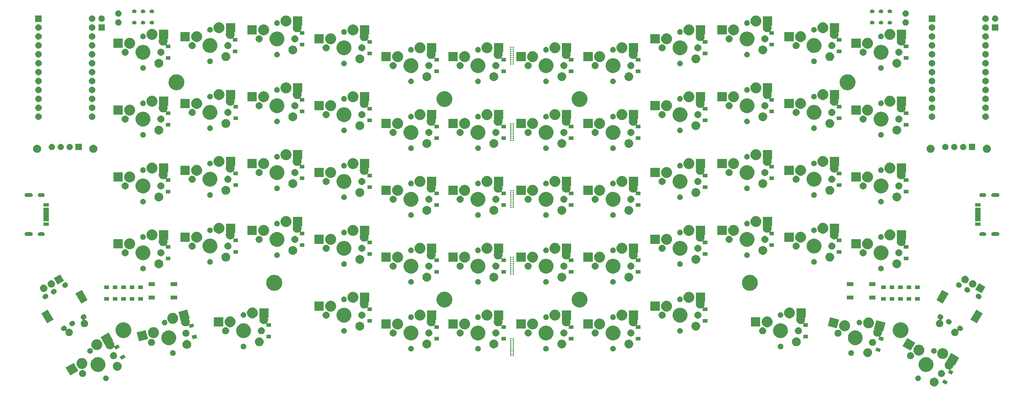
<source format=gbr>
G04 #@! TF.GenerationSoftware,KiCad,Pcbnew,(5.1.6)-1*
G04 #@! TF.CreationDate,2020-09-26T10:30:12+08:00*
G04 #@! TF.ProjectId,Cantaloupe,43616e74-616c-46f7-9570-652e6b696361,rev?*
G04 #@! TF.SameCoordinates,Original*
G04 #@! TF.FileFunction,Soldermask,Bot*
G04 #@! TF.FilePolarity,Negative*
%FSLAX46Y46*%
G04 Gerber Fmt 4.6, Leading zero omitted, Abs format (unit mm)*
G04 Created by KiCad (PCBNEW (5.1.6)-1) date 2020-09-26 10:30:12*
%MOMM*%
%LPD*%
G01*
G04 APERTURE LIST*
%ADD10C,0.100000*%
G04 APERTURE END LIST*
D10*
G36*
X328985697Y-160178485D02*
G01*
X329213365Y-160272788D01*
X329418260Y-160409695D01*
X329592509Y-160583944D01*
X329729416Y-160788839D01*
X329823719Y-161016507D01*
X329871794Y-161258197D01*
X329871794Y-161504623D01*
X329823719Y-161746313D01*
X329729416Y-161973981D01*
X329592509Y-162178876D01*
X329418260Y-162353125D01*
X329213365Y-162490032D01*
X329213364Y-162490033D01*
X329213363Y-162490033D01*
X328985697Y-162584335D01*
X328744008Y-162632410D01*
X328497580Y-162632410D01*
X328255891Y-162584335D01*
X328028225Y-162490033D01*
X328028224Y-162490033D01*
X328028223Y-162490032D01*
X327823328Y-162353125D01*
X327649079Y-162178876D01*
X327512172Y-161973981D01*
X327417869Y-161746313D01*
X327369794Y-161504623D01*
X327369794Y-161258197D01*
X327417869Y-161016507D01*
X327512172Y-160788839D01*
X327649079Y-160583944D01*
X327823328Y-160409695D01*
X328028223Y-160272788D01*
X328255891Y-160178485D01*
X328497580Y-160130410D01*
X328744008Y-160130410D01*
X328985697Y-160178485D01*
G37*
G36*
X332474628Y-161295864D02*
G01*
X331973628Y-162163622D01*
X330846062Y-161512622D01*
X331347062Y-160644864D01*
X332474628Y-161295864D01*
G37*
G36*
X93338950Y-159530325D02*
G01*
X93462569Y-159581530D01*
X93484724Y-159590707D01*
X93615916Y-159678366D01*
X93727486Y-159789936D01*
X93754592Y-159830504D01*
X93815146Y-159921130D01*
X93875527Y-160066902D01*
X93906308Y-160221651D01*
X93906308Y-160379437D01*
X93875527Y-160534186D01*
X93829682Y-160644864D01*
X93815145Y-160679960D01*
X93727486Y-160811152D01*
X93615916Y-160922722D01*
X93484724Y-161010381D01*
X93484723Y-161010382D01*
X93484722Y-161010382D01*
X93338950Y-161070763D01*
X93184201Y-161101544D01*
X93026415Y-161101544D01*
X92871666Y-161070763D01*
X92725894Y-161010382D01*
X92725893Y-161010382D01*
X92725892Y-161010381D01*
X92594700Y-160922722D01*
X92483130Y-160811152D01*
X92395471Y-160679960D01*
X92380934Y-160644864D01*
X92335089Y-160534186D01*
X92304308Y-160379437D01*
X92304308Y-160221651D01*
X92335089Y-160066902D01*
X92395470Y-159921130D01*
X92456024Y-159830504D01*
X92483130Y-159789936D01*
X92594700Y-159678366D01*
X92725892Y-159590707D01*
X92748047Y-159581530D01*
X92871666Y-159530325D01*
X93026415Y-159499544D01*
X93184201Y-159499544D01*
X93338950Y-159530325D01*
G37*
G36*
X324282322Y-159530325D02*
G01*
X324405941Y-159581530D01*
X324428096Y-159590707D01*
X324559288Y-159678366D01*
X324670858Y-159789936D01*
X324697964Y-159830504D01*
X324758518Y-159921130D01*
X324818899Y-160066902D01*
X324849680Y-160221651D01*
X324849680Y-160379437D01*
X324818899Y-160534186D01*
X324773054Y-160644864D01*
X324758517Y-160679960D01*
X324670858Y-160811152D01*
X324559288Y-160922722D01*
X324428096Y-161010381D01*
X324428095Y-161010382D01*
X324428094Y-161010382D01*
X324282322Y-161070763D01*
X324127573Y-161101544D01*
X323969787Y-161101544D01*
X323815038Y-161070763D01*
X323669266Y-161010382D01*
X323669265Y-161010382D01*
X323669264Y-161010381D01*
X323538072Y-160922722D01*
X323426502Y-160811152D01*
X323338843Y-160679960D01*
X323324306Y-160644864D01*
X323278461Y-160534186D01*
X323247680Y-160379437D01*
X323247680Y-160221651D01*
X323278461Y-160066902D01*
X323338842Y-159921130D01*
X323399396Y-159830504D01*
X323426502Y-159789936D01*
X323538072Y-159678366D01*
X323669264Y-159590707D01*
X323691419Y-159581530D01*
X323815038Y-159530325D01*
X323969787Y-159499544D01*
X324127573Y-159499544D01*
X324282322Y-159530325D01*
G37*
G36*
X330893374Y-157961664D02*
G01*
X330990070Y-157980898D01*
X331172240Y-158056356D01*
X331336189Y-158165903D01*
X331475616Y-158305330D01*
X331585163Y-158469279D01*
X331660621Y-158651449D01*
X331699089Y-158844840D01*
X331699089Y-159042020D01*
X331660621Y-159235411D01*
X331585163Y-159417581D01*
X331475616Y-159581530D01*
X331336189Y-159720957D01*
X331172240Y-159830504D01*
X330990070Y-159905962D01*
X330893374Y-159925196D01*
X330796680Y-159944430D01*
X330599498Y-159944430D01*
X330406108Y-159905962D01*
X330223938Y-159830504D01*
X330059989Y-159720957D01*
X329920562Y-159581530D01*
X329811015Y-159417581D01*
X329735557Y-159235411D01*
X329697089Y-159042020D01*
X329697089Y-158844840D01*
X329735557Y-158651449D01*
X329811015Y-158469279D01*
X329920562Y-158305330D01*
X330059989Y-158165903D01*
X330223938Y-158056356D01*
X330406108Y-157980898D01*
X330599498Y-157942430D01*
X330796680Y-157942430D01*
X330893374Y-157961664D01*
G37*
G36*
X86651184Y-157961664D02*
G01*
X86747880Y-157980898D01*
X86930050Y-158056356D01*
X87093999Y-158165903D01*
X87233426Y-158305330D01*
X87342973Y-158469279D01*
X87418431Y-158651449D01*
X87456899Y-158844840D01*
X87456899Y-159042020D01*
X87418431Y-159235411D01*
X87342973Y-159417581D01*
X87233426Y-159581530D01*
X87093999Y-159720957D01*
X86930050Y-159830504D01*
X86747880Y-159905962D01*
X86554490Y-159944430D01*
X86357308Y-159944430D01*
X86163918Y-159905962D01*
X85981748Y-159830504D01*
X85817799Y-159720957D01*
X85678372Y-159581530D01*
X85568825Y-159417581D01*
X85493367Y-159235411D01*
X85454899Y-159042020D01*
X85454899Y-158844840D01*
X85493367Y-158651449D01*
X85568825Y-158469279D01*
X85678372Y-158305330D01*
X85817799Y-158165903D01*
X85981748Y-158056356D01*
X86163918Y-157980898D01*
X86260614Y-157961664D01*
X86357308Y-157942430D01*
X86554490Y-157942430D01*
X86651184Y-157961664D01*
G37*
G36*
X85248368Y-158209924D02*
G01*
X82951668Y-159535924D01*
X81650668Y-157282526D01*
X83947368Y-155956526D01*
X85248368Y-158209924D01*
G37*
G36*
X335696850Y-154461322D02*
G01*
X334395850Y-156714720D01*
X334395849Y-156714721D01*
X334278096Y-156646736D01*
X334255777Y-156636623D01*
X334231913Y-156631058D01*
X334207422Y-156630257D01*
X334183245Y-156634248D01*
X334160311Y-156642880D01*
X334139502Y-156655820D01*
X334121618Y-156672570D01*
X334107345Y-156692489D01*
X334097232Y-156714808D01*
X334093001Y-156730600D01*
X334056251Y-156915353D01*
X333980833Y-157097430D01*
X333961948Y-157143021D01*
X333825041Y-157347916D01*
X333650792Y-157522165D01*
X333445897Y-157659072D01*
X333289738Y-157723755D01*
X333268130Y-157735305D01*
X333249188Y-157750850D01*
X333233642Y-157769792D01*
X333222091Y-157791403D01*
X333214978Y-157814852D01*
X333212576Y-157839238D01*
X333214978Y-157863624D01*
X333222091Y-157887073D01*
X333233642Y-157908683D01*
X333249187Y-157927625D01*
X333275075Y-157947490D01*
X333894873Y-158305331D01*
X334124628Y-158437980D01*
X333623628Y-159305738D01*
X332496062Y-158654738D01*
X332697793Y-158305330D01*
X332880457Y-157988946D01*
X332890569Y-157966629D01*
X332896134Y-157942765D01*
X332896935Y-157918274D01*
X332892944Y-157894097D01*
X332884312Y-157871163D01*
X332871372Y-157850354D01*
X332854622Y-157832470D01*
X332834703Y-157818197D01*
X332812384Y-157808084D01*
X332788520Y-157802519D01*
X332772204Y-157801450D01*
X332730112Y-157801450D01*
X332488423Y-157753375D01*
X332260757Y-157659073D01*
X332260756Y-157659073D01*
X332260755Y-157659072D01*
X332055860Y-157522165D01*
X331881611Y-157347916D01*
X331744704Y-157143021D01*
X331725820Y-157097430D01*
X331650401Y-156915353D01*
X331602326Y-156673664D01*
X331602326Y-156427236D01*
X331650401Y-156185547D01*
X331744703Y-155957881D01*
X331776900Y-155909695D01*
X331881611Y-155752984D01*
X332055860Y-155578735D01*
X332061348Y-155575068D01*
X332080290Y-155559523D01*
X332095835Y-155540581D01*
X332107385Y-155518970D01*
X332114498Y-155495521D01*
X332116900Y-155471135D01*
X332114498Y-155446749D01*
X332107385Y-155423300D01*
X332095833Y-155401689D01*
X332093385Y-155398706D01*
X332107620Y-155374051D01*
X333400150Y-153135322D01*
X335696850Y-154461322D01*
G37*
G36*
X91238945Y-154337579D02*
G01*
X91468147Y-154383170D01*
X91850505Y-154541548D01*
X91963919Y-154617329D01*
X92163232Y-154750505D01*
X92194618Y-154771477D01*
X92487261Y-155064120D01*
X92717190Y-155408233D01*
X92868194Y-155772788D01*
X92875568Y-155790592D01*
X92956308Y-156196498D01*
X92956308Y-156610362D01*
X92926902Y-156758196D01*
X92875568Y-157016269D01*
X92717190Y-157398627D01*
X92634644Y-157522166D01*
X92487262Y-157742739D01*
X92194617Y-158035384D01*
X92163230Y-158056356D01*
X91850505Y-158265312D01*
X91468147Y-158423690D01*
X91396306Y-158437980D01*
X91062240Y-158504430D01*
X90648376Y-158504430D01*
X90314310Y-158437980D01*
X90242469Y-158423690D01*
X89860111Y-158265312D01*
X89547386Y-158056356D01*
X89515999Y-158035384D01*
X89223354Y-157742739D01*
X89075972Y-157522166D01*
X88993426Y-157398627D01*
X88835048Y-157016269D01*
X88783714Y-156758196D01*
X88754308Y-156610362D01*
X88754308Y-156196498D01*
X88835048Y-155790592D01*
X88842423Y-155772788D01*
X88993426Y-155408233D01*
X89223355Y-155064120D01*
X89515998Y-154771477D01*
X89547385Y-154750505D01*
X89746697Y-154617329D01*
X89860111Y-154541548D01*
X90242469Y-154383170D01*
X90471671Y-154337579D01*
X90648376Y-154302430D01*
X91062240Y-154302430D01*
X91238945Y-154337579D01*
G37*
G36*
X326682317Y-154337579D02*
G01*
X326911519Y-154383170D01*
X327293877Y-154541548D01*
X327407291Y-154617329D01*
X327606604Y-154750505D01*
X327637990Y-154771477D01*
X327930633Y-155064120D01*
X328160562Y-155408233D01*
X328311566Y-155772788D01*
X328318940Y-155790592D01*
X328399680Y-156196498D01*
X328399680Y-156610362D01*
X328370274Y-156758196D01*
X328318940Y-157016269D01*
X328160562Y-157398627D01*
X328078016Y-157522166D01*
X327930634Y-157742739D01*
X327637989Y-158035384D01*
X327606602Y-158056356D01*
X327293877Y-158265312D01*
X326911519Y-158423690D01*
X326839678Y-158437980D01*
X326505612Y-158504430D01*
X326091748Y-158504430D01*
X325757682Y-158437980D01*
X325685841Y-158423690D01*
X325303483Y-158265312D01*
X324990758Y-158056356D01*
X324959371Y-158035384D01*
X324666726Y-157742739D01*
X324519344Y-157522166D01*
X324436798Y-157398627D01*
X324278420Y-157016269D01*
X324227086Y-156758196D01*
X324197680Y-156610362D01*
X324197680Y-156196498D01*
X324278420Y-155790592D01*
X324285795Y-155772788D01*
X324436798Y-155408233D01*
X324666727Y-155064120D01*
X324959370Y-154771477D01*
X324990757Y-154750505D01*
X325190069Y-154617329D01*
X325303483Y-154541548D01*
X325685841Y-154383170D01*
X325915043Y-154337579D01*
X326091748Y-154302430D01*
X326505612Y-154302430D01*
X326682317Y-154337579D01*
G37*
G36*
X96580869Y-155656315D02*
G01*
X96692325Y-155678485D01*
X96919993Y-155772788D01*
X97124888Y-155909695D01*
X97299137Y-156083944D01*
X97417767Y-156261486D01*
X97436045Y-156288841D01*
X97530347Y-156516507D01*
X97578422Y-156758196D01*
X97578422Y-157004624D01*
X97530347Y-157246313D01*
X97467258Y-157398625D01*
X97436044Y-157473981D01*
X97299137Y-157678876D01*
X97124888Y-157853125D01*
X96919993Y-157990032D01*
X96919992Y-157990033D01*
X96919991Y-157990033D01*
X96692325Y-158084335D01*
X96450636Y-158132410D01*
X96204208Y-158132410D01*
X95962519Y-158084335D01*
X95734853Y-157990033D01*
X95734852Y-157990033D01*
X95734851Y-157990032D01*
X95529956Y-157853125D01*
X95355707Y-157678876D01*
X95218800Y-157473981D01*
X95187587Y-157398625D01*
X95124497Y-157246313D01*
X95076422Y-157004624D01*
X95076422Y-156758196D01*
X95124497Y-156516507D01*
X95218799Y-156288841D01*
X95237077Y-156261486D01*
X95355707Y-156083944D01*
X95529956Y-155909695D01*
X95734851Y-155772788D01*
X95962519Y-155678485D01*
X96073975Y-155656315D01*
X96204208Y-155630410D01*
X96450636Y-155630410D01*
X96580869Y-155656315D01*
G37*
G36*
X86588336Y-154587527D02*
G01*
X86738161Y-154617329D01*
X87020425Y-154734246D01*
X87274456Y-154903984D01*
X87490492Y-155120020D01*
X87660230Y-155374051D01*
X87777147Y-155656315D01*
X87836751Y-155955965D01*
X87836751Y-156261485D01*
X87777147Y-156561135D01*
X87660230Y-156843399D01*
X87490492Y-157097430D01*
X87274456Y-157313466D01*
X87020425Y-157483204D01*
X86738161Y-157600121D01*
X86588336Y-157629923D01*
X86438512Y-157659725D01*
X86132990Y-157659725D01*
X85983166Y-157629923D01*
X85833341Y-157600121D01*
X85551077Y-157483204D01*
X85297046Y-157313466D01*
X85081010Y-157097430D01*
X84911272Y-156843399D01*
X84794355Y-156561135D01*
X84734751Y-156261485D01*
X84734751Y-155955965D01*
X84794355Y-155656315D01*
X84911272Y-155374051D01*
X85081010Y-155120020D01*
X85297046Y-154903984D01*
X85551077Y-154734246D01*
X85833341Y-154617329D01*
X85983166Y-154587527D01*
X86132990Y-154557725D01*
X86438512Y-154557725D01*
X86588336Y-154587527D01*
G37*
G36*
X98681260Y-154368875D02*
G01*
X97553694Y-155019875D01*
X97052694Y-154152117D01*
X98180260Y-153501117D01*
X98681260Y-154368875D01*
G37*
G36*
X322064297Y-152875645D02*
G01*
X322191252Y-152900898D01*
X322373422Y-152976356D01*
X322537371Y-153085903D01*
X322676798Y-153225330D01*
X322786345Y-153389279D01*
X322861803Y-153571449D01*
X322877513Y-153650430D01*
X322900271Y-153764839D01*
X322900271Y-153962021D01*
X322892749Y-153999834D01*
X322861803Y-154155411D01*
X322786345Y-154337581D01*
X322676798Y-154501530D01*
X322537371Y-154640957D01*
X322373422Y-154750504D01*
X322191252Y-154825962D01*
X322094556Y-154845196D01*
X321997862Y-154864430D01*
X321800680Y-154864430D01*
X321703986Y-154845196D01*
X321607290Y-154825962D01*
X321425120Y-154750504D01*
X321261171Y-154640957D01*
X321121744Y-154501530D01*
X321012197Y-154337581D01*
X320936739Y-154155411D01*
X320905793Y-153999834D01*
X320898271Y-153962021D01*
X320898271Y-153764839D01*
X320921029Y-153650430D01*
X320936739Y-153571449D01*
X321012197Y-153389279D01*
X321121744Y-153225330D01*
X321261171Y-153085903D01*
X321425120Y-152976356D01*
X321607290Y-152900898D01*
X321734245Y-152875645D01*
X321800680Y-152862430D01*
X321997862Y-152862430D01*
X322064297Y-152875645D01*
G37*
G36*
X95419743Y-152875645D02*
G01*
X95546698Y-152900898D01*
X95728868Y-152976356D01*
X95892817Y-153085903D01*
X96032244Y-153225330D01*
X96141791Y-153389279D01*
X96217249Y-153571449D01*
X96232959Y-153650430D01*
X96255717Y-153764839D01*
X96255717Y-153962021D01*
X96248195Y-153999834D01*
X96217249Y-154155411D01*
X96141791Y-154337581D01*
X96032244Y-154501530D01*
X95892817Y-154640957D01*
X95728868Y-154750504D01*
X95546698Y-154825962D01*
X95450002Y-154845196D01*
X95353308Y-154864430D01*
X95156126Y-154864430D01*
X95059432Y-154845196D01*
X94962736Y-154825962D01*
X94780566Y-154750504D01*
X94616617Y-154640957D01*
X94477190Y-154501530D01*
X94367643Y-154337581D01*
X94292185Y-154155411D01*
X94261239Y-153999834D01*
X94253717Y-153962021D01*
X94253717Y-153764839D01*
X94276475Y-153650430D01*
X94292185Y-153571449D01*
X94367643Y-153389279D01*
X94477190Y-153225330D01*
X94616617Y-153085903D01*
X94780566Y-152976356D01*
X94962736Y-152900898D01*
X95089691Y-152875645D01*
X95156126Y-152862430D01*
X95353308Y-152862430D01*
X95419743Y-152875645D01*
G37*
G36*
X331322384Y-151749126D02*
G01*
X331490795Y-151782625D01*
X331773059Y-151899542D01*
X332027090Y-152069280D01*
X332243126Y-152285316D01*
X332412864Y-152539347D01*
X332529781Y-152821611D01*
X332540529Y-152875645D01*
X332589385Y-153121260D01*
X332589385Y-153426782D01*
X332573510Y-153506590D01*
X332529781Y-153726431D01*
X332412864Y-154008695D01*
X332243126Y-154262726D01*
X332027090Y-154478762D01*
X331773059Y-154648500D01*
X331490795Y-154765417D01*
X331340970Y-154795219D01*
X331191146Y-154825021D01*
X330885624Y-154825021D01*
X330735800Y-154795219D01*
X330585975Y-154765417D01*
X330303711Y-154648500D01*
X330049680Y-154478762D01*
X329833644Y-154262726D01*
X329663906Y-154008695D01*
X329546989Y-153726431D01*
X329503260Y-153506590D01*
X329487385Y-153426782D01*
X329487385Y-153121260D01*
X329541368Y-152849869D01*
X329543770Y-152825483D01*
X329542796Y-152815590D01*
X329551050Y-152805532D01*
X329562598Y-152783929D01*
X329663906Y-152539347D01*
X329833644Y-152285316D01*
X330049680Y-152069280D01*
X330303711Y-151899542D01*
X330585975Y-151782625D01*
X330754386Y-151749126D01*
X330885624Y-151723021D01*
X331191146Y-151723021D01*
X331322384Y-151749126D01*
G37*
G36*
X310077685Y-151784935D02*
G01*
X310281074Y-151869181D01*
X310305353Y-151879238D01*
X310510248Y-152016145D01*
X310684497Y-152190394D01*
X310821404Y-152395289D01*
X310821405Y-152395291D01*
X310915707Y-152622957D01*
X310963782Y-152864646D01*
X310963782Y-153111074D01*
X310915707Y-153352763D01*
X310825125Y-153571449D01*
X310821404Y-153580431D01*
X310684497Y-153785326D01*
X310510248Y-153959575D01*
X310305353Y-154096482D01*
X310305352Y-154096483D01*
X310305351Y-154096483D01*
X310077685Y-154190785D01*
X309835996Y-154238860D01*
X309589568Y-154238860D01*
X309347879Y-154190785D01*
X309120213Y-154096483D01*
X309120212Y-154096483D01*
X309120211Y-154096482D01*
X308915316Y-153959575D01*
X308741067Y-153785326D01*
X308604160Y-153580431D01*
X308600440Y-153571449D01*
X308509857Y-153352763D01*
X308461782Y-153111074D01*
X308461782Y-152864646D01*
X308509857Y-152622957D01*
X308604159Y-152395291D01*
X308604160Y-152395289D01*
X308741067Y-152190394D01*
X308915316Y-152016145D01*
X309120211Y-151879238D01*
X309144491Y-151869181D01*
X309347879Y-151784935D01*
X309589568Y-151736860D01*
X309835996Y-151736860D01*
X310077685Y-151784935D01*
G37*
G36*
X208285620Y-148863280D02*
G01*
X208285621Y-148863280D01*
X208285624Y-148863281D01*
X208322203Y-148878433D01*
X208355124Y-148900430D01*
X208383121Y-148928427D01*
X208405118Y-148961348D01*
X208420270Y-148997927D01*
X208420271Y-148997930D01*
X208420271Y-148997931D01*
X208427994Y-149036759D01*
X208427994Y-149076355D01*
X208420559Y-149113737D01*
X208420270Y-149115187D01*
X208405118Y-149151766D01*
X208383121Y-149184687D01*
X208355124Y-149212684D01*
X208322203Y-149234681D01*
X208314307Y-149237952D01*
X208292703Y-149249499D01*
X208273761Y-149265044D01*
X208258216Y-149283986D01*
X208246665Y-149305597D01*
X208239552Y-149329046D01*
X208237150Y-149353432D01*
X208239552Y-149377818D01*
X208246665Y-149401267D01*
X208258216Y-149422878D01*
X208273761Y-149441820D01*
X208292703Y-149457365D01*
X208314307Y-149468912D01*
X208322203Y-149472183D01*
X208355124Y-149494180D01*
X208383121Y-149522177D01*
X208405118Y-149555098D01*
X208420270Y-149591677D01*
X208420271Y-149591680D01*
X208420271Y-149591681D01*
X208427994Y-149630509D01*
X208427994Y-149670105D01*
X208424279Y-149688784D01*
X208420270Y-149708937D01*
X208405118Y-149745516D01*
X208383121Y-149778437D01*
X208355124Y-149806434D01*
X208322203Y-149828431D01*
X208314307Y-149831702D01*
X208292703Y-149843249D01*
X208273761Y-149858794D01*
X208258216Y-149877736D01*
X208246665Y-149899347D01*
X208239552Y-149922796D01*
X208237150Y-149947182D01*
X208239552Y-149971568D01*
X208246665Y-149995017D01*
X208258216Y-150016628D01*
X208273761Y-150035570D01*
X208292703Y-150051115D01*
X208314307Y-150062662D01*
X208322203Y-150065933D01*
X208355124Y-150087930D01*
X208383121Y-150115927D01*
X208405118Y-150148848D01*
X208420270Y-150185427D01*
X208420271Y-150185430D01*
X208420271Y-150185431D01*
X208422677Y-150197526D01*
X208427994Y-150224260D01*
X208427994Y-150263854D01*
X208420270Y-150302687D01*
X208405118Y-150339266D01*
X208383121Y-150372187D01*
X208355124Y-150400184D01*
X208322203Y-150422181D01*
X208314307Y-150425452D01*
X208292703Y-150436999D01*
X208273761Y-150452544D01*
X208258216Y-150471486D01*
X208246665Y-150493097D01*
X208239552Y-150516546D01*
X208237150Y-150540932D01*
X208239552Y-150565318D01*
X208246665Y-150588767D01*
X208258216Y-150610378D01*
X208273761Y-150629320D01*
X208292703Y-150644865D01*
X208314307Y-150656412D01*
X208322203Y-150659683D01*
X208355124Y-150681680D01*
X208383121Y-150709677D01*
X208405118Y-150742598D01*
X208420270Y-150779177D01*
X208420271Y-150779180D01*
X208420271Y-150779181D01*
X208427994Y-150818009D01*
X208427994Y-150857605D01*
X208422191Y-150886782D01*
X208420270Y-150896437D01*
X208405118Y-150933016D01*
X208383121Y-150965937D01*
X208355124Y-150993934D01*
X208322203Y-151015931D01*
X208314307Y-151019202D01*
X208292703Y-151030749D01*
X208273761Y-151046294D01*
X208258216Y-151065236D01*
X208246665Y-151086847D01*
X208239552Y-151110296D01*
X208237150Y-151134682D01*
X208239552Y-151159068D01*
X208246665Y-151182517D01*
X208258216Y-151204128D01*
X208273761Y-151223070D01*
X208292703Y-151238615D01*
X208314307Y-151250162D01*
X208322203Y-151253433D01*
X208355124Y-151275430D01*
X208383121Y-151303427D01*
X208405118Y-151336348D01*
X208420270Y-151372927D01*
X208420271Y-151372930D01*
X208420271Y-151372931D01*
X208424267Y-151393021D01*
X208427994Y-151411760D01*
X208427994Y-151451354D01*
X208420270Y-151490187D01*
X208405118Y-151526766D01*
X208383121Y-151559687D01*
X208355124Y-151587684D01*
X208322203Y-151609681D01*
X208314307Y-151612952D01*
X208292703Y-151624499D01*
X208273761Y-151640044D01*
X208258216Y-151658986D01*
X208246665Y-151680597D01*
X208239552Y-151704046D01*
X208237150Y-151728432D01*
X208239552Y-151752818D01*
X208246665Y-151776267D01*
X208258216Y-151797878D01*
X208273761Y-151816820D01*
X208292703Y-151832365D01*
X208314307Y-151843912D01*
X208322203Y-151847183D01*
X208355124Y-151869180D01*
X208383121Y-151897177D01*
X208405118Y-151930098D01*
X208420270Y-151966677D01*
X208420271Y-151966680D01*
X208420271Y-151966681D01*
X208427994Y-152005509D01*
X208427994Y-152045105D01*
X208423186Y-152069280D01*
X208420270Y-152083937D01*
X208405118Y-152120516D01*
X208383121Y-152153437D01*
X208355124Y-152181434D01*
X208322203Y-152203431D01*
X208314307Y-152206702D01*
X208292703Y-152218249D01*
X208273761Y-152233794D01*
X208258216Y-152252736D01*
X208246665Y-152274347D01*
X208239552Y-152297796D01*
X208237150Y-152322182D01*
X208239552Y-152346568D01*
X208246665Y-152370017D01*
X208258216Y-152391628D01*
X208273761Y-152410570D01*
X208292703Y-152426115D01*
X208314307Y-152437662D01*
X208322203Y-152440933D01*
X208355124Y-152462930D01*
X208383121Y-152490927D01*
X208405118Y-152523848D01*
X208420270Y-152560427D01*
X208420271Y-152560430D01*
X208420271Y-152560431D01*
X208427994Y-152599259D01*
X208427994Y-152638855D01*
X208422511Y-152666423D01*
X208420270Y-152677687D01*
X208405118Y-152714266D01*
X208383121Y-152747187D01*
X208355124Y-152775184D01*
X208322203Y-152797181D01*
X208314307Y-152800452D01*
X208292703Y-152811999D01*
X208273761Y-152827544D01*
X208258216Y-152846486D01*
X208246665Y-152868097D01*
X208239552Y-152891546D01*
X208237150Y-152915932D01*
X208239552Y-152940318D01*
X208246665Y-152963767D01*
X208258216Y-152985378D01*
X208273761Y-153004320D01*
X208292703Y-153019865D01*
X208314307Y-153031412D01*
X208322203Y-153034683D01*
X208355124Y-153056680D01*
X208383121Y-153084677D01*
X208405118Y-153117598D01*
X208420270Y-153154177D01*
X208427994Y-153193010D01*
X208427994Y-153232604D01*
X208420270Y-153271437D01*
X208405118Y-153308016D01*
X208383121Y-153340937D01*
X208355124Y-153368934D01*
X208322203Y-153390931D01*
X208314307Y-153394202D01*
X208292703Y-153405749D01*
X208273761Y-153421294D01*
X208258216Y-153440236D01*
X208246665Y-153461847D01*
X208239552Y-153485296D01*
X208237150Y-153509682D01*
X208239552Y-153534068D01*
X208246665Y-153557517D01*
X208258216Y-153579128D01*
X208273761Y-153598070D01*
X208292703Y-153613615D01*
X208314307Y-153625162D01*
X208322203Y-153628433D01*
X208355124Y-153650430D01*
X208383121Y-153678427D01*
X208405118Y-153711348D01*
X208420270Y-153747927D01*
X208420271Y-153747930D01*
X208420271Y-153747931D01*
X208427994Y-153786759D01*
X208427994Y-153826355D01*
X208423346Y-153849725D01*
X208420270Y-153865187D01*
X208405118Y-153901766D01*
X208383121Y-153934687D01*
X208355124Y-153962684D01*
X208322203Y-153984681D01*
X208285624Y-153999833D01*
X208285621Y-153999834D01*
X208285620Y-153999834D01*
X208246792Y-154007557D01*
X208207196Y-154007557D01*
X208168368Y-153999834D01*
X208168367Y-153999834D01*
X208168364Y-153999833D01*
X208131785Y-153984681D01*
X208098864Y-153962684D01*
X208070867Y-153934687D01*
X208048870Y-153901766D01*
X208033718Y-153865187D01*
X208030643Y-153849725D01*
X208025994Y-153826355D01*
X208025994Y-153786759D01*
X208033717Y-153747931D01*
X208033717Y-153747930D01*
X208033718Y-153747927D01*
X208048870Y-153711348D01*
X208070867Y-153678427D01*
X208098864Y-153650430D01*
X208131785Y-153628433D01*
X208139681Y-153625162D01*
X208161285Y-153613615D01*
X208180227Y-153598070D01*
X208195772Y-153579128D01*
X208207323Y-153557517D01*
X208214436Y-153534068D01*
X208216838Y-153509682D01*
X208214436Y-153485296D01*
X208207323Y-153461847D01*
X208195772Y-153440236D01*
X208180227Y-153421294D01*
X208161285Y-153405749D01*
X208139681Y-153394202D01*
X208131785Y-153390931D01*
X208098864Y-153368934D01*
X208070867Y-153340937D01*
X208048870Y-153308016D01*
X208033718Y-153271437D01*
X208025994Y-153232604D01*
X208025994Y-153193010D01*
X208033718Y-153154177D01*
X208048870Y-153117598D01*
X208070867Y-153084677D01*
X208098864Y-153056680D01*
X208131785Y-153034683D01*
X208139681Y-153031412D01*
X208161285Y-153019865D01*
X208180227Y-153004320D01*
X208195772Y-152985378D01*
X208207323Y-152963767D01*
X208214436Y-152940318D01*
X208216838Y-152915932D01*
X208214436Y-152891546D01*
X208207323Y-152868097D01*
X208195772Y-152846486D01*
X208180227Y-152827544D01*
X208161285Y-152811999D01*
X208139681Y-152800452D01*
X208131785Y-152797181D01*
X208098864Y-152775184D01*
X208070867Y-152747187D01*
X208048870Y-152714266D01*
X208033718Y-152677687D01*
X208031478Y-152666423D01*
X208025994Y-152638855D01*
X208025994Y-152599259D01*
X208033717Y-152560431D01*
X208033717Y-152560430D01*
X208033718Y-152560427D01*
X208048870Y-152523848D01*
X208070867Y-152490927D01*
X208098864Y-152462930D01*
X208131785Y-152440933D01*
X208139681Y-152437662D01*
X208161285Y-152426115D01*
X208180227Y-152410570D01*
X208195772Y-152391628D01*
X208207323Y-152370017D01*
X208214436Y-152346568D01*
X208216838Y-152322182D01*
X208214436Y-152297796D01*
X208207323Y-152274347D01*
X208195772Y-152252736D01*
X208180227Y-152233794D01*
X208161285Y-152218249D01*
X208139681Y-152206702D01*
X208131785Y-152203431D01*
X208098864Y-152181434D01*
X208070867Y-152153437D01*
X208048870Y-152120516D01*
X208033718Y-152083937D01*
X208030803Y-152069280D01*
X208025994Y-152045105D01*
X208025994Y-152005509D01*
X208033717Y-151966681D01*
X208033717Y-151966680D01*
X208033718Y-151966677D01*
X208048870Y-151930098D01*
X208070867Y-151897177D01*
X208098864Y-151869180D01*
X208131785Y-151847183D01*
X208139681Y-151843912D01*
X208161285Y-151832365D01*
X208180227Y-151816820D01*
X208195772Y-151797878D01*
X208207323Y-151776267D01*
X208214436Y-151752818D01*
X208216838Y-151728432D01*
X208214436Y-151704046D01*
X208207323Y-151680597D01*
X208195772Y-151658986D01*
X208180227Y-151640044D01*
X208161285Y-151624499D01*
X208139681Y-151612952D01*
X208131785Y-151609681D01*
X208098864Y-151587684D01*
X208070867Y-151559687D01*
X208048870Y-151526766D01*
X208033718Y-151490187D01*
X208025994Y-151451354D01*
X208025994Y-151411760D01*
X208029721Y-151393021D01*
X208033717Y-151372931D01*
X208033717Y-151372930D01*
X208033718Y-151372927D01*
X208048870Y-151336348D01*
X208070867Y-151303427D01*
X208098864Y-151275430D01*
X208131785Y-151253433D01*
X208139681Y-151250162D01*
X208161285Y-151238615D01*
X208180227Y-151223070D01*
X208195772Y-151204128D01*
X208207323Y-151182517D01*
X208214436Y-151159068D01*
X208216838Y-151134682D01*
X208214436Y-151110296D01*
X208207323Y-151086847D01*
X208195772Y-151065236D01*
X208180227Y-151046294D01*
X208161285Y-151030749D01*
X208139681Y-151019202D01*
X208131785Y-151015931D01*
X208098864Y-150993934D01*
X208070867Y-150965937D01*
X208048870Y-150933016D01*
X208033718Y-150896437D01*
X208031798Y-150886782D01*
X208025994Y-150857605D01*
X208025994Y-150818009D01*
X208033717Y-150779181D01*
X208033717Y-150779180D01*
X208033718Y-150779177D01*
X208048870Y-150742598D01*
X208070867Y-150709677D01*
X208098864Y-150681680D01*
X208131785Y-150659683D01*
X208139681Y-150656412D01*
X208161285Y-150644865D01*
X208180227Y-150629320D01*
X208195772Y-150610378D01*
X208207323Y-150588767D01*
X208214436Y-150565318D01*
X208216838Y-150540932D01*
X208214436Y-150516546D01*
X208207323Y-150493097D01*
X208195772Y-150471486D01*
X208180227Y-150452544D01*
X208161285Y-150436999D01*
X208139681Y-150425452D01*
X208131785Y-150422181D01*
X208098864Y-150400184D01*
X208070867Y-150372187D01*
X208048870Y-150339266D01*
X208033718Y-150302687D01*
X208025994Y-150263854D01*
X208025994Y-150224260D01*
X208031311Y-150197526D01*
X208033717Y-150185431D01*
X208033717Y-150185430D01*
X208033718Y-150185427D01*
X208048870Y-150148848D01*
X208070867Y-150115927D01*
X208098864Y-150087930D01*
X208131785Y-150065933D01*
X208139681Y-150062662D01*
X208161285Y-150051115D01*
X208180227Y-150035570D01*
X208195772Y-150016628D01*
X208207323Y-149995017D01*
X208214436Y-149971568D01*
X208216838Y-149947182D01*
X208214436Y-149922796D01*
X208207323Y-149899347D01*
X208195772Y-149877736D01*
X208180227Y-149858794D01*
X208161285Y-149843249D01*
X208139681Y-149831702D01*
X208131785Y-149828431D01*
X208098864Y-149806434D01*
X208070867Y-149778437D01*
X208048870Y-149745516D01*
X208033718Y-149708937D01*
X208029710Y-149688784D01*
X208025994Y-149670105D01*
X208025994Y-149630509D01*
X208033717Y-149591681D01*
X208033717Y-149591680D01*
X208033718Y-149591677D01*
X208048870Y-149555098D01*
X208070867Y-149522177D01*
X208098864Y-149494180D01*
X208131785Y-149472183D01*
X208139681Y-149468912D01*
X208161285Y-149457365D01*
X208180227Y-149441820D01*
X208195772Y-149422878D01*
X208207323Y-149401267D01*
X208214436Y-149377818D01*
X208216838Y-149353432D01*
X208214436Y-149329046D01*
X208207323Y-149305597D01*
X208195772Y-149283986D01*
X208180227Y-149265044D01*
X208161285Y-149249499D01*
X208139681Y-149237952D01*
X208131785Y-149234681D01*
X208098864Y-149212684D01*
X208070867Y-149184687D01*
X208048870Y-149151766D01*
X208033718Y-149115187D01*
X208033430Y-149113737D01*
X208025994Y-149076355D01*
X208025994Y-149036759D01*
X208033717Y-148997931D01*
X208033717Y-148997930D01*
X208033718Y-148997927D01*
X208048870Y-148961348D01*
X208070867Y-148928427D01*
X208098864Y-148900430D01*
X208131785Y-148878433D01*
X208168364Y-148863281D01*
X208168367Y-148863280D01*
X208168368Y-148863280D01*
X208207196Y-148855557D01*
X208246792Y-148855557D01*
X208285620Y-148863280D01*
G37*
G36*
X208985620Y-148863280D02*
G01*
X208985621Y-148863280D01*
X208985624Y-148863281D01*
X209022203Y-148878433D01*
X209055124Y-148900430D01*
X209083121Y-148928427D01*
X209105118Y-148961348D01*
X209120270Y-148997927D01*
X209120271Y-148997930D01*
X209120271Y-148997931D01*
X209127994Y-149036759D01*
X209127994Y-149076355D01*
X209120559Y-149113737D01*
X209120270Y-149115187D01*
X209105118Y-149151766D01*
X209083121Y-149184687D01*
X209055124Y-149212684D01*
X209022203Y-149234681D01*
X209014307Y-149237952D01*
X208992703Y-149249499D01*
X208973761Y-149265044D01*
X208958216Y-149283986D01*
X208946665Y-149305597D01*
X208939552Y-149329046D01*
X208937150Y-149353432D01*
X208939552Y-149377818D01*
X208946665Y-149401267D01*
X208958216Y-149422878D01*
X208973761Y-149441820D01*
X208992703Y-149457365D01*
X209014307Y-149468912D01*
X209022203Y-149472183D01*
X209055124Y-149494180D01*
X209083121Y-149522177D01*
X209105118Y-149555098D01*
X209120270Y-149591677D01*
X209120271Y-149591680D01*
X209120271Y-149591681D01*
X209127994Y-149630509D01*
X209127994Y-149670105D01*
X209124279Y-149688784D01*
X209120270Y-149708937D01*
X209105118Y-149745516D01*
X209083121Y-149778437D01*
X209055124Y-149806434D01*
X209022203Y-149828431D01*
X209014307Y-149831702D01*
X208992703Y-149843249D01*
X208973761Y-149858794D01*
X208958216Y-149877736D01*
X208946665Y-149899347D01*
X208939552Y-149922796D01*
X208937150Y-149947182D01*
X208939552Y-149971568D01*
X208946665Y-149995017D01*
X208958216Y-150016628D01*
X208973761Y-150035570D01*
X208992703Y-150051115D01*
X209014307Y-150062662D01*
X209022203Y-150065933D01*
X209055124Y-150087930D01*
X209083121Y-150115927D01*
X209105118Y-150148848D01*
X209120270Y-150185427D01*
X209120271Y-150185430D01*
X209120271Y-150185431D01*
X209122677Y-150197526D01*
X209127994Y-150224260D01*
X209127994Y-150263854D01*
X209120270Y-150302687D01*
X209105118Y-150339266D01*
X209083121Y-150372187D01*
X209055124Y-150400184D01*
X209022203Y-150422181D01*
X209014307Y-150425452D01*
X208992703Y-150436999D01*
X208973761Y-150452544D01*
X208958216Y-150471486D01*
X208946665Y-150493097D01*
X208939552Y-150516546D01*
X208937150Y-150540932D01*
X208939552Y-150565318D01*
X208946665Y-150588767D01*
X208958216Y-150610378D01*
X208973761Y-150629320D01*
X208992703Y-150644865D01*
X209014307Y-150656412D01*
X209022203Y-150659683D01*
X209055124Y-150681680D01*
X209083121Y-150709677D01*
X209105118Y-150742598D01*
X209120270Y-150779177D01*
X209120271Y-150779180D01*
X209120271Y-150779181D01*
X209127994Y-150818009D01*
X209127994Y-150857605D01*
X209122191Y-150886782D01*
X209120270Y-150896437D01*
X209105118Y-150933016D01*
X209083121Y-150965937D01*
X209055124Y-150993934D01*
X209022203Y-151015931D01*
X209014307Y-151019202D01*
X208992703Y-151030749D01*
X208973761Y-151046294D01*
X208958216Y-151065236D01*
X208946665Y-151086847D01*
X208939552Y-151110296D01*
X208937150Y-151134682D01*
X208939552Y-151159068D01*
X208946665Y-151182517D01*
X208958216Y-151204128D01*
X208973761Y-151223070D01*
X208992703Y-151238615D01*
X209014307Y-151250162D01*
X209022203Y-151253433D01*
X209055124Y-151275430D01*
X209083121Y-151303427D01*
X209105118Y-151336348D01*
X209120270Y-151372927D01*
X209120271Y-151372930D01*
X209120271Y-151372931D01*
X209124267Y-151393021D01*
X209127994Y-151411760D01*
X209127994Y-151451354D01*
X209120270Y-151490187D01*
X209105118Y-151526766D01*
X209083121Y-151559687D01*
X209055124Y-151587684D01*
X209022203Y-151609681D01*
X209014307Y-151612952D01*
X208992703Y-151624499D01*
X208973761Y-151640044D01*
X208958216Y-151658986D01*
X208946665Y-151680597D01*
X208939552Y-151704046D01*
X208937150Y-151728432D01*
X208939552Y-151752818D01*
X208946665Y-151776267D01*
X208958216Y-151797878D01*
X208973761Y-151816820D01*
X208992703Y-151832365D01*
X209014307Y-151843912D01*
X209022203Y-151847183D01*
X209055124Y-151869180D01*
X209083121Y-151897177D01*
X209105118Y-151930098D01*
X209120270Y-151966677D01*
X209120271Y-151966680D01*
X209120271Y-151966681D01*
X209127994Y-152005509D01*
X209127994Y-152045105D01*
X209123186Y-152069280D01*
X209120270Y-152083937D01*
X209105118Y-152120516D01*
X209083121Y-152153437D01*
X209055124Y-152181434D01*
X209022203Y-152203431D01*
X209014307Y-152206702D01*
X208992703Y-152218249D01*
X208973761Y-152233794D01*
X208958216Y-152252736D01*
X208946665Y-152274347D01*
X208939552Y-152297796D01*
X208937150Y-152322182D01*
X208939552Y-152346568D01*
X208946665Y-152370017D01*
X208958216Y-152391628D01*
X208973761Y-152410570D01*
X208992703Y-152426115D01*
X209014307Y-152437662D01*
X209022203Y-152440933D01*
X209055124Y-152462930D01*
X209083121Y-152490927D01*
X209105118Y-152523848D01*
X209120270Y-152560427D01*
X209120271Y-152560430D01*
X209120271Y-152560431D01*
X209127994Y-152599259D01*
X209127994Y-152638855D01*
X209122511Y-152666423D01*
X209120270Y-152677687D01*
X209105118Y-152714266D01*
X209083121Y-152747187D01*
X209055124Y-152775184D01*
X209022203Y-152797181D01*
X209014307Y-152800452D01*
X208992703Y-152811999D01*
X208973761Y-152827544D01*
X208958216Y-152846486D01*
X208946665Y-152868097D01*
X208939552Y-152891546D01*
X208937150Y-152915932D01*
X208939552Y-152940318D01*
X208946665Y-152963767D01*
X208958216Y-152985378D01*
X208973761Y-153004320D01*
X208992703Y-153019865D01*
X209014307Y-153031412D01*
X209022203Y-153034683D01*
X209055124Y-153056680D01*
X209083121Y-153084677D01*
X209105118Y-153117598D01*
X209120270Y-153154177D01*
X209127994Y-153193010D01*
X209127994Y-153232604D01*
X209120270Y-153271437D01*
X209105118Y-153308016D01*
X209083121Y-153340937D01*
X209055124Y-153368934D01*
X209022203Y-153390931D01*
X209014307Y-153394202D01*
X208992703Y-153405749D01*
X208973761Y-153421294D01*
X208958216Y-153440236D01*
X208946665Y-153461847D01*
X208939552Y-153485296D01*
X208937150Y-153509682D01*
X208939552Y-153534068D01*
X208946665Y-153557517D01*
X208958216Y-153579128D01*
X208973761Y-153598070D01*
X208992703Y-153613615D01*
X209014307Y-153625162D01*
X209022203Y-153628433D01*
X209055124Y-153650430D01*
X209083121Y-153678427D01*
X209105118Y-153711348D01*
X209120270Y-153747927D01*
X209120271Y-153747930D01*
X209120271Y-153747931D01*
X209127994Y-153786759D01*
X209127994Y-153826355D01*
X209123346Y-153849725D01*
X209120270Y-153865187D01*
X209105118Y-153901766D01*
X209083121Y-153934687D01*
X209055124Y-153962684D01*
X209022203Y-153984681D01*
X208985624Y-153999833D01*
X208985621Y-153999834D01*
X208985620Y-153999834D01*
X208946792Y-154007557D01*
X208907196Y-154007557D01*
X208868368Y-153999834D01*
X208868367Y-153999834D01*
X208868364Y-153999833D01*
X208831785Y-153984681D01*
X208798864Y-153962684D01*
X208770867Y-153934687D01*
X208748870Y-153901766D01*
X208733718Y-153865187D01*
X208730643Y-153849725D01*
X208725994Y-153826355D01*
X208725994Y-153786759D01*
X208733717Y-153747931D01*
X208733717Y-153747930D01*
X208733718Y-153747927D01*
X208748870Y-153711348D01*
X208770867Y-153678427D01*
X208798864Y-153650430D01*
X208831785Y-153628433D01*
X208839681Y-153625162D01*
X208861285Y-153613615D01*
X208880227Y-153598070D01*
X208895772Y-153579128D01*
X208907323Y-153557517D01*
X208914436Y-153534068D01*
X208916838Y-153509682D01*
X208914436Y-153485296D01*
X208907323Y-153461847D01*
X208895772Y-153440236D01*
X208880227Y-153421294D01*
X208861285Y-153405749D01*
X208839681Y-153394202D01*
X208831785Y-153390931D01*
X208798864Y-153368934D01*
X208770867Y-153340937D01*
X208748870Y-153308016D01*
X208733718Y-153271437D01*
X208725994Y-153232604D01*
X208725994Y-153193010D01*
X208733718Y-153154177D01*
X208748870Y-153117598D01*
X208770867Y-153084677D01*
X208798864Y-153056680D01*
X208831785Y-153034683D01*
X208839681Y-153031412D01*
X208861285Y-153019865D01*
X208880227Y-153004320D01*
X208895772Y-152985378D01*
X208907323Y-152963767D01*
X208914436Y-152940318D01*
X208916838Y-152915932D01*
X208914436Y-152891546D01*
X208907323Y-152868097D01*
X208895772Y-152846486D01*
X208880227Y-152827544D01*
X208861285Y-152811999D01*
X208839681Y-152800452D01*
X208831785Y-152797181D01*
X208798864Y-152775184D01*
X208770867Y-152747187D01*
X208748870Y-152714266D01*
X208733718Y-152677687D01*
X208731478Y-152666423D01*
X208725994Y-152638855D01*
X208725994Y-152599259D01*
X208733717Y-152560431D01*
X208733717Y-152560430D01*
X208733718Y-152560427D01*
X208748870Y-152523848D01*
X208770867Y-152490927D01*
X208798864Y-152462930D01*
X208831785Y-152440933D01*
X208839681Y-152437662D01*
X208861285Y-152426115D01*
X208880227Y-152410570D01*
X208895772Y-152391628D01*
X208907323Y-152370017D01*
X208914436Y-152346568D01*
X208916838Y-152322182D01*
X208914436Y-152297796D01*
X208907323Y-152274347D01*
X208895772Y-152252736D01*
X208880227Y-152233794D01*
X208861285Y-152218249D01*
X208839681Y-152206702D01*
X208831785Y-152203431D01*
X208798864Y-152181434D01*
X208770867Y-152153437D01*
X208748870Y-152120516D01*
X208733718Y-152083937D01*
X208730803Y-152069280D01*
X208725994Y-152045105D01*
X208725994Y-152005509D01*
X208733717Y-151966681D01*
X208733717Y-151966680D01*
X208733718Y-151966677D01*
X208748870Y-151930098D01*
X208770867Y-151897177D01*
X208798864Y-151869180D01*
X208831785Y-151847183D01*
X208839681Y-151843912D01*
X208861285Y-151832365D01*
X208880227Y-151816820D01*
X208895772Y-151797878D01*
X208907323Y-151776267D01*
X208914436Y-151752818D01*
X208916838Y-151728432D01*
X208914436Y-151704046D01*
X208907323Y-151680597D01*
X208895772Y-151658986D01*
X208880227Y-151640044D01*
X208861285Y-151624499D01*
X208839681Y-151612952D01*
X208831785Y-151609681D01*
X208798864Y-151587684D01*
X208770867Y-151559687D01*
X208748870Y-151526766D01*
X208733718Y-151490187D01*
X208725994Y-151451354D01*
X208725994Y-151411760D01*
X208729721Y-151393021D01*
X208733717Y-151372931D01*
X208733717Y-151372930D01*
X208733718Y-151372927D01*
X208748870Y-151336348D01*
X208770867Y-151303427D01*
X208798864Y-151275430D01*
X208831785Y-151253433D01*
X208839681Y-151250162D01*
X208861285Y-151238615D01*
X208880227Y-151223070D01*
X208895772Y-151204128D01*
X208907323Y-151182517D01*
X208914436Y-151159068D01*
X208916838Y-151134682D01*
X208914436Y-151110296D01*
X208907323Y-151086847D01*
X208895772Y-151065236D01*
X208880227Y-151046294D01*
X208861285Y-151030749D01*
X208839681Y-151019202D01*
X208831785Y-151015931D01*
X208798864Y-150993934D01*
X208770867Y-150965937D01*
X208748870Y-150933016D01*
X208733718Y-150896437D01*
X208731798Y-150886782D01*
X208725994Y-150857605D01*
X208725994Y-150818009D01*
X208733717Y-150779181D01*
X208733717Y-150779180D01*
X208733718Y-150779177D01*
X208748870Y-150742598D01*
X208770867Y-150709677D01*
X208798864Y-150681680D01*
X208831785Y-150659683D01*
X208839681Y-150656412D01*
X208861285Y-150644865D01*
X208880227Y-150629320D01*
X208895772Y-150610378D01*
X208907323Y-150588767D01*
X208914436Y-150565318D01*
X208916838Y-150540932D01*
X208914436Y-150516546D01*
X208907323Y-150493097D01*
X208895772Y-150471486D01*
X208880227Y-150452544D01*
X208861285Y-150436999D01*
X208839681Y-150425452D01*
X208831785Y-150422181D01*
X208798864Y-150400184D01*
X208770867Y-150372187D01*
X208748870Y-150339266D01*
X208733718Y-150302687D01*
X208725994Y-150263854D01*
X208725994Y-150224260D01*
X208731311Y-150197526D01*
X208733717Y-150185431D01*
X208733717Y-150185430D01*
X208733718Y-150185427D01*
X208748870Y-150148848D01*
X208770867Y-150115927D01*
X208798864Y-150087930D01*
X208831785Y-150065933D01*
X208839681Y-150062662D01*
X208861285Y-150051115D01*
X208880227Y-150035570D01*
X208895772Y-150016628D01*
X208907323Y-149995017D01*
X208914436Y-149971568D01*
X208916838Y-149947182D01*
X208914436Y-149922796D01*
X208907323Y-149899347D01*
X208895772Y-149877736D01*
X208880227Y-149858794D01*
X208861285Y-149843249D01*
X208839681Y-149831702D01*
X208831785Y-149828431D01*
X208798864Y-149806434D01*
X208770867Y-149778437D01*
X208748870Y-149745516D01*
X208733718Y-149708937D01*
X208729710Y-149688784D01*
X208725994Y-149670105D01*
X208725994Y-149630509D01*
X208733717Y-149591681D01*
X208733717Y-149591680D01*
X208733718Y-149591677D01*
X208748870Y-149555098D01*
X208770867Y-149522177D01*
X208798864Y-149494180D01*
X208831785Y-149472183D01*
X208839681Y-149468912D01*
X208861285Y-149457365D01*
X208880227Y-149441820D01*
X208895772Y-149422878D01*
X208907323Y-149401267D01*
X208914436Y-149377818D01*
X208916838Y-149353432D01*
X208914436Y-149329046D01*
X208907323Y-149305597D01*
X208895772Y-149283986D01*
X208880227Y-149265044D01*
X208861285Y-149249499D01*
X208839681Y-149237952D01*
X208831785Y-149234681D01*
X208798864Y-149212684D01*
X208770867Y-149184687D01*
X208748870Y-149151766D01*
X208733718Y-149115187D01*
X208733430Y-149113737D01*
X208725994Y-149076355D01*
X208725994Y-149036759D01*
X208733717Y-148997931D01*
X208733717Y-148997930D01*
X208733718Y-148997927D01*
X208748870Y-148961348D01*
X208770867Y-148928427D01*
X208798864Y-148900430D01*
X208831785Y-148878433D01*
X208868364Y-148863281D01*
X208868367Y-148863280D01*
X208868368Y-148863280D01*
X208907196Y-148855557D01*
X208946792Y-148855557D01*
X208985620Y-148863280D01*
G37*
G36*
X305250352Y-152356955D02*
G01*
X305396124Y-152417336D01*
X305396126Y-152417337D01*
X305527318Y-152504996D01*
X305638888Y-152616566D01*
X305726547Y-152747758D01*
X305726548Y-152747760D01*
X305786929Y-152893532D01*
X305817710Y-153048281D01*
X305817710Y-153206067D01*
X305786929Y-153360816D01*
X305726549Y-153506586D01*
X305726547Y-153506590D01*
X305638888Y-153637782D01*
X305527318Y-153749352D01*
X305396126Y-153837011D01*
X305396125Y-153837012D01*
X305396124Y-153837012D01*
X305250352Y-153897393D01*
X305095603Y-153928174D01*
X304937817Y-153928174D01*
X304783068Y-153897393D01*
X304637296Y-153837012D01*
X304637295Y-153837012D01*
X304637294Y-153837011D01*
X304506102Y-153749352D01*
X304394532Y-153637782D01*
X304306873Y-153506590D01*
X304306871Y-153506586D01*
X304246491Y-153360816D01*
X304215710Y-153206067D01*
X304215710Y-153048281D01*
X304246491Y-152893532D01*
X304306872Y-152747760D01*
X304306873Y-152747758D01*
X304394532Y-152616566D01*
X304506102Y-152504996D01*
X304637294Y-152417337D01*
X304637296Y-152417336D01*
X304783068Y-152356955D01*
X304937817Y-152326174D01*
X305095603Y-152326174D01*
X305250352Y-152356955D01*
G37*
G36*
X112370925Y-152356951D02*
G01*
X112500372Y-152410570D01*
X112516699Y-152417333D01*
X112647891Y-152504992D01*
X112759461Y-152616562D01*
X112845934Y-152745979D01*
X112847121Y-152747756D01*
X112907502Y-152893528D01*
X112938283Y-153048277D01*
X112938283Y-153206063D01*
X112907502Y-153360812D01*
X112847121Y-153506584D01*
X112847120Y-153506586D01*
X112759461Y-153637778D01*
X112647891Y-153749348D01*
X112516699Y-153837007D01*
X112516698Y-153837008D01*
X112516697Y-153837008D01*
X112370925Y-153897389D01*
X112216176Y-153928170D01*
X112058390Y-153928170D01*
X111903641Y-153897389D01*
X111757869Y-153837008D01*
X111757868Y-153837008D01*
X111757867Y-153837007D01*
X111626675Y-153749348D01*
X111515105Y-153637778D01*
X111427446Y-153506586D01*
X111427445Y-153506584D01*
X111367064Y-153360812D01*
X111336283Y-153206063D01*
X111336283Y-153048277D01*
X111367064Y-152893528D01*
X111427445Y-152747756D01*
X111428632Y-152745979D01*
X111515105Y-152616562D01*
X111626675Y-152504992D01*
X111757867Y-152417333D01*
X111774194Y-152410570D01*
X111903641Y-152356951D01*
X112058390Y-152326170D01*
X112216176Y-152326170D01*
X112370925Y-152356951D01*
G37*
G36*
X324436317Y-150750596D02*
G01*
X324721533Y-150807329D01*
X325003797Y-150924246D01*
X325257828Y-151093984D01*
X325473864Y-151310020D01*
X325643602Y-151564051D01*
X325760519Y-151846315D01*
X325785329Y-151971042D01*
X325820123Y-152145964D01*
X325820123Y-152451486D01*
X325790729Y-152599259D01*
X325760519Y-152751135D01*
X325643602Y-153033399D01*
X325473864Y-153287430D01*
X325257828Y-153503466D01*
X325003797Y-153673204D01*
X324721533Y-153790121D01*
X324571708Y-153819923D01*
X324421884Y-153849725D01*
X324116362Y-153849725D01*
X323966538Y-153819923D01*
X323816713Y-153790121D01*
X323534449Y-153673204D01*
X323280418Y-153503466D01*
X323064382Y-153287430D01*
X322894644Y-153033399D01*
X322777727Y-152751135D01*
X322747517Y-152599259D01*
X322718123Y-152451486D01*
X322718123Y-152145964D01*
X322752917Y-151971042D01*
X322777727Y-151846315D01*
X322894644Y-151564051D01*
X323064382Y-151310020D01*
X323280418Y-151093984D01*
X323534449Y-150924246D01*
X323816713Y-150807329D01*
X324101929Y-150750596D01*
X324116362Y-150747725D01*
X324421884Y-150747725D01*
X324436317Y-150750596D01*
G37*
G36*
X328782322Y-151736097D02*
G01*
X328928094Y-151796478D01*
X328928096Y-151796479D01*
X329059288Y-151884138D01*
X329170858Y-151995708D01*
X329254251Y-152120516D01*
X329258518Y-152126902D01*
X329318899Y-152272674D01*
X329349680Y-152427423D01*
X329349680Y-152585210D01*
X329324520Y-152711702D01*
X329322118Y-152736088D01*
X329323092Y-152745979D01*
X329314838Y-152756037D01*
X329303287Y-152777648D01*
X329258518Y-152885731D01*
X329238338Y-152915932D01*
X329170858Y-153016924D01*
X329059288Y-153128494D01*
X328928096Y-153216153D01*
X328928095Y-153216154D01*
X328928094Y-153216154D01*
X328782322Y-153276535D01*
X328627573Y-153307316D01*
X328469787Y-153307316D01*
X328315038Y-153276535D01*
X328169266Y-153216154D01*
X328169265Y-153216154D01*
X328169264Y-153216153D01*
X328038072Y-153128494D01*
X327926502Y-153016924D01*
X327838843Y-152885732D01*
X327822587Y-152846486D01*
X327778461Y-152739958D01*
X327747680Y-152585209D01*
X327747680Y-152427423D01*
X327778461Y-152272674D01*
X327838842Y-152126902D01*
X327843109Y-152120516D01*
X327926502Y-151995708D01*
X328038072Y-151884138D01*
X328169264Y-151796479D01*
X328169266Y-151796478D01*
X328315038Y-151736097D01*
X328469787Y-151705316D01*
X328627573Y-151705316D01*
X328782322Y-151736097D01*
G37*
G36*
X88838950Y-151736097D02*
G01*
X88984722Y-151796478D01*
X88984724Y-151796479D01*
X89115916Y-151884138D01*
X89227486Y-151995708D01*
X89310879Y-152120516D01*
X89315146Y-152126902D01*
X89375527Y-152272674D01*
X89406308Y-152427423D01*
X89406308Y-152585209D01*
X89375527Y-152739958D01*
X89331401Y-152846486D01*
X89315145Y-152885732D01*
X89227486Y-153016924D01*
X89115916Y-153128494D01*
X88984724Y-153216153D01*
X88984723Y-153216154D01*
X88984722Y-153216154D01*
X88838950Y-153276535D01*
X88684201Y-153307316D01*
X88526415Y-153307316D01*
X88371666Y-153276535D01*
X88225894Y-153216154D01*
X88225893Y-153216154D01*
X88225892Y-153216153D01*
X88094700Y-153128494D01*
X87983130Y-153016924D01*
X87895471Y-152885732D01*
X87879215Y-152846486D01*
X87835089Y-152739958D01*
X87804308Y-152585209D01*
X87804308Y-152427423D01*
X87835089Y-152272674D01*
X87895470Y-152126902D01*
X87899737Y-152120516D01*
X87983130Y-151995708D01*
X88094700Y-151884138D01*
X88225892Y-151796479D01*
X88225894Y-151796478D01*
X88371666Y-151736097D01*
X88526415Y-151705316D01*
X88684201Y-151705316D01*
X88838950Y-151736097D01*
G37*
G36*
X313413164Y-151907787D02*
G01*
X313413164Y-151907788D01*
X313153827Y-152875645D01*
X311896192Y-152538663D01*
X311900162Y-152523848D01*
X312155529Y-151570805D01*
X313413164Y-151907787D01*
G37*
G36*
X218480235Y-151125986D02*
G01*
X218626007Y-151186367D01*
X218626009Y-151186368D01*
X218757201Y-151274027D01*
X218868771Y-151385597D01*
X218956430Y-151516789D01*
X218956431Y-151516791D01*
X219016812Y-151662563D01*
X219047593Y-151817312D01*
X219047593Y-151975098D01*
X219016812Y-152129847D01*
X218956432Y-152275617D01*
X218956430Y-152275621D01*
X218868771Y-152406813D01*
X218757201Y-152518383D01*
X218626009Y-152606042D01*
X218626008Y-152606043D01*
X218626007Y-152606043D01*
X218480235Y-152666424D01*
X218325486Y-152697205D01*
X218167700Y-152697205D01*
X218012951Y-152666424D01*
X217867179Y-152606043D01*
X217867178Y-152606043D01*
X217867177Y-152606042D01*
X217735985Y-152518383D01*
X217624415Y-152406813D01*
X217536756Y-152275621D01*
X217536754Y-152275617D01*
X217476374Y-152129847D01*
X217445593Y-151975098D01*
X217445593Y-151817312D01*
X217476374Y-151662563D01*
X217536755Y-151516791D01*
X217536756Y-151516789D01*
X217624415Y-151385597D01*
X217735985Y-151274027D01*
X217867177Y-151186368D01*
X217867179Y-151186367D01*
X218012951Y-151125986D01*
X218167700Y-151095205D01*
X218325486Y-151095205D01*
X218480235Y-151125986D01*
G37*
G36*
X199141041Y-151125984D02*
G01*
X199286813Y-151186365D01*
X199286815Y-151186366D01*
X199418007Y-151274025D01*
X199529577Y-151385595D01*
X199617236Y-151516787D01*
X199617237Y-151516789D01*
X199677618Y-151662561D01*
X199708399Y-151817310D01*
X199708399Y-151975096D01*
X199677618Y-152129845D01*
X199618456Y-152272673D01*
X199617236Y-152275619D01*
X199529577Y-152406811D01*
X199418007Y-152518381D01*
X199286815Y-152606040D01*
X199286814Y-152606041D01*
X199286813Y-152606041D01*
X199141041Y-152666422D01*
X198986292Y-152697203D01*
X198828506Y-152697203D01*
X198673757Y-152666422D01*
X198527985Y-152606041D01*
X198527984Y-152606041D01*
X198527983Y-152606040D01*
X198396791Y-152518381D01*
X198285221Y-152406811D01*
X198197562Y-152275619D01*
X198196342Y-152272673D01*
X198137180Y-152129845D01*
X198106399Y-151975096D01*
X198106399Y-151817310D01*
X198137180Y-151662561D01*
X198197561Y-151516789D01*
X198197562Y-151516787D01*
X198285221Y-151385595D01*
X198396791Y-151274025D01*
X198527983Y-151186366D01*
X198527985Y-151186365D01*
X198673757Y-151125984D01*
X198828506Y-151095203D01*
X198986292Y-151095203D01*
X199141041Y-151125984D01*
G37*
G36*
X237530236Y-151125982D02*
G01*
X237676008Y-151186363D01*
X237676010Y-151186364D01*
X237807202Y-151274023D01*
X237918772Y-151385593D01*
X238006431Y-151516785D01*
X238006432Y-151516787D01*
X238066813Y-151662559D01*
X238097594Y-151817308D01*
X238097594Y-151975094D01*
X238066813Y-152129843D01*
X238007650Y-152272674D01*
X238006431Y-152275617D01*
X237918772Y-152406809D01*
X237807202Y-152518379D01*
X237676010Y-152606038D01*
X237676009Y-152606039D01*
X237676008Y-152606039D01*
X237530236Y-152666420D01*
X237375487Y-152697201D01*
X237217701Y-152697201D01*
X237062952Y-152666420D01*
X236917180Y-152606039D01*
X236917179Y-152606039D01*
X236917178Y-152606038D01*
X236785986Y-152518379D01*
X236674416Y-152406809D01*
X236586757Y-152275617D01*
X236585538Y-152272674D01*
X236526375Y-152129843D01*
X236495594Y-151975094D01*
X236495594Y-151817308D01*
X236526375Y-151662559D01*
X236586756Y-151516787D01*
X236586757Y-151516785D01*
X236674416Y-151385593D01*
X236785986Y-151274023D01*
X236917178Y-151186364D01*
X236917180Y-151186363D01*
X237062952Y-151125982D01*
X237217701Y-151095201D01*
X237375487Y-151095201D01*
X237530236Y-151125982D01*
G37*
G36*
X180091038Y-151125982D02*
G01*
X180236810Y-151186363D01*
X180236812Y-151186364D01*
X180368004Y-151274023D01*
X180479574Y-151385593D01*
X180567233Y-151516785D01*
X180567234Y-151516787D01*
X180627615Y-151662559D01*
X180658396Y-151817308D01*
X180658396Y-151975094D01*
X180627615Y-152129843D01*
X180568452Y-152272674D01*
X180567233Y-152275617D01*
X180479574Y-152406809D01*
X180368004Y-152518379D01*
X180236812Y-152606038D01*
X180236811Y-152606039D01*
X180236810Y-152606039D01*
X180091038Y-152666420D01*
X179936289Y-152697201D01*
X179778503Y-152697201D01*
X179623754Y-152666420D01*
X179477982Y-152606039D01*
X179477981Y-152606039D01*
X179477980Y-152606038D01*
X179346788Y-152518379D01*
X179235218Y-152406809D01*
X179147559Y-152275617D01*
X179146340Y-152272674D01*
X179087177Y-152129843D01*
X179056396Y-151975094D01*
X179056396Y-151817308D01*
X179087177Y-151662559D01*
X179147558Y-151516787D01*
X179147559Y-151516785D01*
X179235218Y-151385593D01*
X179346788Y-151274023D01*
X179477980Y-151186364D01*
X179477982Y-151186363D01*
X179623754Y-151125982D01*
X179778503Y-151095201D01*
X179936289Y-151095201D01*
X180091038Y-151125982D01*
G37*
G36*
X323231740Y-150197526D02*
G01*
X321930740Y-152450924D01*
X319634040Y-151124924D01*
X320935040Y-148871526D01*
X323231740Y-150197526D01*
G37*
G36*
X90794528Y-149208234D02*
G01*
X90967423Y-149242625D01*
X91249687Y-149359542D01*
X91503718Y-149529280D01*
X91719754Y-149745316D01*
X91889492Y-149999347D01*
X92004129Y-150276107D01*
X92006409Y-150281612D01*
X92066013Y-150581260D01*
X92066013Y-150886782D01*
X92056816Y-150933016D01*
X92006409Y-151186431D01*
X91889492Y-151468695D01*
X91719754Y-151722726D01*
X91503718Y-151938762D01*
X91249687Y-152108500D01*
X90967423Y-152225417D01*
X90830081Y-152252736D01*
X90667774Y-152285021D01*
X90362252Y-152285021D01*
X90199945Y-152252736D01*
X90062603Y-152225417D01*
X89780339Y-152108500D01*
X89526308Y-151938762D01*
X89310272Y-151722726D01*
X89140534Y-151468695D01*
X89023617Y-151186431D01*
X88973210Y-150933016D01*
X88964013Y-150886782D01*
X88964013Y-150581260D01*
X89023617Y-150281612D01*
X89025897Y-150276107D01*
X89140534Y-149999347D01*
X89310272Y-149745316D01*
X89526308Y-149529280D01*
X89780339Y-149359542D01*
X90062603Y-149242625D01*
X90235498Y-149208234D01*
X90362252Y-149183021D01*
X90667774Y-149183021D01*
X90794528Y-149208234D01*
G37*
G36*
X95173478Y-149546720D02*
G01*
X95058879Y-149612884D01*
X95038961Y-149627157D01*
X95022210Y-149645042D01*
X95009271Y-149665851D01*
X95000639Y-149688784D01*
X94996648Y-149712961D01*
X94997449Y-149737452D01*
X95003014Y-149761316D01*
X95013127Y-149783636D01*
X95027400Y-149803554D01*
X95051932Y-149825068D01*
X95057420Y-149828735D01*
X95231669Y-150002984D01*
X95359235Y-150193900D01*
X95368577Y-150207881D01*
X95462879Y-150435547D01*
X95510954Y-150677236D01*
X95510954Y-150923664D01*
X95495547Y-151001121D01*
X95493145Y-151025507D01*
X95495547Y-151049893D01*
X95502660Y-151073342D01*
X95514211Y-151094953D01*
X95529757Y-151113895D01*
X95548699Y-151129440D01*
X95570309Y-151140991D01*
X95593758Y-151148104D01*
X95618144Y-151150506D01*
X95642530Y-151148104D01*
X95665979Y-151140991D01*
X95680640Y-151133761D01*
X96530260Y-150643233D01*
X97031260Y-151510991D01*
X95903694Y-152161991D01*
X95517980Y-151493915D01*
X95503711Y-151474002D01*
X95485827Y-151457251D01*
X95465018Y-151444311D01*
X95442084Y-151435679D01*
X95417907Y-151431688D01*
X95393416Y-151432489D01*
X95369552Y-151438054D01*
X95347233Y-151448167D01*
X95327315Y-151462440D01*
X95305799Y-151486973D01*
X95231669Y-151597916D01*
X95057420Y-151772165D01*
X94852525Y-151909072D01*
X94852524Y-151909073D01*
X94852523Y-151909073D01*
X94624857Y-152003375D01*
X94383168Y-152051450D01*
X94136740Y-152051450D01*
X93895051Y-152003375D01*
X93667385Y-151909073D01*
X93667384Y-151909073D01*
X93667383Y-151909072D01*
X93462488Y-151772165D01*
X93288239Y-151597916D01*
X93151332Y-151393021D01*
X93148256Y-151385594D01*
X93057029Y-151165353D01*
X93050745Y-151133759D01*
X93020280Y-150980600D01*
X93013167Y-150957153D01*
X93001616Y-150935542D01*
X92986071Y-150916600D01*
X92967129Y-150901055D01*
X92945518Y-150889504D01*
X92922069Y-150882391D01*
X92897683Y-150879989D01*
X92881874Y-150881546D01*
X92868052Y-150857605D01*
X91575778Y-148619322D01*
X93872478Y-147293322D01*
X95173478Y-149546720D01*
G37*
G36*
X132466035Y-150490985D02*
G01*
X132611807Y-150551366D01*
X132611809Y-150551367D01*
X132743001Y-150639026D01*
X132854571Y-150750596D01*
X132941028Y-150879989D01*
X132942231Y-150881790D01*
X133002612Y-151027562D01*
X133033393Y-151182311D01*
X133033393Y-151340097D01*
X133002612Y-151494846D01*
X132953692Y-151612948D01*
X132942230Y-151640620D01*
X132854571Y-151771812D01*
X132743001Y-151883382D01*
X132611809Y-151971041D01*
X132611808Y-151971042D01*
X132611807Y-151971042D01*
X132466035Y-152031423D01*
X132311286Y-152062204D01*
X132153500Y-152062204D01*
X131998751Y-152031423D01*
X131852979Y-151971042D01*
X131852978Y-151971042D01*
X131852977Y-151971041D01*
X131721785Y-151883382D01*
X131610215Y-151771812D01*
X131522556Y-151640620D01*
X131511094Y-151612948D01*
X131462174Y-151494846D01*
X131431393Y-151340097D01*
X131431393Y-151182311D01*
X131462174Y-151027562D01*
X131522555Y-150881790D01*
X131523758Y-150879989D01*
X131610215Y-150750596D01*
X131721785Y-150639026D01*
X131852977Y-150551367D01*
X131852979Y-150551366D01*
X131998751Y-150490985D01*
X132153500Y-150460204D01*
X132311286Y-150460204D01*
X132466035Y-150490985D01*
G37*
G36*
X285155237Y-150490984D02*
G01*
X285301009Y-150551365D01*
X285301011Y-150551366D01*
X285432203Y-150639025D01*
X285543773Y-150750595D01*
X285631271Y-150881546D01*
X285631433Y-150881789D01*
X285691814Y-151027561D01*
X285722595Y-151182310D01*
X285722595Y-151340096D01*
X285691814Y-151494845D01*
X285631670Y-151640044D01*
X285631432Y-151640619D01*
X285543773Y-151771811D01*
X285432203Y-151883381D01*
X285301011Y-151971040D01*
X285301010Y-151971041D01*
X285301009Y-151971041D01*
X285155237Y-152031422D01*
X285000488Y-152062203D01*
X284842702Y-152062203D01*
X284687953Y-152031422D01*
X284542181Y-151971041D01*
X284542180Y-151971041D01*
X284542179Y-151971040D01*
X284410987Y-151883381D01*
X284299417Y-151771811D01*
X284211758Y-151640619D01*
X284211520Y-151640044D01*
X284151376Y-151494845D01*
X284120595Y-151340096D01*
X284120595Y-151182310D01*
X284151376Y-151027561D01*
X284211757Y-150881789D01*
X284211919Y-150881546D01*
X284299417Y-150750595D01*
X284410987Y-150639025D01*
X284542179Y-150551366D01*
X284542181Y-150551365D01*
X284687953Y-150490984D01*
X284842702Y-150460203D01*
X285000488Y-150460203D01*
X285155237Y-150490984D01*
G37*
G36*
X116499446Y-149455560D02*
G01*
X116719527Y-149546720D01*
X116727114Y-149549863D01*
X116932009Y-149686770D01*
X117106258Y-149861019D01*
X117243165Y-150065914D01*
X117243166Y-150065916D01*
X117337468Y-150293582D01*
X117385543Y-150535271D01*
X117385543Y-150781699D01*
X117337468Y-151023388D01*
X117269961Y-151186366D01*
X117243165Y-151251056D01*
X117106258Y-151455951D01*
X116932009Y-151630200D01*
X116727114Y-151767107D01*
X116727113Y-151767108D01*
X116727112Y-151767108D01*
X116499446Y-151861410D01*
X116257757Y-151909485D01*
X116011329Y-151909485D01*
X115769640Y-151861410D01*
X115541974Y-151767108D01*
X115541973Y-151767108D01*
X115541972Y-151767107D01*
X115337077Y-151630200D01*
X115162828Y-151455951D01*
X115025921Y-151251056D01*
X114999126Y-151186366D01*
X114931618Y-151023388D01*
X114883543Y-150781699D01*
X114883543Y-150535271D01*
X114931618Y-150293582D01*
X115025920Y-150065916D01*
X115025921Y-150065914D01*
X115162828Y-149861019D01*
X115337077Y-149686770D01*
X115541972Y-149549863D01*
X115549560Y-149546720D01*
X115769640Y-149455560D01*
X116011329Y-149407485D01*
X116257757Y-149407485D01*
X116499446Y-149455560D01*
G37*
G36*
X223111496Y-149343280D02*
G01*
X223339160Y-149437581D01*
X223339164Y-149437583D01*
X223544059Y-149574490D01*
X223718308Y-149748739D01*
X223855215Y-149953634D01*
X223855216Y-149953636D01*
X223949518Y-150181302D01*
X223997593Y-150422991D01*
X223997593Y-150669419D01*
X223949518Y-150911108D01*
X223855218Y-151138770D01*
X223855215Y-151138776D01*
X223718308Y-151343671D01*
X223544059Y-151517920D01*
X223339164Y-151654827D01*
X223339163Y-151654828D01*
X223339162Y-151654828D01*
X223111496Y-151749130D01*
X222869807Y-151797205D01*
X222623379Y-151797205D01*
X222381690Y-151749130D01*
X222154024Y-151654828D01*
X222154023Y-151654828D01*
X222154022Y-151654827D01*
X221949127Y-151517920D01*
X221774878Y-151343671D01*
X221637971Y-151138776D01*
X221637969Y-151138770D01*
X221543668Y-150911108D01*
X221495593Y-150669419D01*
X221495593Y-150422991D01*
X221543668Y-150181302D01*
X221637970Y-149953636D01*
X221637971Y-149953634D01*
X221774878Y-149748739D01*
X221949127Y-149574490D01*
X222154022Y-149437583D01*
X222154027Y-149437581D01*
X222381690Y-149343280D01*
X222623379Y-149295205D01*
X222869807Y-149295205D01*
X223111496Y-149343280D01*
G37*
G36*
X203772302Y-149343278D02*
G01*
X203999966Y-149437579D01*
X203999970Y-149437581D01*
X204204865Y-149574488D01*
X204379114Y-149748737D01*
X204516021Y-149953632D01*
X204516022Y-149953634D01*
X204610324Y-150181300D01*
X204658399Y-150422989D01*
X204658399Y-150669417D01*
X204610324Y-150911106D01*
X204521319Y-151125985D01*
X204516021Y-151138774D01*
X204379114Y-151343669D01*
X204204865Y-151517918D01*
X203999970Y-151654825D01*
X203999969Y-151654826D01*
X203999968Y-151654826D01*
X203772302Y-151749128D01*
X203530613Y-151797203D01*
X203284185Y-151797203D01*
X203042496Y-151749128D01*
X202814830Y-151654826D01*
X202814829Y-151654826D01*
X202814828Y-151654825D01*
X202609933Y-151517918D01*
X202435684Y-151343669D01*
X202298777Y-151138774D01*
X202293480Y-151125985D01*
X202204474Y-150911106D01*
X202156399Y-150669417D01*
X202156399Y-150422989D01*
X202204474Y-150181300D01*
X202298776Y-149953634D01*
X202298777Y-149953632D01*
X202435684Y-149748737D01*
X202609933Y-149574488D01*
X202814828Y-149437581D01*
X202814833Y-149437579D01*
X203042496Y-149343278D01*
X203284185Y-149295203D01*
X203530613Y-149295203D01*
X203772302Y-149343278D01*
G37*
G36*
X242161497Y-149343276D02*
G01*
X242338192Y-149416465D01*
X242389165Y-149437579D01*
X242594060Y-149574486D01*
X242768309Y-149748735D01*
X242905216Y-149953630D01*
X242905217Y-149953632D01*
X242999519Y-150181298D01*
X243047594Y-150422987D01*
X243047594Y-150669415D01*
X242999519Y-150911104D01*
X242907293Y-151133759D01*
X242905216Y-151138772D01*
X242768309Y-151343667D01*
X242594060Y-151517916D01*
X242389165Y-151654823D01*
X242389164Y-151654824D01*
X242389163Y-151654824D01*
X242161497Y-151749126D01*
X241919808Y-151797201D01*
X241673380Y-151797201D01*
X241431691Y-151749126D01*
X241204025Y-151654824D01*
X241204024Y-151654824D01*
X241204023Y-151654823D01*
X240999128Y-151517916D01*
X240824879Y-151343667D01*
X240687972Y-151138772D01*
X240685896Y-151133759D01*
X240593669Y-150911104D01*
X240545594Y-150669415D01*
X240545594Y-150422987D01*
X240593669Y-150181298D01*
X240687971Y-149953632D01*
X240687972Y-149953630D01*
X240824879Y-149748735D01*
X240999128Y-149574486D01*
X241204023Y-149437579D01*
X241254997Y-149416465D01*
X241431691Y-149343276D01*
X241673380Y-149295201D01*
X241919808Y-149295201D01*
X242161497Y-149343276D01*
G37*
G36*
X184722299Y-149343276D02*
G01*
X184898994Y-149416465D01*
X184949967Y-149437579D01*
X185154862Y-149574486D01*
X185329111Y-149748735D01*
X185466018Y-149953630D01*
X185466019Y-149953632D01*
X185560321Y-150181298D01*
X185608396Y-150422987D01*
X185608396Y-150669415D01*
X185560321Y-150911104D01*
X185468095Y-151133759D01*
X185466018Y-151138772D01*
X185329111Y-151343667D01*
X185154862Y-151517916D01*
X184949967Y-151654823D01*
X184949966Y-151654824D01*
X184949965Y-151654824D01*
X184722299Y-151749126D01*
X184480610Y-151797201D01*
X184234182Y-151797201D01*
X183992493Y-151749126D01*
X183764827Y-151654824D01*
X183764826Y-151654824D01*
X183764825Y-151654823D01*
X183559930Y-151517916D01*
X183385681Y-151343667D01*
X183248774Y-151138772D01*
X183246698Y-151133759D01*
X183154471Y-150911104D01*
X183106396Y-150669415D01*
X183106396Y-150422987D01*
X183154471Y-150181298D01*
X183248773Y-149953632D01*
X183248774Y-149953630D01*
X183385681Y-149748735D01*
X183559930Y-149574486D01*
X183764825Y-149437579D01*
X183815799Y-149416465D01*
X183992493Y-149343276D01*
X184234182Y-149295201D01*
X184480610Y-149295201D01*
X184722299Y-149343276D01*
G37*
G36*
X137097296Y-148708279D02*
G01*
X137324960Y-148802580D01*
X137324964Y-148802582D01*
X137529859Y-148939489D01*
X137704108Y-149113738D01*
X137840446Y-149317782D01*
X137841016Y-149318635D01*
X137935318Y-149546301D01*
X137983393Y-149787990D01*
X137983393Y-150034418D01*
X137935318Y-150276107D01*
X137846313Y-150490986D01*
X137841015Y-150503775D01*
X137704108Y-150708670D01*
X137529859Y-150882919D01*
X137324964Y-151019826D01*
X137324963Y-151019827D01*
X137324962Y-151019827D01*
X137097296Y-151114129D01*
X136855607Y-151162204D01*
X136609179Y-151162204D01*
X136367490Y-151114129D01*
X136139824Y-151019827D01*
X136139823Y-151019827D01*
X136139822Y-151019826D01*
X135934927Y-150882919D01*
X135760678Y-150708670D01*
X135623771Y-150503775D01*
X135618474Y-150490986D01*
X135529468Y-150276107D01*
X135481393Y-150034418D01*
X135481393Y-149787990D01*
X135529468Y-149546301D01*
X135623770Y-149318635D01*
X135624340Y-149317782D01*
X135760678Y-149113738D01*
X135934927Y-148939489D01*
X136139822Y-148802582D01*
X136139827Y-148802580D01*
X136367490Y-148708279D01*
X136609179Y-148660204D01*
X136855607Y-148660204D01*
X137097296Y-148708279D01*
G37*
G36*
X289786498Y-148708278D02*
G01*
X289928136Y-148766946D01*
X290014166Y-148802581D01*
X290219061Y-148939488D01*
X290393310Y-149113737D01*
X290521507Y-149305597D01*
X290530218Y-149318634D01*
X290624520Y-149546300D01*
X290672595Y-149787989D01*
X290672595Y-150034417D01*
X290624520Y-150276106D01*
X290535515Y-150490985D01*
X290530217Y-150503774D01*
X290393310Y-150708669D01*
X290219061Y-150882918D01*
X290014166Y-151019825D01*
X290014165Y-151019826D01*
X290014164Y-151019826D01*
X289786498Y-151114128D01*
X289544809Y-151162203D01*
X289298381Y-151162203D01*
X289056692Y-151114128D01*
X288829026Y-151019826D01*
X288829025Y-151019826D01*
X288829024Y-151019825D01*
X288624129Y-150882918D01*
X288449880Y-150708669D01*
X288312973Y-150503774D01*
X288307676Y-150490985D01*
X288218670Y-150276106D01*
X288170595Y-150034417D01*
X288170595Y-149787989D01*
X288218670Y-149546300D01*
X288312972Y-149318634D01*
X288321683Y-149305597D01*
X288449880Y-149113737D01*
X288624129Y-148939488D01*
X288829024Y-148802581D01*
X288915055Y-148766946D01*
X289056692Y-148708278D01*
X289298381Y-148660203D01*
X289544809Y-148660203D01*
X289786498Y-148708278D01*
G37*
G36*
X311380280Y-149132777D02*
G01*
X311488885Y-149177763D01*
X311562441Y-149208231D01*
X311562450Y-149208235D01*
X311726399Y-149317782D01*
X311865826Y-149457209D01*
X311975373Y-149621158D01*
X312050831Y-149803328D01*
X312051449Y-149806434D01*
X312088961Y-149995017D01*
X312089299Y-149996719D01*
X312089299Y-150193899D01*
X312050831Y-150387290D01*
X312007879Y-150490984D01*
X311975376Y-150569454D01*
X311975373Y-150569460D01*
X311865826Y-150733409D01*
X311726399Y-150872836D01*
X311562450Y-150982383D01*
X311380280Y-151057841D01*
X311302351Y-151073342D01*
X311186890Y-151096309D01*
X310989708Y-151096309D01*
X310874247Y-151073342D01*
X310796318Y-151057841D01*
X310614148Y-150982383D01*
X310450199Y-150872836D01*
X310310772Y-150733409D01*
X310201225Y-150569460D01*
X310201223Y-150569454D01*
X310168719Y-150490984D01*
X310125767Y-150387290D01*
X310087299Y-150193899D01*
X310087299Y-149996719D01*
X310087638Y-149995017D01*
X310125149Y-149806434D01*
X310125767Y-149803328D01*
X310201225Y-149621158D01*
X310310772Y-149457209D01*
X310450199Y-149317782D01*
X310614148Y-149208235D01*
X310614158Y-149208231D01*
X310687713Y-149177763D01*
X310796318Y-149132777D01*
X310989708Y-149094309D01*
X311186890Y-149094309D01*
X311380280Y-149132777D01*
G37*
G36*
X106260979Y-149113539D02*
G01*
X106357675Y-149132773D01*
X106539845Y-149208231D01*
X106703794Y-149317778D01*
X106843221Y-149457205D01*
X106947242Y-149612884D01*
X106952769Y-149621156D01*
X106962663Y-149645042D01*
X107028226Y-149803324D01*
X107047326Y-149899347D01*
X107066694Y-149996714D01*
X107066694Y-150193896D01*
X107063912Y-150207881D01*
X107028226Y-150387286D01*
X106952768Y-150569456D01*
X106843221Y-150733405D01*
X106703794Y-150872832D01*
X106539845Y-150982379D01*
X106539844Y-150982380D01*
X106539843Y-150982380D01*
X106511949Y-150993934D01*
X106357675Y-151057837D01*
X106279726Y-151073342D01*
X106164285Y-151096305D01*
X105967103Y-151096305D01*
X105851662Y-151073342D01*
X105773713Y-151057837D01*
X105619439Y-150993934D01*
X105591545Y-150982380D01*
X105591544Y-150982380D01*
X105591543Y-150982379D01*
X105427594Y-150872832D01*
X105288167Y-150733405D01*
X105178620Y-150569456D01*
X105103162Y-150387286D01*
X105067476Y-150207881D01*
X105064694Y-150193896D01*
X105064694Y-149996714D01*
X105084062Y-149899347D01*
X105103162Y-149803324D01*
X105168725Y-149645042D01*
X105178619Y-149621156D01*
X105184146Y-149612884D01*
X105288167Y-149457205D01*
X105427594Y-149317778D01*
X105591543Y-149208231D01*
X105773713Y-149132773D01*
X105870409Y-149113539D01*
X105967103Y-149094305D01*
X106164285Y-149094305D01*
X106260979Y-149113539D01*
G37*
G36*
X306591834Y-146719988D02*
G01*
X306794235Y-146760248D01*
X307036851Y-146860743D01*
X307176584Y-146918622D01*
X307176593Y-146918626D01*
X307276662Y-146985490D01*
X307520705Y-147148554D01*
X307813350Y-147441199D01*
X307895599Y-147564294D01*
X308043278Y-147785311D01*
X308201656Y-148167669D01*
X308221776Y-148268819D01*
X308282396Y-148573576D01*
X308282396Y-148987440D01*
X308249709Y-149151766D01*
X308201656Y-149393347D01*
X308107293Y-149621160D01*
X308043281Y-149775699D01*
X308043278Y-149775705D01*
X307975103Y-149877736D01*
X307813350Y-150119817D01*
X307520705Y-150412462D01*
X307384045Y-150503775D01*
X307176593Y-150642390D01*
X307176592Y-150642391D01*
X307176591Y-150642391D01*
X307111349Y-150669415D01*
X306794235Y-150800768D01*
X306761250Y-150807329D01*
X306388328Y-150881508D01*
X305974464Y-150881508D01*
X305601542Y-150807329D01*
X305568557Y-150800768D01*
X305251443Y-150669415D01*
X305186201Y-150642391D01*
X305186200Y-150642391D01*
X305186199Y-150642390D01*
X304978747Y-150503775D01*
X304842087Y-150412462D01*
X304549442Y-150119817D01*
X304387689Y-149877736D01*
X304319514Y-149775705D01*
X304319512Y-149775699D01*
X304255499Y-149621160D01*
X304161136Y-149393347D01*
X304113083Y-149151766D01*
X304080396Y-148987440D01*
X304080396Y-148573576D01*
X304141016Y-148268819D01*
X304161136Y-148167669D01*
X304319514Y-147785311D01*
X304467193Y-147564294D01*
X304549442Y-147441199D01*
X304842087Y-147148554D01*
X305086130Y-146985490D01*
X305186199Y-146918626D01*
X305186209Y-146918622D01*
X305325941Y-146860743D01*
X305568557Y-146760248D01*
X305770958Y-146719988D01*
X305974464Y-146679508D01*
X306388328Y-146679508D01*
X306591834Y-146719988D01*
G37*
G36*
X111438250Y-146730967D02*
G01*
X111585436Y-146760244D01*
X111825768Y-146859793D01*
X111950014Y-146911257D01*
X111967794Y-146918622D01*
X112067869Y-146985490D01*
X112311906Y-147148550D01*
X112604551Y-147441195D01*
X112701586Y-147586418D01*
X112816025Y-147757688D01*
X112834480Y-147785309D01*
X112870771Y-147872923D01*
X112992857Y-148167665D01*
X113010664Y-148257189D01*
X113073597Y-148573572D01*
X113073597Y-148987436D01*
X113034361Y-149184687D01*
X112992857Y-149393343D01*
X112894619Y-149630510D01*
X112840438Y-149761316D01*
X112834479Y-149775701D01*
X112778958Y-149858794D01*
X112604551Y-150119813D01*
X112311906Y-150412458D01*
X112175240Y-150503775D01*
X111967794Y-150642386D01*
X111967793Y-150642387D01*
X111967792Y-150642387D01*
X111902533Y-150669418D01*
X111585436Y-150800764D01*
X111552431Y-150807329D01*
X111179529Y-150881504D01*
X110765665Y-150881504D01*
X110392763Y-150807329D01*
X110359758Y-150800764D01*
X110042661Y-150669418D01*
X109977402Y-150642387D01*
X109977401Y-150642387D01*
X109977400Y-150642386D01*
X109769954Y-150503775D01*
X109633288Y-150412458D01*
X109340643Y-150119813D01*
X109166236Y-149858794D01*
X109110715Y-149775701D01*
X109104757Y-149761316D01*
X109050575Y-149630510D01*
X108952337Y-149393343D01*
X108910833Y-149184687D01*
X108871597Y-148987436D01*
X108871597Y-148573572D01*
X108934530Y-148257189D01*
X108952337Y-148167665D01*
X109074423Y-147872923D01*
X109110714Y-147785309D01*
X109129170Y-147757688D01*
X109243608Y-147586418D01*
X109340643Y-147441195D01*
X109633288Y-147148550D01*
X109877325Y-146985490D01*
X109977400Y-146918622D01*
X109995181Y-146911257D01*
X110119426Y-146859793D01*
X110359758Y-146760244D01*
X110506944Y-146730967D01*
X110765665Y-146679504D01*
X111179529Y-146679504D01*
X111438250Y-146730967D01*
G37*
G36*
X105089153Y-149074260D02*
G01*
X102527518Y-149760649D01*
X101854071Y-147247310D01*
X104415706Y-146560921D01*
X105089153Y-149074260D01*
G37*
G36*
X314756676Y-144472151D02*
G01*
X314085236Y-146978001D01*
X314083229Y-146985489D01*
X314083229Y-146985490D01*
X313955399Y-146951238D01*
X313931234Y-146947249D01*
X313906743Y-146948050D01*
X313882879Y-146953615D01*
X313860560Y-146963728D01*
X313840641Y-146978001D01*
X313823891Y-146995885D01*
X313810951Y-147016694D01*
X313802319Y-147039628D01*
X313798328Y-147063805D01*
X313800462Y-147096365D01*
X313801749Y-147102836D01*
X313801749Y-147349265D01*
X313753674Y-147590954D01*
X313673171Y-147785307D01*
X313659371Y-147818622D01*
X313522464Y-148023517D01*
X313348215Y-148197766D01*
X313282545Y-148241645D01*
X313263606Y-148257189D01*
X313248061Y-148276131D01*
X313236510Y-148297741D01*
X313229397Y-148321190D01*
X313226995Y-148345576D01*
X313229397Y-148369962D01*
X313236510Y-148393411D01*
X313248061Y-148415022D01*
X313263607Y-148433964D01*
X313282549Y-148449509D01*
X313304159Y-148461060D01*
X313319642Y-148466316D01*
X313359705Y-148477051D01*
X314267266Y-148720231D01*
X314267266Y-148720232D01*
X314075052Y-149437582D01*
X314007929Y-149688089D01*
X312750294Y-149351107D01*
X312758995Y-149318633D01*
X312949953Y-148605969D01*
X312953944Y-148581792D01*
X312953143Y-148557301D01*
X312947578Y-148533437D01*
X312937465Y-148511117D01*
X312923192Y-148491199D01*
X312905308Y-148474449D01*
X312884499Y-148461509D01*
X312861565Y-148452877D01*
X312837388Y-148448886D01*
X312804830Y-148451020D01*
X312673962Y-148477051D01*
X312427535Y-148477051D01*
X312185846Y-148428976D01*
X311958180Y-148334674D01*
X311958179Y-148334674D01*
X311958178Y-148334673D01*
X311753283Y-148197766D01*
X311579034Y-148023517D01*
X311442127Y-147818622D01*
X311428328Y-147785307D01*
X311347824Y-147590954D01*
X311299749Y-147349265D01*
X311299749Y-147102837D01*
X311347824Y-146861148D01*
X311442126Y-146633482D01*
X311442328Y-146633179D01*
X311546784Y-146476850D01*
X311558332Y-146455246D01*
X311565445Y-146431797D01*
X311567847Y-146407411D01*
X311565445Y-146383024D01*
X311558332Y-146359575D01*
X311546781Y-146337965D01*
X311531236Y-146319023D01*
X311518956Y-146308945D01*
X311944760Y-144719825D01*
X312195041Y-143785762D01*
X314756676Y-144472151D01*
G37*
G36*
X206860895Y-149547205D02*
G01*
X205558895Y-149547205D01*
X205558895Y-148545205D01*
X206860895Y-148545205D01*
X206860895Y-149547205D01*
G37*
G36*
X187810895Y-149547204D02*
G01*
X186508895Y-149547204D01*
X186508895Y-148545204D01*
X187810895Y-148545204D01*
X187810895Y-149547204D01*
G37*
G36*
X226041345Y-149547204D02*
G01*
X224739345Y-149547204D01*
X224739345Y-148545204D01*
X226041345Y-148545204D01*
X226041345Y-149547204D01*
G37*
G36*
X245091345Y-149547204D02*
G01*
X243789345Y-149547204D01*
X243789345Y-148545204D01*
X245091345Y-148545204D01*
X245091345Y-149547204D01*
G37*
G36*
X218724129Y-145349032D02*
G01*
X218859432Y-145375945D01*
X219054947Y-145456930D01*
X219241786Y-145534321D01*
X219241790Y-145534323D01*
X219358347Y-145612204D01*
X219585902Y-145764251D01*
X219878547Y-146056896D01*
X219970171Y-146194022D01*
X220108474Y-146401006D01*
X220108476Y-146401010D01*
X220123763Y-146437916D01*
X220266853Y-146783366D01*
X220288453Y-146891956D01*
X220347593Y-147189273D01*
X220347593Y-147603137D01*
X220311356Y-147785311D01*
X220266853Y-148009044D01*
X220183653Y-148209906D01*
X220108478Y-148391396D01*
X220108475Y-148391402D01*
X220061931Y-148461060D01*
X219878547Y-148735514D01*
X219585902Y-149028159D01*
X219513773Y-149076354D01*
X219241790Y-149258087D01*
X219241789Y-149258088D01*
X219241788Y-149258088D01*
X219152189Y-149295201D01*
X218859432Y-149416465D01*
X218753289Y-149437578D01*
X218453525Y-149497205D01*
X218039661Y-149497205D01*
X217739897Y-149437578D01*
X217633754Y-149416465D01*
X217340997Y-149295201D01*
X217251398Y-149258088D01*
X217251397Y-149258088D01*
X217251396Y-149258087D01*
X216979413Y-149076354D01*
X216907284Y-149028159D01*
X216614639Y-148735514D01*
X216431255Y-148461060D01*
X216384711Y-148391402D01*
X216384709Y-148391396D01*
X216309533Y-148209906D01*
X216226333Y-148009044D01*
X216181830Y-147785311D01*
X216145593Y-147603137D01*
X216145593Y-147189273D01*
X216204733Y-146891956D01*
X216226333Y-146783366D01*
X216369423Y-146437916D01*
X216384710Y-146401010D01*
X216384713Y-146401006D01*
X216523015Y-146194022D01*
X216614639Y-146056896D01*
X216907284Y-145764251D01*
X217134839Y-145612204D01*
X217251396Y-145534323D01*
X217251401Y-145534321D01*
X217438239Y-145456930D01*
X217633754Y-145375945D01*
X217769057Y-145349032D01*
X218039661Y-145295205D01*
X218453525Y-145295205D01*
X218724129Y-145349032D01*
G37*
G36*
X199384935Y-145349030D02*
G01*
X199520238Y-145375943D01*
X199760701Y-145475546D01*
X199902592Y-145534319D01*
X199902596Y-145534321D01*
X200019156Y-145612204D01*
X200246708Y-145764249D01*
X200539353Y-146056894D01*
X200600471Y-146148364D01*
X200769280Y-146401004D01*
X200769282Y-146401008D01*
X200784571Y-146437919D01*
X200927659Y-146783364D01*
X200943051Y-146860744D01*
X201008399Y-147189271D01*
X201008399Y-147603135D01*
X200972162Y-147785309D01*
X200927659Y-148009042D01*
X200869601Y-148149206D01*
X200782811Y-148358737D01*
X200769281Y-148391400D01*
X200719224Y-148466316D01*
X200539353Y-148735512D01*
X200246708Y-149028157D01*
X200177710Y-149074260D01*
X199902596Y-149258085D01*
X199902595Y-149258086D01*
X199902594Y-149258086D01*
X199790605Y-149304473D01*
X199520238Y-149416463D01*
X199487987Y-149422878D01*
X199114331Y-149497203D01*
X198700467Y-149497203D01*
X198326811Y-149422878D01*
X198294560Y-149416463D01*
X198024193Y-149304473D01*
X197912204Y-149258086D01*
X197912203Y-149258086D01*
X197912202Y-149258085D01*
X197637088Y-149074260D01*
X197568090Y-149028157D01*
X197275445Y-148735512D01*
X197095574Y-148466316D01*
X197045517Y-148391400D01*
X197031988Y-148358737D01*
X196945197Y-148149206D01*
X196887139Y-148009042D01*
X196842636Y-147785309D01*
X196806399Y-147603135D01*
X196806399Y-147189271D01*
X196871747Y-146860744D01*
X196887139Y-146783364D01*
X197030227Y-146437919D01*
X197045516Y-146401008D01*
X197045519Y-146401004D01*
X197214327Y-146148364D01*
X197275445Y-146056894D01*
X197568090Y-145764249D01*
X197795642Y-145612204D01*
X197912202Y-145534321D01*
X197912207Y-145534319D01*
X198054097Y-145475546D01*
X198294560Y-145375943D01*
X198429863Y-145349030D01*
X198700467Y-145295203D01*
X199114331Y-145295203D01*
X199384935Y-145349030D01*
G37*
G36*
X180334932Y-145349028D02*
G01*
X180470235Y-145375941D01*
X180710705Y-145475547D01*
X180823343Y-145522203D01*
X180852593Y-145534319D01*
X180969156Y-145612204D01*
X181196705Y-145764247D01*
X181489350Y-146056892D01*
X181592947Y-146211936D01*
X181715401Y-146395201D01*
X181719279Y-146401006D01*
X181734568Y-146437918D01*
X181877656Y-146783362D01*
X181894330Y-146867190D01*
X181958396Y-147189269D01*
X181958396Y-147603133D01*
X181922159Y-147785307D01*
X181877656Y-148009040D01*
X181786782Y-148228429D01*
X181722654Y-148383249D01*
X181719278Y-148391398D01*
X181616508Y-148545204D01*
X181489350Y-148735510D01*
X181196705Y-149028155D01*
X181127704Y-149074260D01*
X180852593Y-149258083D01*
X180852592Y-149258084D01*
X180852591Y-149258084D01*
X180762973Y-149295205D01*
X180470235Y-149416461D01*
X180437974Y-149422878D01*
X180064328Y-149497201D01*
X179650464Y-149497201D01*
X179276818Y-149422878D01*
X179244557Y-149416461D01*
X178951819Y-149295205D01*
X178862201Y-149258084D01*
X178862200Y-149258084D01*
X178862199Y-149258083D01*
X178587088Y-149074260D01*
X178518087Y-149028155D01*
X178225442Y-148735510D01*
X178098284Y-148545204D01*
X177995514Y-148391398D01*
X177992139Y-148383249D01*
X177928010Y-148228429D01*
X177837136Y-148009040D01*
X177792633Y-147785307D01*
X177756396Y-147603133D01*
X177756396Y-147189269D01*
X177820462Y-146867190D01*
X177837136Y-146783362D01*
X177980224Y-146437918D01*
X177995513Y-146401006D01*
X177999392Y-146395201D01*
X178121845Y-146211936D01*
X178225442Y-146056892D01*
X178518087Y-145764247D01*
X178745636Y-145612204D01*
X178862199Y-145534319D01*
X178891450Y-145522203D01*
X179004087Y-145475547D01*
X179244557Y-145375941D01*
X179379860Y-145349028D01*
X179650464Y-145295201D01*
X180064328Y-145295201D01*
X180334932Y-145349028D01*
G37*
G36*
X237774130Y-145349028D02*
G01*
X237909433Y-145375941D01*
X238149903Y-145475547D01*
X238262541Y-145522203D01*
X238291791Y-145534319D01*
X238408354Y-145612204D01*
X238635903Y-145764247D01*
X238928548Y-146056892D01*
X239032145Y-146211936D01*
X239154599Y-146395201D01*
X239158477Y-146401006D01*
X239173766Y-146437918D01*
X239316854Y-146783362D01*
X239333528Y-146867190D01*
X239397594Y-147189269D01*
X239397594Y-147603133D01*
X239361357Y-147785307D01*
X239316854Y-148009040D01*
X239225980Y-148228429D01*
X239161852Y-148383249D01*
X239158476Y-148391398D01*
X239055706Y-148545204D01*
X238928548Y-148735510D01*
X238635903Y-149028155D01*
X238566902Y-149074260D01*
X238291791Y-149258083D01*
X238291790Y-149258084D01*
X238291789Y-149258084D01*
X238202171Y-149295205D01*
X237909433Y-149416461D01*
X237877172Y-149422878D01*
X237503526Y-149497201D01*
X237089662Y-149497201D01*
X236716016Y-149422878D01*
X236683755Y-149416461D01*
X236391017Y-149295205D01*
X236301399Y-149258084D01*
X236301398Y-149258084D01*
X236301397Y-149258083D01*
X236026286Y-149074260D01*
X235957285Y-149028155D01*
X235664640Y-148735510D01*
X235537482Y-148545204D01*
X235434712Y-148391398D01*
X235431337Y-148383249D01*
X235367208Y-148228429D01*
X235276334Y-148009040D01*
X235231831Y-147785307D01*
X235195594Y-147603133D01*
X235195594Y-147189269D01*
X235259660Y-146867190D01*
X235276334Y-146783362D01*
X235419422Y-146437918D01*
X235434711Y-146401006D01*
X235438590Y-146395201D01*
X235561043Y-146211936D01*
X235664640Y-146056892D01*
X235957285Y-145764247D01*
X236184834Y-145612204D01*
X236301397Y-145534319D01*
X236330648Y-145522203D01*
X236443285Y-145475547D01*
X236683755Y-145375941D01*
X236819058Y-145349028D01*
X237089662Y-145295201D01*
X237503526Y-145295201D01*
X237774130Y-145349028D01*
G37*
G36*
X119048231Y-148802581D02*
G01*
X119058466Y-148840781D01*
X117800831Y-149177763D01*
X117773659Y-149076355D01*
X117541494Y-148209906D01*
X117541494Y-148209905D01*
X118799129Y-147872923D01*
X119048231Y-148802581D01*
G37*
G36*
X292716344Y-148912204D02*
G01*
X291414344Y-148912204D01*
X291414344Y-147910204D01*
X292716344Y-147910204D01*
X292716344Y-148912204D01*
G37*
G36*
X140027143Y-148912201D02*
G01*
X138725143Y-148912201D01*
X138725143Y-147910201D01*
X140027143Y-147910201D01*
X140027143Y-148912201D01*
G37*
G36*
X106916610Y-145787779D02*
G01*
X107087429Y-145821757D01*
X107369693Y-145938674D01*
X107623724Y-146108412D01*
X107839760Y-146324448D01*
X108009498Y-146578479D01*
X108126415Y-146860743D01*
X108133248Y-146895095D01*
X108186019Y-147160392D01*
X108186019Y-147465914D01*
X108156217Y-147615738D01*
X108126415Y-147765563D01*
X108009498Y-148047827D01*
X107839760Y-148301858D01*
X107623724Y-148517894D01*
X107369693Y-148687632D01*
X107087429Y-148804549D01*
X106937604Y-148834351D01*
X106787780Y-148864153D01*
X106482258Y-148864153D01*
X106332434Y-148834351D01*
X106182609Y-148804549D01*
X105900345Y-148687632D01*
X105646314Y-148517894D01*
X105430278Y-148301858D01*
X105260540Y-148047827D01*
X105143623Y-147765563D01*
X105113821Y-147615738D01*
X105084019Y-147465914D01*
X105084019Y-147160392D01*
X105136790Y-146895095D01*
X105143623Y-146860743D01*
X105260540Y-146578479D01*
X105430278Y-146324448D01*
X105646314Y-146108412D01*
X105900345Y-145938674D01*
X106182609Y-145821757D01*
X106353428Y-145787779D01*
X106482258Y-145762153D01*
X106787780Y-145762153D01*
X106916610Y-145787779D01*
G37*
G36*
X132656686Y-144703440D02*
G01*
X132845232Y-144740944D01*
X133062726Y-144831033D01*
X133227586Y-144899320D01*
X133227590Y-144899322D01*
X133353444Y-144983415D01*
X133571702Y-145129250D01*
X133864347Y-145421895D01*
X133924130Y-145511367D01*
X134093102Y-145764251D01*
X134094276Y-145766009D01*
X134126957Y-145844908D01*
X134252653Y-146148365D01*
X134272313Y-146247204D01*
X134333393Y-146554272D01*
X134333393Y-146968136D01*
X134288145Y-147195614D01*
X134252653Y-147374043D01*
X134094275Y-147756401D01*
X134052700Y-147818622D01*
X133864347Y-148100513D01*
X133571702Y-148393158D01*
X133485105Y-148451020D01*
X133227590Y-148623086D01*
X132845232Y-148781464D01*
X132739074Y-148802580D01*
X132439325Y-148862204D01*
X132025461Y-148862204D01*
X131725712Y-148802580D01*
X131619554Y-148781464D01*
X131237196Y-148623086D01*
X130979681Y-148451020D01*
X130893084Y-148393158D01*
X130600439Y-148100513D01*
X130412086Y-147818622D01*
X130370511Y-147756401D01*
X130212133Y-147374043D01*
X130176641Y-147195614D01*
X130131393Y-146968136D01*
X130131393Y-146554272D01*
X130192473Y-146247204D01*
X130212133Y-146148365D01*
X130337829Y-145844908D01*
X130370510Y-145766009D01*
X130371685Y-145764251D01*
X130540656Y-145511367D01*
X130600439Y-145421895D01*
X130893084Y-145129250D01*
X131111342Y-144983415D01*
X131237196Y-144899322D01*
X131237201Y-144899320D01*
X131402060Y-144831033D01*
X131619554Y-144740944D01*
X131808100Y-144703440D01*
X132025461Y-144660204D01*
X132439325Y-144660204D01*
X132656686Y-144703440D01*
G37*
G36*
X285345893Y-144703440D02*
G01*
X285534434Y-144740943D01*
X285778887Y-144842199D01*
X285915622Y-144898836D01*
X285916792Y-144899321D01*
X286047666Y-144986768D01*
X286260904Y-145129249D01*
X286553549Y-145421894D01*
X286655046Y-145573796D01*
X286782304Y-145764250D01*
X286783478Y-145766008D01*
X286816159Y-145844907D01*
X286941855Y-146148364D01*
X286964790Y-146263666D01*
X287022595Y-146554271D01*
X287022595Y-146968135D01*
X286978608Y-147189271D01*
X286941855Y-147374042D01*
X286783477Y-147756400D01*
X286707338Y-147870350D01*
X286553549Y-148100512D01*
X286260904Y-148393157D01*
X286135347Y-148477051D01*
X285916792Y-148623085D01*
X285916791Y-148623086D01*
X285916790Y-148623086D01*
X285827181Y-148660203D01*
X285534434Y-148781463D01*
X285428271Y-148802580D01*
X285128527Y-148862203D01*
X284714663Y-148862203D01*
X284414919Y-148802580D01*
X284308756Y-148781463D01*
X284016009Y-148660203D01*
X283926400Y-148623086D01*
X283926399Y-148623086D01*
X283926398Y-148623085D01*
X283707843Y-148477051D01*
X283582286Y-148393157D01*
X283289641Y-148100512D01*
X283135852Y-147870350D01*
X283059713Y-147756400D01*
X282901335Y-147374042D01*
X282864582Y-147189271D01*
X282820595Y-146968135D01*
X282820595Y-146554271D01*
X282878400Y-146263666D01*
X282901335Y-146148364D01*
X283027031Y-145844907D01*
X283059712Y-145766008D01*
X283060887Y-145764250D01*
X283188144Y-145573796D01*
X283289641Y-145421894D01*
X283582286Y-145129249D01*
X283795524Y-144986768D01*
X283926398Y-144899321D01*
X283927569Y-144898836D01*
X284064303Y-144842199D01*
X284308756Y-144740943D01*
X284497297Y-144703440D01*
X284714663Y-144660203D01*
X285128527Y-144660203D01*
X285345893Y-144703440D01*
G37*
G36*
X319305365Y-144357577D02*
G01*
X319709451Y-144437954D01*
X320119107Y-144607639D01*
X320487787Y-144853984D01*
X320801324Y-145167521D01*
X321047669Y-145536201D01*
X321217354Y-145945857D01*
X321287618Y-146299101D01*
X321303858Y-146380745D01*
X321303858Y-146824155D01*
X321296769Y-146859793D01*
X321217354Y-147259043D01*
X321047669Y-147668699D01*
X320801324Y-148037379D01*
X320487787Y-148350916D01*
X320119107Y-148597261D01*
X319709451Y-148766946D01*
X319338259Y-148840780D01*
X319274563Y-148853450D01*
X318831153Y-148853450D01*
X318767457Y-148840780D01*
X318396265Y-148766946D01*
X317986609Y-148597261D01*
X317617929Y-148350916D01*
X317304392Y-148037379D01*
X317058047Y-147668699D01*
X316888362Y-147259043D01*
X316808947Y-146859793D01*
X316801858Y-146824155D01*
X316801858Y-146380745D01*
X316818098Y-146299101D01*
X316888362Y-145945857D01*
X317058047Y-145536201D01*
X317304392Y-145167521D01*
X317617929Y-144853984D01*
X317986609Y-144607639D01*
X318396265Y-144437954D01*
X318800351Y-144357577D01*
X318831153Y-144351450D01*
X319274563Y-144351450D01*
X319305365Y-144357577D01*
G37*
G36*
X98353657Y-144357577D02*
G01*
X98757743Y-144437954D01*
X99167399Y-144607639D01*
X99536079Y-144853984D01*
X99849616Y-145167521D01*
X100095961Y-145536201D01*
X100265646Y-145945857D01*
X100335910Y-146299101D01*
X100352150Y-146380745D01*
X100352150Y-146824155D01*
X100345061Y-146859793D01*
X100265646Y-147259043D01*
X100095961Y-147668699D01*
X99849616Y-148037379D01*
X99536079Y-148350916D01*
X99167399Y-148597261D01*
X98757743Y-148766946D01*
X98386551Y-148840780D01*
X98322855Y-148853450D01*
X97879445Y-148853450D01*
X97815749Y-148840780D01*
X97444557Y-148766946D01*
X97034901Y-148597261D01*
X96666221Y-148350916D01*
X96352684Y-148037379D01*
X96106339Y-147668699D01*
X95936654Y-147259043D01*
X95857239Y-146859793D01*
X95850150Y-146824155D01*
X95850150Y-146380745D01*
X95866390Y-146299101D01*
X95936654Y-145945857D01*
X96106339Y-145536201D01*
X96352684Y-145167521D01*
X96666221Y-144853984D01*
X97034901Y-144607639D01*
X97444557Y-144437954D01*
X97848643Y-144357577D01*
X97879445Y-144351450D01*
X98322855Y-144351450D01*
X98353657Y-144357577D01*
G37*
G36*
X301434160Y-146476856D02*
G01*
X301566474Y-146503175D01*
X301669128Y-146545696D01*
X301748635Y-146578629D01*
X301748644Y-146578633D01*
X301912593Y-146688180D01*
X302052020Y-146827607D01*
X302161567Y-146991556D01*
X302237025Y-147173726D01*
X302240118Y-147189275D01*
X302275493Y-147367116D01*
X302275493Y-147564298D01*
X302267768Y-147603133D01*
X302237025Y-147757688D01*
X302225584Y-147785309D01*
X302161570Y-147939852D01*
X302161567Y-147939858D01*
X302052020Y-148103807D01*
X301912593Y-148243234D01*
X301748644Y-148352781D01*
X301566474Y-148428239D01*
X301373084Y-148466707D01*
X301175902Y-148466707D01*
X300982512Y-148428239D01*
X300800342Y-148352781D01*
X300636393Y-148243234D01*
X300496966Y-148103807D01*
X300387419Y-147939858D01*
X300387417Y-147939852D01*
X300323402Y-147785309D01*
X300311961Y-147757688D01*
X300281218Y-147603133D01*
X300273493Y-147564298D01*
X300273493Y-147367116D01*
X300308868Y-147189275D01*
X300311961Y-147173726D01*
X300387419Y-146991556D01*
X300496966Y-146827607D01*
X300636393Y-146688180D01*
X300800342Y-146578633D01*
X300800352Y-146578629D01*
X300879858Y-146545696D01*
X300982512Y-146503175D01*
X301114826Y-146476856D01*
X301175902Y-146464707D01*
X301373084Y-146464707D01*
X301434160Y-146476856D01*
G37*
G36*
X116039187Y-146476856D02*
G01*
X116171481Y-146503171D01*
X116274144Y-146545696D01*
X116344468Y-146574825D01*
X116353651Y-146578629D01*
X116517600Y-146688176D01*
X116657027Y-146827603D01*
X116766574Y-146991552D01*
X116766575Y-146991554D01*
X116768369Y-146995885D01*
X116842032Y-147173722D01*
X116854291Y-147235352D01*
X116880500Y-147367112D01*
X116880500Y-147564294D01*
X116863794Y-147648278D01*
X116842032Y-147757684D01*
X116766574Y-147939854D01*
X116657027Y-148103803D01*
X116517600Y-148243230D01*
X116353651Y-148352777D01*
X116353650Y-148352778D01*
X116353649Y-148352778D01*
X116312163Y-148369962D01*
X116171481Y-148428235D01*
X116142679Y-148433964D01*
X115978091Y-148466703D01*
X115780909Y-148466703D01*
X115616321Y-148433964D01*
X115587519Y-148428235D01*
X115446837Y-148369962D01*
X115405351Y-148352778D01*
X115405350Y-148352778D01*
X115405349Y-148352777D01*
X115241400Y-148243230D01*
X115101973Y-148103803D01*
X114992426Y-147939854D01*
X114916968Y-147757684D01*
X114895206Y-147648278D01*
X114878500Y-147564294D01*
X114878500Y-147367112D01*
X114904709Y-147235352D01*
X114916968Y-147173722D01*
X114990631Y-146995885D01*
X114992425Y-146991554D01*
X114992426Y-146991552D01*
X115101973Y-146827603D01*
X115241400Y-146688176D01*
X115405349Y-146578629D01*
X115414533Y-146574825D01*
X115484856Y-146545696D01*
X115587519Y-146503171D01*
X115719813Y-146476856D01*
X115780909Y-146464703D01*
X115978091Y-146464703D01*
X116039187Y-146476856D01*
G37*
G36*
X223521878Y-146414439D02*
G01*
X223618574Y-146433673D01*
X223670655Y-146455246D01*
X223800740Y-146509129D01*
X223800744Y-146509131D01*
X223964693Y-146618678D01*
X224104120Y-146758105D01*
X224213667Y-146922054D01*
X224289125Y-147104224D01*
X224300298Y-147160393D01*
X224327593Y-147297612D01*
X224327593Y-147494795D01*
X224289125Y-147688186D01*
X224257074Y-147765563D01*
X224213670Y-147870350D01*
X224213667Y-147870356D01*
X224104120Y-148034305D01*
X223964693Y-148173732D01*
X223800744Y-148283279D01*
X223618574Y-148358737D01*
X223562142Y-148369962D01*
X223425184Y-148397205D01*
X223228002Y-148397205D01*
X223091044Y-148369962D01*
X223034612Y-148358737D01*
X222852442Y-148283279D01*
X222688493Y-148173732D01*
X222549066Y-148034305D01*
X222439519Y-147870356D01*
X222439517Y-147870350D01*
X222396112Y-147765563D01*
X222364061Y-147688186D01*
X222325593Y-147494795D01*
X222325593Y-147297615D01*
X222325594Y-147297612D01*
X222352888Y-147160393D01*
X222364061Y-147104224D01*
X222439519Y-146922054D01*
X222549066Y-146758105D01*
X222688493Y-146618678D01*
X222852442Y-146509131D01*
X222852447Y-146509129D01*
X222982531Y-146455246D01*
X223034612Y-146433673D01*
X223131308Y-146414439D01*
X223228002Y-146395205D01*
X223425184Y-146395205D01*
X223521878Y-146414439D01*
G37*
G36*
X213361878Y-146414439D02*
G01*
X213458574Y-146433673D01*
X213510655Y-146455246D01*
X213640740Y-146509129D01*
X213640744Y-146509131D01*
X213804693Y-146618678D01*
X213944120Y-146758105D01*
X214053667Y-146922054D01*
X214129125Y-147104224D01*
X214140298Y-147160393D01*
X214167593Y-147297612D01*
X214167593Y-147494795D01*
X214129125Y-147688186D01*
X214097074Y-147765563D01*
X214053670Y-147870350D01*
X214053667Y-147870356D01*
X213944120Y-148034305D01*
X213804693Y-148173732D01*
X213640744Y-148283279D01*
X213458574Y-148358737D01*
X213402142Y-148369962D01*
X213265184Y-148397205D01*
X213068002Y-148397205D01*
X212931044Y-148369962D01*
X212874612Y-148358737D01*
X212692442Y-148283279D01*
X212528493Y-148173732D01*
X212389066Y-148034305D01*
X212279519Y-147870356D01*
X212279517Y-147870350D01*
X212236112Y-147765563D01*
X212204061Y-147688186D01*
X212165593Y-147494795D01*
X212165593Y-147297615D01*
X212165594Y-147297612D01*
X212192888Y-147160393D01*
X212204061Y-147104224D01*
X212279519Y-146922054D01*
X212389066Y-146758105D01*
X212528493Y-146618678D01*
X212692442Y-146509131D01*
X212692447Y-146509129D01*
X212822531Y-146455246D01*
X212874612Y-146433673D01*
X212971308Y-146414439D01*
X213068002Y-146395205D01*
X213265184Y-146395205D01*
X213361878Y-146414439D01*
G37*
G36*
X204146307Y-146407201D02*
G01*
X204279380Y-146433671D01*
X204383637Y-146476856D01*
X204461546Y-146509127D01*
X204461550Y-146509129D01*
X204625499Y-146618676D01*
X204764926Y-146758103D01*
X204874473Y-146922052D01*
X204949931Y-147104222D01*
X204951937Y-147114307D01*
X204988399Y-147297612D01*
X204988399Y-147494794D01*
X204982513Y-147524383D01*
X204949931Y-147688184D01*
X204874473Y-147870354D01*
X204764926Y-148034303D01*
X204625499Y-148173730D01*
X204461550Y-148283277D01*
X204461549Y-148283278D01*
X204461548Y-148283278D01*
X204461543Y-148283280D01*
X204279380Y-148358735D01*
X204222938Y-148369962D01*
X204085990Y-148397203D01*
X203888808Y-148397203D01*
X203751860Y-148369962D01*
X203695418Y-148358735D01*
X203513255Y-148283280D01*
X203513250Y-148283278D01*
X203513249Y-148283278D01*
X203513248Y-148283277D01*
X203349299Y-148173730D01*
X203209872Y-148034303D01*
X203100325Y-147870354D01*
X203024867Y-147688184D01*
X202992285Y-147524383D01*
X202986399Y-147494794D01*
X202986399Y-147297612D01*
X203022861Y-147114307D01*
X203024867Y-147104222D01*
X203100325Y-146922052D01*
X203209872Y-146758103D01*
X203349299Y-146618676D01*
X203513248Y-146509129D01*
X203513253Y-146509127D01*
X203591161Y-146476856D01*
X203695418Y-146433671D01*
X203828491Y-146407201D01*
X203888808Y-146395203D01*
X204085990Y-146395203D01*
X204146307Y-146407201D01*
G37*
G36*
X193986307Y-146407201D02*
G01*
X194119380Y-146433671D01*
X194223637Y-146476856D01*
X194301546Y-146509127D01*
X194301550Y-146509129D01*
X194465499Y-146618676D01*
X194604926Y-146758103D01*
X194714473Y-146922052D01*
X194789931Y-147104222D01*
X194791937Y-147114307D01*
X194828399Y-147297612D01*
X194828399Y-147494794D01*
X194822513Y-147524383D01*
X194789931Y-147688184D01*
X194714473Y-147870354D01*
X194604926Y-148034303D01*
X194465499Y-148173730D01*
X194301550Y-148283277D01*
X194301549Y-148283278D01*
X194301548Y-148283278D01*
X194301543Y-148283280D01*
X194119380Y-148358735D01*
X194062938Y-148369962D01*
X193925990Y-148397203D01*
X193728808Y-148397203D01*
X193591860Y-148369962D01*
X193535418Y-148358735D01*
X193353255Y-148283280D01*
X193353250Y-148283278D01*
X193353249Y-148283278D01*
X193353248Y-148283277D01*
X193189299Y-148173730D01*
X193049872Y-148034303D01*
X192940325Y-147870354D01*
X192864867Y-147688184D01*
X192832285Y-147524383D01*
X192826399Y-147494794D01*
X192826399Y-147297612D01*
X192862861Y-147114307D01*
X192864867Y-147104222D01*
X192940325Y-146922052D01*
X193049872Y-146758103D01*
X193189299Y-146618676D01*
X193353248Y-146509129D01*
X193353253Y-146509127D01*
X193431161Y-146476856D01*
X193535418Y-146433671D01*
X193668491Y-146407201D01*
X193728808Y-146395203D01*
X193925990Y-146395203D01*
X193986307Y-146407201D01*
G37*
G36*
X185096314Y-146407201D02*
G01*
X185229377Y-146433669D01*
X185411547Y-146509127D01*
X185575496Y-146618674D01*
X185714923Y-146758101D01*
X185822179Y-146918622D01*
X185824471Y-146922052D01*
X185834908Y-146947249D01*
X185899928Y-147104220D01*
X185913753Y-147173722D01*
X185938396Y-147297610D01*
X185938396Y-147494792D01*
X185932509Y-147524386D01*
X185899928Y-147688182D01*
X185824470Y-147870352D01*
X185714923Y-148034301D01*
X185575496Y-148173728D01*
X185411547Y-148283275D01*
X185411546Y-148283276D01*
X185411545Y-148283276D01*
X185411535Y-148283280D01*
X185229377Y-148358733D01*
X185172925Y-148369962D01*
X185035987Y-148397201D01*
X184838805Y-148397201D01*
X184701867Y-148369962D01*
X184645415Y-148358733D01*
X184463257Y-148283280D01*
X184463247Y-148283276D01*
X184463246Y-148283276D01*
X184463245Y-148283275D01*
X184299296Y-148173728D01*
X184159869Y-148034301D01*
X184050322Y-147870352D01*
X183974864Y-147688182D01*
X183942283Y-147524386D01*
X183936396Y-147494792D01*
X183936396Y-147297610D01*
X183961039Y-147173722D01*
X183974864Y-147104220D01*
X184039884Y-146947249D01*
X184050321Y-146922052D01*
X184052613Y-146918622D01*
X184159869Y-146758101D01*
X184299296Y-146618674D01*
X184463245Y-146509127D01*
X184645415Y-146433669D01*
X184778478Y-146407201D01*
X184838805Y-146395201D01*
X185035987Y-146395201D01*
X185096314Y-146407201D01*
G37*
G36*
X174936314Y-146407201D02*
G01*
X175069377Y-146433669D01*
X175251547Y-146509127D01*
X175415496Y-146618674D01*
X175554923Y-146758101D01*
X175662179Y-146918622D01*
X175664471Y-146922052D01*
X175674908Y-146947249D01*
X175739928Y-147104220D01*
X175753753Y-147173722D01*
X175778396Y-147297610D01*
X175778396Y-147494792D01*
X175772509Y-147524386D01*
X175739928Y-147688182D01*
X175664470Y-147870352D01*
X175554923Y-148034301D01*
X175415496Y-148173728D01*
X175251547Y-148283275D01*
X175251546Y-148283276D01*
X175251545Y-148283276D01*
X175251535Y-148283280D01*
X175069377Y-148358733D01*
X175012925Y-148369962D01*
X174875987Y-148397201D01*
X174678805Y-148397201D01*
X174541867Y-148369962D01*
X174485415Y-148358733D01*
X174303257Y-148283280D01*
X174303247Y-148283276D01*
X174303246Y-148283276D01*
X174303245Y-148283275D01*
X174139296Y-148173728D01*
X173999869Y-148034301D01*
X173890322Y-147870352D01*
X173814864Y-147688182D01*
X173782283Y-147524386D01*
X173776396Y-147494792D01*
X173776396Y-147297610D01*
X173801039Y-147173722D01*
X173814864Y-147104220D01*
X173879884Y-146947249D01*
X173890321Y-146922052D01*
X173892613Y-146918622D01*
X173999869Y-146758101D01*
X174139296Y-146618674D01*
X174303245Y-146509127D01*
X174485415Y-146433669D01*
X174618478Y-146407201D01*
X174678805Y-146395201D01*
X174875987Y-146395201D01*
X174936314Y-146407201D01*
G37*
G36*
X242535512Y-146407201D02*
G01*
X242668575Y-146433669D01*
X242850745Y-146509127D01*
X243014694Y-146618674D01*
X243154121Y-146758101D01*
X243261377Y-146918622D01*
X243263669Y-146922052D01*
X243274106Y-146947249D01*
X243339126Y-147104220D01*
X243352951Y-147173722D01*
X243377594Y-147297610D01*
X243377594Y-147494792D01*
X243371707Y-147524386D01*
X243339126Y-147688182D01*
X243263668Y-147870352D01*
X243154121Y-148034301D01*
X243014694Y-148173728D01*
X242850745Y-148283275D01*
X242850744Y-148283276D01*
X242850743Y-148283276D01*
X242850733Y-148283280D01*
X242668575Y-148358733D01*
X242612123Y-148369962D01*
X242475185Y-148397201D01*
X242278003Y-148397201D01*
X242141065Y-148369962D01*
X242084613Y-148358733D01*
X241902455Y-148283280D01*
X241902445Y-148283276D01*
X241902444Y-148283276D01*
X241902443Y-148283275D01*
X241738494Y-148173728D01*
X241599067Y-148034301D01*
X241489520Y-147870352D01*
X241414062Y-147688182D01*
X241381481Y-147524386D01*
X241375594Y-147494792D01*
X241375594Y-147297610D01*
X241400237Y-147173722D01*
X241414062Y-147104220D01*
X241479082Y-146947249D01*
X241489519Y-146922052D01*
X241491811Y-146918622D01*
X241599067Y-146758101D01*
X241738494Y-146618674D01*
X241902443Y-146509127D01*
X242084613Y-146433669D01*
X242217676Y-146407201D01*
X242278003Y-146395201D01*
X242475185Y-146395201D01*
X242535512Y-146407201D01*
G37*
G36*
X232375512Y-146407201D02*
G01*
X232508575Y-146433669D01*
X232690745Y-146509127D01*
X232854694Y-146618674D01*
X232994121Y-146758101D01*
X233101377Y-146918622D01*
X233103669Y-146922052D01*
X233114106Y-146947249D01*
X233179126Y-147104220D01*
X233192951Y-147173722D01*
X233217594Y-147297610D01*
X233217594Y-147494792D01*
X233211707Y-147524386D01*
X233179126Y-147688182D01*
X233103668Y-147870352D01*
X232994121Y-148034301D01*
X232854694Y-148173728D01*
X232690745Y-148283275D01*
X232690744Y-148283276D01*
X232690743Y-148283276D01*
X232690733Y-148283280D01*
X232508575Y-148358733D01*
X232452123Y-148369962D01*
X232315185Y-148397201D01*
X232118003Y-148397201D01*
X231981065Y-148369962D01*
X231924613Y-148358733D01*
X231742455Y-148283280D01*
X231742445Y-148283276D01*
X231742444Y-148283276D01*
X231742443Y-148283275D01*
X231578494Y-148173728D01*
X231439067Y-148034301D01*
X231329520Y-147870352D01*
X231254062Y-147688182D01*
X231221481Y-147524386D01*
X231215594Y-147494792D01*
X231215594Y-147297610D01*
X231240237Y-147173722D01*
X231254062Y-147104220D01*
X231319082Y-146947249D01*
X231329519Y-146922052D01*
X231331811Y-146918622D01*
X231439067Y-146758101D01*
X231578494Y-146618674D01*
X231742443Y-146509127D01*
X231924613Y-146433669D01*
X232057676Y-146407201D01*
X232118003Y-146395201D01*
X232315185Y-146395201D01*
X232375512Y-146407201D01*
G37*
G36*
X81345592Y-145310974D02*
G01*
X81416142Y-145322622D01*
X81501704Y-145354826D01*
X81549986Y-145372998D01*
X81671427Y-145448514D01*
X81775807Y-145546278D01*
X81859107Y-145662523D01*
X81907269Y-145768821D01*
X81918127Y-145792784D01*
X81949434Y-145927058D01*
X81950600Y-145932060D01*
X81955279Y-146074991D01*
X81936705Y-146187485D01*
X81935102Y-146211936D01*
X81938300Y-146236231D01*
X81946176Y-146259435D01*
X81958428Y-146280656D01*
X81974585Y-146299079D01*
X81994025Y-146313997D01*
X82016002Y-146324835D01*
X82039671Y-146331177D01*
X82064122Y-146332780D01*
X82088417Y-146329582D01*
X82111621Y-146321706D01*
X82129479Y-146311781D01*
X82167409Y-146286437D01*
X82358681Y-146207210D01*
X82561729Y-146166821D01*
X82768761Y-146166821D01*
X82971809Y-146207210D01*
X83163078Y-146286436D01*
X83163080Y-146286437D01*
X83335218Y-146401456D01*
X83481610Y-146547848D01*
X83596628Y-146719984D01*
X83596630Y-146719988D01*
X83675856Y-146911257D01*
X83716245Y-147114305D01*
X83716245Y-147321337D01*
X83675856Y-147524385D01*
X83596631Y-147715652D01*
X83596629Y-147715656D01*
X83481610Y-147887794D01*
X83335218Y-148034186D01*
X83163080Y-148149205D01*
X83163079Y-148149206D01*
X83163078Y-148149206D01*
X82971809Y-148228432D01*
X82768761Y-148268821D01*
X82561729Y-148268821D01*
X82358681Y-148228432D01*
X82167412Y-148149206D01*
X82167411Y-148149206D01*
X82167410Y-148149205D01*
X81995272Y-148034186D01*
X81848880Y-147887794D01*
X81733861Y-147715656D01*
X81733859Y-147715652D01*
X81654634Y-147524385D01*
X81614245Y-147321337D01*
X81614245Y-147114305D01*
X81654634Y-146911257D01*
X81672887Y-146867190D01*
X81680000Y-146843741D01*
X81682402Y-146819355D01*
X81680000Y-146794969D01*
X81672887Y-146771520D01*
X81661336Y-146749909D01*
X81645791Y-146730967D01*
X81626849Y-146715422D01*
X81605238Y-146703871D01*
X81581789Y-146696758D01*
X81557403Y-146694356D01*
X81533017Y-146696758D01*
X81509568Y-146703871D01*
X81494904Y-146711103D01*
X81386243Y-146773838D01*
X81386239Y-146773840D01*
X81288615Y-146818073D01*
X81206493Y-146837221D01*
X81149339Y-146850547D01*
X81006409Y-146855226D01*
X80930480Y-146842689D01*
X80865310Y-146831930D01*
X80731467Y-146781554D01*
X80711018Y-146768838D01*
X80610026Y-146706038D01*
X80537577Y-146638181D01*
X80505646Y-146608275D01*
X80478757Y-146570751D01*
X80422345Y-146492029D01*
X80363327Y-146361771D01*
X80360567Y-146349932D01*
X80345906Y-146287054D01*
X80330852Y-146222492D01*
X80326173Y-146079562D01*
X80340926Y-145990207D01*
X80349469Y-145938463D01*
X80399845Y-145804620D01*
X80407208Y-145792780D01*
X80475361Y-145683179D01*
X80573125Y-145578798D01*
X80594601Y-145563409D01*
X80660243Y-145516371D01*
X80787200Y-145443073D01*
X80895209Y-145380714D01*
X80905734Y-145375945D01*
X80992837Y-145336479D01*
X81094333Y-145312814D01*
X81132112Y-145304005D01*
X81275043Y-145299326D01*
X81345592Y-145310974D01*
G37*
G36*
X336013215Y-145299003D02*
G01*
X336054438Y-145308615D01*
X336152491Y-145331477D01*
X336250115Y-145375710D01*
X336250119Y-145375712D01*
X336347369Y-145431859D01*
X336485085Y-145511369D01*
X336572205Y-145573797D01*
X336608176Y-145612204D01*
X336669967Y-145678177D01*
X336726331Y-145768819D01*
X336745483Y-145799618D01*
X336795859Y-145933461D01*
X336807507Y-146004011D01*
X336819155Y-146074559D01*
X336815651Y-146181598D01*
X336814476Y-146217492D01*
X336782003Y-146356766D01*
X336779735Y-146361771D01*
X336722983Y-146487027D01*
X336639683Y-146603272D01*
X336535303Y-146701036D01*
X336413862Y-146776552D01*
X336377261Y-146790327D01*
X336280018Y-146826928D01*
X336209469Y-146838575D01*
X336138919Y-146850224D01*
X335995988Y-146845545D01*
X335919061Y-146827608D01*
X335856713Y-146813071D01*
X335776114Y-146776552D01*
X335759093Y-146768840D01*
X335759089Y-146768838D01*
X335659084Y-146711101D01*
X335636765Y-146700988D01*
X335612901Y-146695424D01*
X335588410Y-146694623D01*
X335564233Y-146698614D01*
X335541300Y-146707246D01*
X335520491Y-146720186D01*
X335502606Y-146736937D01*
X335488333Y-146756855D01*
X335478220Y-146779175D01*
X335472656Y-146803039D01*
X335471855Y-146827530D01*
X335475846Y-146851707D01*
X335481101Y-146867187D01*
X335492660Y-146895092D01*
X335499355Y-146911257D01*
X335539744Y-147114303D01*
X335539744Y-147321335D01*
X335499355Y-147524383D01*
X335431506Y-147688185D01*
X335420128Y-147715654D01*
X335305109Y-147887792D01*
X335158717Y-148034184D01*
X334986579Y-148149203D01*
X334986578Y-148149204D01*
X334986577Y-148149204D01*
X334795308Y-148228430D01*
X334592260Y-148268819D01*
X334385228Y-148268819D01*
X334182180Y-148228430D01*
X333990911Y-148149204D01*
X333990910Y-148149204D01*
X333990909Y-148149203D01*
X333818771Y-148034184D01*
X333672379Y-147887792D01*
X333557360Y-147715654D01*
X333545982Y-147688185D01*
X333478133Y-147524383D01*
X333437744Y-147321335D01*
X333437744Y-147114303D01*
X333478133Y-146911255D01*
X333557359Y-146719986D01*
X333559219Y-146717203D01*
X333672379Y-146547846D01*
X333818771Y-146401454D01*
X333990909Y-146286435D01*
X333990911Y-146286434D01*
X334182180Y-146207208D01*
X334385228Y-146166819D01*
X334592260Y-146166819D01*
X334795308Y-146207208D01*
X334986581Y-146286435D01*
X335015703Y-146305894D01*
X335037314Y-146317445D01*
X335060763Y-146324558D01*
X335085149Y-146326960D01*
X335109535Y-146324558D01*
X335132984Y-146317445D01*
X335154595Y-146305893D01*
X335173536Y-146290348D01*
X335189081Y-146271406D01*
X335200632Y-146249795D01*
X335207745Y-146226346D01*
X335210147Y-146201960D01*
X335208477Y-146181604D01*
X335202894Y-146147784D01*
X335190049Y-146069988D01*
X335194728Y-145927058D01*
X335217101Y-145831103D01*
X335227202Y-145787782D01*
X335234260Y-145772204D01*
X335286221Y-145657521D01*
X335369521Y-145541277D01*
X335369522Y-145541275D01*
X335420301Y-145493716D01*
X335473902Y-145443512D01*
X335595343Y-145367996D01*
X335605410Y-145364207D01*
X335729186Y-145317620D01*
X335794356Y-145306861D01*
X335870285Y-145294324D01*
X336013215Y-145299003D01*
G37*
G36*
X127311306Y-145772203D02*
G01*
X127444374Y-145798672D01*
X127555999Y-145844909D01*
X127626540Y-145874128D01*
X127626544Y-145874130D01*
X127790493Y-145983677D01*
X127929920Y-146123104D01*
X128039055Y-146286437D01*
X128039468Y-146287055D01*
X128047148Y-146305596D01*
X128114925Y-146469223D01*
X128121678Y-146503171D01*
X128153393Y-146662613D01*
X128153393Y-146859795D01*
X128141009Y-146922052D01*
X128114925Y-147053185D01*
X128039467Y-147235355D01*
X127929920Y-147399304D01*
X127790493Y-147538731D01*
X127626544Y-147648278D01*
X127444374Y-147723736D01*
X127250984Y-147762204D01*
X127053802Y-147762204D01*
X126860412Y-147723736D01*
X126678242Y-147648278D01*
X126514293Y-147538731D01*
X126374866Y-147399304D01*
X126265319Y-147235355D01*
X126189861Y-147053185D01*
X126163777Y-146922052D01*
X126151393Y-146859795D01*
X126151393Y-146662613D01*
X126183108Y-146503171D01*
X126189861Y-146469223D01*
X126257638Y-146305596D01*
X126265318Y-146287055D01*
X126265731Y-146286437D01*
X126374866Y-146123104D01*
X126514293Y-145983677D01*
X126678242Y-145874130D01*
X126678247Y-145874128D01*
X126748787Y-145844909D01*
X126860412Y-145798672D01*
X126993480Y-145772203D01*
X127053802Y-145760204D01*
X127250984Y-145760204D01*
X127311306Y-145772203D01*
G37*
G36*
X137471306Y-145772203D02*
G01*
X137604374Y-145798672D01*
X137715999Y-145844909D01*
X137786540Y-145874128D01*
X137786544Y-145874130D01*
X137950493Y-145983677D01*
X138089920Y-146123104D01*
X138199055Y-146286437D01*
X138199468Y-146287055D01*
X138207148Y-146305596D01*
X138274925Y-146469223D01*
X138281678Y-146503171D01*
X138313393Y-146662613D01*
X138313393Y-146859795D01*
X138301009Y-146922052D01*
X138274925Y-147053185D01*
X138199467Y-147235355D01*
X138089920Y-147399304D01*
X137950493Y-147538731D01*
X137786544Y-147648278D01*
X137604374Y-147723736D01*
X137410984Y-147762204D01*
X137213802Y-147762204D01*
X137020412Y-147723736D01*
X136838242Y-147648278D01*
X136674293Y-147538731D01*
X136534866Y-147399304D01*
X136425319Y-147235355D01*
X136349861Y-147053185D01*
X136323777Y-146922052D01*
X136311393Y-146859795D01*
X136311393Y-146662613D01*
X136343108Y-146503171D01*
X136349861Y-146469223D01*
X136417638Y-146305596D01*
X136425318Y-146287055D01*
X136425731Y-146286437D01*
X136534866Y-146123104D01*
X136674293Y-145983677D01*
X136838242Y-145874130D01*
X136838247Y-145874128D01*
X136908787Y-145844909D01*
X137020412Y-145798672D01*
X137153480Y-145772203D01*
X137213802Y-145760204D01*
X137410984Y-145760204D01*
X137471306Y-145772203D01*
G37*
G36*
X280000513Y-145772203D02*
G01*
X280133576Y-145798671D01*
X280315746Y-145874129D01*
X280479695Y-145983676D01*
X280619122Y-146123103D01*
X280728257Y-146286436D01*
X280728670Y-146287054D01*
X280744205Y-146324558D01*
X280804127Y-146469222D01*
X280808664Y-146492030D01*
X280842595Y-146662612D01*
X280842595Y-146859794D01*
X280830210Y-146922056D01*
X280804127Y-147053184D01*
X280728669Y-147235354D01*
X280619122Y-147399303D01*
X280479695Y-147538730D01*
X280315746Y-147648277D01*
X280315745Y-147648278D01*
X280315744Y-147648278D01*
X280266451Y-147668696D01*
X280133576Y-147723735D01*
X279940186Y-147762203D01*
X279743004Y-147762203D01*
X279549614Y-147723735D01*
X279416739Y-147668696D01*
X279367446Y-147648278D01*
X279367445Y-147648278D01*
X279367444Y-147648277D01*
X279203495Y-147538730D01*
X279064068Y-147399303D01*
X278954521Y-147235354D01*
X278879063Y-147053184D01*
X278852980Y-146922056D01*
X278840595Y-146859794D01*
X278840595Y-146662612D01*
X278874526Y-146492030D01*
X278879063Y-146469222D01*
X278938985Y-146324558D01*
X278954520Y-146287054D01*
X278954933Y-146286436D01*
X279064068Y-146123103D01*
X279203495Y-145983676D01*
X279367444Y-145874129D01*
X279549614Y-145798671D01*
X279682677Y-145772203D01*
X279743004Y-145760203D01*
X279940186Y-145760203D01*
X280000513Y-145772203D01*
G37*
G36*
X290160513Y-145772203D02*
G01*
X290293576Y-145798671D01*
X290475746Y-145874129D01*
X290639695Y-145983676D01*
X290779122Y-146123103D01*
X290888257Y-146286436D01*
X290888670Y-146287054D01*
X290904205Y-146324558D01*
X290964127Y-146469222D01*
X290968664Y-146492030D01*
X291002595Y-146662612D01*
X291002595Y-146859794D01*
X290990210Y-146922056D01*
X290964127Y-147053184D01*
X290888669Y-147235354D01*
X290779122Y-147399303D01*
X290639695Y-147538730D01*
X290475746Y-147648277D01*
X290475745Y-147648278D01*
X290475744Y-147648278D01*
X290426451Y-147668696D01*
X290293576Y-147723735D01*
X290100186Y-147762203D01*
X289903004Y-147762203D01*
X289709614Y-147723735D01*
X289576739Y-147668696D01*
X289527446Y-147648278D01*
X289527445Y-147648278D01*
X289527444Y-147648277D01*
X289363495Y-147538730D01*
X289224068Y-147399303D01*
X289114521Y-147235354D01*
X289039063Y-147053184D01*
X289012980Y-146922056D01*
X289000595Y-146859794D01*
X289000595Y-146662612D01*
X289034526Y-146492030D01*
X289039063Y-146469222D01*
X289098985Y-146324558D01*
X289114520Y-146287054D01*
X289114933Y-146286436D01*
X289224068Y-146123103D01*
X289363495Y-145983676D01*
X289527444Y-145874129D01*
X289709614Y-145798671D01*
X289842677Y-145772203D01*
X289903004Y-145760203D01*
X290100186Y-145760203D01*
X290160513Y-145772203D01*
G37*
G36*
X256580236Y-146045984D02*
G01*
X256726003Y-146106363D01*
X256726010Y-146106366D01*
X256857202Y-146194025D01*
X256968772Y-146305595D01*
X257054349Y-146433671D01*
X257056432Y-146436789D01*
X257116813Y-146582561D01*
X257147594Y-146737310D01*
X257147594Y-146895096D01*
X257116813Y-147049845D01*
X257059060Y-147189273D01*
X257056431Y-147195619D01*
X256968772Y-147326811D01*
X256857202Y-147438381D01*
X256726010Y-147526040D01*
X256726009Y-147526041D01*
X256726008Y-147526041D01*
X256580236Y-147586422D01*
X256425487Y-147617203D01*
X256267701Y-147617203D01*
X256112952Y-147586422D01*
X255967180Y-147526041D01*
X255967179Y-147526041D01*
X255967178Y-147526040D01*
X255835986Y-147438381D01*
X255724416Y-147326811D01*
X255636757Y-147195619D01*
X255634128Y-147189273D01*
X255576375Y-147049845D01*
X255545594Y-146895096D01*
X255545594Y-146737310D01*
X255576375Y-146582561D01*
X255636756Y-146436789D01*
X255638839Y-146433671D01*
X255724416Y-146305595D01*
X255835986Y-146194025D01*
X255967178Y-146106366D01*
X255967185Y-146106363D01*
X256112952Y-146045984D01*
X256267701Y-146015203D01*
X256425487Y-146015203D01*
X256580236Y-146045984D01*
G37*
G36*
X161041038Y-146045981D02*
G01*
X161186810Y-146106362D01*
X161186812Y-146106363D01*
X161318004Y-146194022D01*
X161429574Y-146305592D01*
X161515153Y-146433671D01*
X161517234Y-146436786D01*
X161577615Y-146582558D01*
X161608396Y-146737307D01*
X161608396Y-146895093D01*
X161577615Y-147049842D01*
X161519860Y-147189275D01*
X161517233Y-147195616D01*
X161429574Y-147326808D01*
X161318004Y-147438378D01*
X161186812Y-147526037D01*
X161186811Y-147526038D01*
X161186810Y-147526038D01*
X161041038Y-147586419D01*
X160886289Y-147617200D01*
X160728503Y-147617200D01*
X160573754Y-147586419D01*
X160427982Y-147526038D01*
X160427981Y-147526038D01*
X160427980Y-147526037D01*
X160296788Y-147438378D01*
X160185218Y-147326808D01*
X160097559Y-147195616D01*
X160094932Y-147189275D01*
X160037177Y-147049842D01*
X160006396Y-146895093D01*
X160006396Y-146737307D01*
X160037177Y-146582558D01*
X160097558Y-146436786D01*
X160099639Y-146433671D01*
X160185218Y-146305592D01*
X160296788Y-146194022D01*
X160427980Y-146106363D01*
X160427982Y-146106362D01*
X160573754Y-146045981D01*
X160728503Y-146015200D01*
X160886289Y-146015200D01*
X161041038Y-146045981D01*
G37*
G36*
X303420493Y-143811660D02*
G01*
X303611029Y-143849560D01*
X303893293Y-143966477D01*
X304147324Y-144136215D01*
X304363360Y-144352251D01*
X304533098Y-144606282D01*
X304650015Y-144888546D01*
X304669553Y-144986771D01*
X304709619Y-145188195D01*
X304709619Y-145493717D01*
X304701542Y-145534321D01*
X304650015Y-145793366D01*
X304533098Y-146075630D01*
X304363360Y-146329661D01*
X304147324Y-146545697D01*
X303893293Y-146715435D01*
X303611029Y-146832352D01*
X303461204Y-146862154D01*
X303311380Y-146891956D01*
X303005858Y-146891956D01*
X302856034Y-146862154D01*
X302706209Y-146832352D01*
X302423945Y-146715435D01*
X302169914Y-146545697D01*
X301953878Y-146329661D01*
X301784140Y-146075630D01*
X301667223Y-145793366D01*
X301615696Y-145534321D01*
X301607619Y-145493717D01*
X301607619Y-145188195D01*
X301647685Y-144986771D01*
X301667223Y-144888546D01*
X301784140Y-144606282D01*
X301953878Y-144352251D01*
X302169914Y-144136215D01*
X302423945Y-143966477D01*
X302706209Y-143849560D01*
X302896745Y-143811660D01*
X303005858Y-143789956D01*
X303311380Y-143789956D01*
X303420493Y-143811660D01*
G37*
G36*
X261211497Y-144263278D02*
G01*
X261439156Y-144357577D01*
X261439165Y-144357581D01*
X261644060Y-144494488D01*
X261818309Y-144668737D01*
X261947579Y-144862203D01*
X261955217Y-144873634D01*
X262049519Y-145101300D01*
X262097594Y-145342989D01*
X262097594Y-145589417D01*
X262049519Y-145831106D01*
X261960514Y-146045985D01*
X261955216Y-146058774D01*
X261818309Y-146263669D01*
X261644060Y-146437918D01*
X261439165Y-146574825D01*
X261439164Y-146574826D01*
X261439163Y-146574826D01*
X261211497Y-146669128D01*
X260969808Y-146717203D01*
X260723380Y-146717203D01*
X260481691Y-146669128D01*
X260254025Y-146574826D01*
X260254024Y-146574826D01*
X260254023Y-146574825D01*
X260049128Y-146437918D01*
X259874879Y-146263669D01*
X259737972Y-146058774D01*
X259732675Y-146045985D01*
X259643669Y-145831106D01*
X259595594Y-145589417D01*
X259595594Y-145342989D01*
X259643669Y-145101300D01*
X259737971Y-144873634D01*
X259745609Y-144862203D01*
X259874879Y-144668737D01*
X260049128Y-144494488D01*
X260254023Y-144357581D01*
X260254033Y-144357577D01*
X260481691Y-144263278D01*
X260723380Y-144215203D01*
X260969808Y-144215203D01*
X261211497Y-144263278D01*
G37*
G36*
X165672299Y-144263275D02*
G01*
X165893623Y-144354950D01*
X165899967Y-144357578D01*
X166104862Y-144494485D01*
X166279111Y-144668734D01*
X166408383Y-144862203D01*
X166416019Y-144873631D01*
X166510321Y-145101297D01*
X166558396Y-145342986D01*
X166558396Y-145589414D01*
X166510321Y-145831103D01*
X166416796Y-146056894D01*
X166416018Y-146058771D01*
X166279111Y-146263666D01*
X166104862Y-146437915D01*
X165899967Y-146574822D01*
X165899966Y-146574823D01*
X165899965Y-146574823D01*
X165672299Y-146669125D01*
X165430610Y-146717200D01*
X165184182Y-146717200D01*
X164942493Y-146669125D01*
X164714827Y-146574823D01*
X164714826Y-146574823D01*
X164714825Y-146574822D01*
X164509930Y-146437915D01*
X164335681Y-146263666D01*
X164198774Y-146058771D01*
X164197997Y-146056894D01*
X164104471Y-145831103D01*
X164056396Y-145589414D01*
X164056396Y-145342986D01*
X164104471Y-145101297D01*
X164198773Y-144873631D01*
X164206409Y-144862203D01*
X164335681Y-144668734D01*
X164509930Y-144494485D01*
X164714825Y-144357578D01*
X164721170Y-144354950D01*
X164942493Y-144263275D01*
X165184182Y-144215200D01*
X165430610Y-144215200D01*
X165672299Y-144263275D01*
G37*
G36*
X214658097Y-143318879D02*
G01*
X214889003Y-143364809D01*
X215171267Y-143481726D01*
X215425298Y-143651464D01*
X215641334Y-143867500D01*
X215811072Y-144121531D01*
X215927989Y-144403795D01*
X215949033Y-144509591D01*
X215987593Y-144703444D01*
X215987593Y-145008966D01*
X215966098Y-145117029D01*
X215927989Y-145308615D01*
X215811072Y-145590879D01*
X215641334Y-145844910D01*
X215425298Y-146060946D01*
X215171267Y-146230684D01*
X214889003Y-146347601D01*
X214817765Y-146361771D01*
X214589354Y-146407205D01*
X214283832Y-146407205D01*
X214055421Y-146361771D01*
X213984183Y-146347601D01*
X213701919Y-146230684D01*
X213447888Y-146060946D01*
X213231852Y-145844910D01*
X213062114Y-145590879D01*
X212945197Y-145308615D01*
X212907088Y-145117029D01*
X212885593Y-145008966D01*
X212885593Y-144703444D01*
X212924153Y-144509591D01*
X212945197Y-144403795D01*
X213062114Y-144121531D01*
X213231852Y-143867500D01*
X213447888Y-143651464D01*
X213701919Y-143481726D01*
X213984183Y-143364809D01*
X214215089Y-143318879D01*
X214283832Y-143305205D01*
X214589354Y-143305205D01*
X214658097Y-143318879D01*
G37*
G36*
X195353461Y-143325751D02*
G01*
X195549809Y-143364807D01*
X195832073Y-143481724D01*
X196086104Y-143651462D01*
X196302140Y-143867498D01*
X196471878Y-144121529D01*
X196588795Y-144403793D01*
X196606835Y-144494485D01*
X196648399Y-144703442D01*
X196648399Y-145008964D01*
X196624472Y-145129251D01*
X196588795Y-145308613D01*
X196471878Y-145590877D01*
X196302140Y-145844908D01*
X196086104Y-146060944D01*
X195832073Y-146230682D01*
X195549809Y-146347599D01*
X195478561Y-146361771D01*
X195250160Y-146407203D01*
X194944638Y-146407203D01*
X194716237Y-146361771D01*
X194644989Y-146347599D01*
X194362725Y-146230682D01*
X194108694Y-146060944D01*
X193892658Y-145844908D01*
X193722920Y-145590877D01*
X193606003Y-145308613D01*
X193570326Y-145129251D01*
X193546399Y-145008964D01*
X193546399Y-144703442D01*
X193587963Y-144494485D01*
X193606003Y-144403793D01*
X193722920Y-144121529D01*
X193892658Y-143867498D01*
X194108694Y-143651462D01*
X194362725Y-143481724D01*
X194644989Y-143364807D01*
X194841337Y-143325751D01*
X194944638Y-143305203D01*
X195250160Y-143305203D01*
X195353461Y-143325751D01*
G37*
G36*
X176303468Y-143325751D02*
G01*
X176499806Y-143364805D01*
X176782070Y-143481722D01*
X177036101Y-143651460D01*
X177252137Y-143867496D01*
X177421875Y-144121527D01*
X177538792Y-144403791D01*
X177556833Y-144494488D01*
X177598396Y-144703440D01*
X177598396Y-145008962D01*
X177585783Y-145072369D01*
X177538792Y-145308611D01*
X177421875Y-145590875D01*
X177252137Y-145844906D01*
X177036101Y-146060942D01*
X176782070Y-146230680D01*
X176499806Y-146347597D01*
X176439588Y-146359575D01*
X176200157Y-146407201D01*
X175894635Y-146407201D01*
X175655204Y-146359575D01*
X175594986Y-146347597D01*
X175312722Y-146230680D01*
X175058691Y-146060942D01*
X174842655Y-145844906D01*
X174672917Y-145590875D01*
X174556000Y-145308611D01*
X174509009Y-145072369D01*
X174496396Y-145008962D01*
X174496396Y-144703440D01*
X174537959Y-144494488D01*
X174556000Y-144403791D01*
X174672917Y-144121527D01*
X174842655Y-143867496D01*
X175058691Y-143651460D01*
X175312722Y-143481722D01*
X175594986Y-143364805D01*
X175791324Y-143325751D01*
X175894635Y-143305201D01*
X176200157Y-143305201D01*
X176303468Y-143325751D01*
G37*
G36*
X233742666Y-143325751D02*
G01*
X233939004Y-143364805D01*
X234221268Y-143481722D01*
X234475299Y-143651460D01*
X234691335Y-143867496D01*
X234861073Y-144121527D01*
X234977990Y-144403791D01*
X234996031Y-144494488D01*
X235037594Y-144703440D01*
X235037594Y-145008962D01*
X235024981Y-145072369D01*
X234977990Y-145308611D01*
X234861073Y-145590875D01*
X234691335Y-145844906D01*
X234475299Y-146060942D01*
X234221268Y-146230680D01*
X233939004Y-146347597D01*
X233878786Y-146359575D01*
X233639355Y-146407201D01*
X233333833Y-146407201D01*
X233094402Y-146359575D01*
X233034184Y-146347597D01*
X232751920Y-146230680D01*
X232497889Y-146060942D01*
X232281853Y-145844906D01*
X232112115Y-145590875D01*
X231995198Y-145308611D01*
X231948207Y-145072369D01*
X231935594Y-145008962D01*
X231935594Y-144703440D01*
X231977157Y-144494488D01*
X231995198Y-144403791D01*
X232112115Y-144121527D01*
X232281853Y-143867496D01*
X232497889Y-143651460D01*
X232751920Y-143481722D01*
X233034184Y-143364805D01*
X233230522Y-143325751D01*
X233333833Y-143305201D01*
X233639355Y-143305201D01*
X233742666Y-143325751D01*
G37*
G36*
X206075399Y-143617203D02*
G01*
X205938006Y-143617203D01*
X205913620Y-143619605D01*
X205890171Y-143626718D01*
X205868560Y-143638269D01*
X205849618Y-143653814D01*
X205834073Y-143672756D01*
X205822522Y-143694367D01*
X205815409Y-143717816D01*
X205813007Y-143742202D01*
X205815409Y-143766588D01*
X205822522Y-143790036D01*
X205860324Y-143881298D01*
X205908399Y-144122989D01*
X205908399Y-144369417D01*
X205860324Y-144611106D01*
X205769228Y-144831033D01*
X205766021Y-144838774D01*
X205629114Y-145043669D01*
X205629112Y-145043671D01*
X205624375Y-145050760D01*
X205612824Y-145072370D01*
X205605711Y-145095819D01*
X205603309Y-145120205D01*
X205605711Y-145144592D01*
X205612824Y-145168041D01*
X205624375Y-145189651D01*
X205639920Y-145208593D01*
X205658862Y-145224139D01*
X205680472Y-145235690D01*
X205703921Y-145242803D01*
X205728308Y-145245205D01*
X206860895Y-145245205D01*
X206860895Y-146247205D01*
X205558895Y-146247205D01*
X205558895Y-145382264D01*
X205556493Y-145357878D01*
X205549380Y-145334429D01*
X205537829Y-145312818D01*
X205522284Y-145293876D01*
X205503342Y-145278331D01*
X205481731Y-145266780D01*
X205458282Y-145259667D01*
X205433896Y-145257265D01*
X205409510Y-145259667D01*
X205386061Y-145266780D01*
X205364457Y-145278327D01*
X205249970Y-145354825D01*
X205249969Y-145354826D01*
X205249968Y-145354826D01*
X205022302Y-145449128D01*
X204780613Y-145497203D01*
X204534185Y-145497203D01*
X204292496Y-145449128D01*
X204064830Y-145354826D01*
X204064829Y-145354826D01*
X204064828Y-145354825D01*
X203859933Y-145217918D01*
X203685684Y-145043669D01*
X203548777Y-144838774D01*
X203545571Y-144831033D01*
X203454474Y-144611106D01*
X203406399Y-144369417D01*
X203406399Y-144122989D01*
X203454474Y-143881298D01*
X203492276Y-143790036D01*
X203499389Y-143766587D01*
X203501791Y-143742201D01*
X203499389Y-143717815D01*
X203492276Y-143694366D01*
X203480725Y-143672756D01*
X203465179Y-143653814D01*
X203446237Y-143638269D01*
X203424626Y-143626718D01*
X203423399Y-143626346D01*
X203423399Y-141015203D01*
X206075399Y-141015203D01*
X206075399Y-143617203D01*
G37*
G36*
X187025396Y-143617201D02*
G01*
X186888003Y-143617201D01*
X186863617Y-143619603D01*
X186840168Y-143626716D01*
X186818557Y-143638267D01*
X186799615Y-143653812D01*
X186784070Y-143672754D01*
X186772519Y-143694365D01*
X186765406Y-143717814D01*
X186763004Y-143742200D01*
X186765406Y-143766586D01*
X186772519Y-143790034D01*
X186810321Y-143881296D01*
X186858396Y-144122987D01*
X186858396Y-144369415D01*
X186810321Y-144611104D01*
X186719223Y-144831036D01*
X186716018Y-144838772D01*
X186591995Y-145024385D01*
X186574372Y-145050759D01*
X186562821Y-145072370D01*
X186555708Y-145095819D01*
X186553306Y-145120205D01*
X186555708Y-145144591D01*
X186562821Y-145168040D01*
X186574372Y-145189651D01*
X186589917Y-145208592D01*
X186608859Y-145224138D01*
X186630470Y-145235689D01*
X186653919Y-145242802D01*
X186678305Y-145245204D01*
X187810895Y-145245204D01*
X187810895Y-146247204D01*
X186508895Y-146247204D01*
X186508895Y-145382260D01*
X186506493Y-145357874D01*
X186499380Y-145334425D01*
X186487829Y-145312814D01*
X186472284Y-145293872D01*
X186453342Y-145278327D01*
X186431731Y-145266776D01*
X186408282Y-145259663D01*
X186383896Y-145257261D01*
X186359510Y-145259663D01*
X186336061Y-145266776D01*
X186314455Y-145278325D01*
X186199967Y-145354823D01*
X186199966Y-145354824D01*
X186199965Y-145354824D01*
X185972299Y-145449126D01*
X185730610Y-145497201D01*
X185484182Y-145497201D01*
X185242493Y-145449126D01*
X185014827Y-145354824D01*
X185014826Y-145354824D01*
X185014825Y-145354823D01*
X184809930Y-145217916D01*
X184635681Y-145043667D01*
X184498774Y-144838772D01*
X184495570Y-144831036D01*
X184404471Y-144611104D01*
X184356396Y-144369415D01*
X184356396Y-144122987D01*
X184404471Y-143881296D01*
X184442273Y-143790034D01*
X184449386Y-143766585D01*
X184451788Y-143742199D01*
X184449386Y-143717813D01*
X184442273Y-143694364D01*
X184430722Y-143672754D01*
X184415176Y-143653812D01*
X184396234Y-143638267D01*
X184374623Y-143626716D01*
X184373396Y-143626344D01*
X184373396Y-141015201D01*
X187025396Y-141015201D01*
X187025396Y-143617201D01*
G37*
G36*
X244464594Y-143617201D02*
G01*
X244327201Y-143617201D01*
X244302815Y-143619603D01*
X244279366Y-143626716D01*
X244257755Y-143638267D01*
X244238813Y-143653812D01*
X244223268Y-143672754D01*
X244211717Y-143694365D01*
X244204604Y-143717814D01*
X244202202Y-143742200D01*
X244204604Y-143766586D01*
X244211717Y-143790034D01*
X244249519Y-143881296D01*
X244297594Y-144122987D01*
X244297594Y-144369415D01*
X244249519Y-144611104D01*
X244158421Y-144831036D01*
X244155216Y-144838772D01*
X244031193Y-145024385D01*
X244013570Y-145050759D01*
X244002019Y-145072370D01*
X243994906Y-145095819D01*
X243992504Y-145120205D01*
X243994906Y-145144591D01*
X244002019Y-145168040D01*
X244013570Y-145189651D01*
X244029115Y-145208592D01*
X244048057Y-145224138D01*
X244069668Y-145235689D01*
X244093117Y-145242802D01*
X244117503Y-145245204D01*
X245091345Y-145245204D01*
X245091345Y-146247204D01*
X243789345Y-146247204D01*
X243789345Y-145479691D01*
X243786943Y-145455305D01*
X243779830Y-145431856D01*
X243768279Y-145410245D01*
X243752734Y-145391303D01*
X243733792Y-145375758D01*
X243712181Y-145364207D01*
X243688732Y-145357094D01*
X243664346Y-145354692D01*
X243639960Y-145357094D01*
X243616511Y-145364207D01*
X243411497Y-145449126D01*
X243169808Y-145497201D01*
X242923380Y-145497201D01*
X242681691Y-145449126D01*
X242454025Y-145354824D01*
X242454024Y-145354824D01*
X242454023Y-145354823D01*
X242249128Y-145217916D01*
X242074879Y-145043667D01*
X241937972Y-144838772D01*
X241934768Y-144831036D01*
X241843669Y-144611104D01*
X241795594Y-144369415D01*
X241795594Y-144122987D01*
X241843669Y-143881296D01*
X241881471Y-143790034D01*
X241888584Y-143766585D01*
X241890986Y-143742199D01*
X241888584Y-143717813D01*
X241881471Y-143694364D01*
X241869920Y-143672754D01*
X241854374Y-143653812D01*
X241835432Y-143638267D01*
X241813821Y-143626716D01*
X241812594Y-143626344D01*
X241812594Y-141015201D01*
X244464594Y-141015201D01*
X244464594Y-143617201D01*
G37*
G36*
X225414593Y-143617205D02*
G01*
X225277200Y-143617205D01*
X225252814Y-143619607D01*
X225229365Y-143626720D01*
X225207754Y-143638271D01*
X225188812Y-143653816D01*
X225173267Y-143672758D01*
X225161716Y-143694369D01*
X225154603Y-143717818D01*
X225152201Y-143742204D01*
X225154603Y-143766590D01*
X225161716Y-143790038D01*
X225199518Y-143881300D01*
X225247593Y-144122991D01*
X225247593Y-144369419D01*
X225199518Y-144611108D01*
X225105218Y-144838770D01*
X225105215Y-144838776D01*
X224968308Y-145043671D01*
X224968305Y-145043674D01*
X224963571Y-145050759D01*
X224952020Y-145072369D01*
X224944907Y-145095818D01*
X224942505Y-145120204D01*
X224944907Y-145144591D01*
X224952020Y-145168040D01*
X224963571Y-145189650D01*
X224979116Y-145208592D01*
X224998058Y-145224138D01*
X225019668Y-145235689D01*
X225043117Y-145242802D01*
X225067504Y-145245204D01*
X226041345Y-145245204D01*
X226041345Y-146247204D01*
X224739345Y-146247204D01*
X224739345Y-145479691D01*
X224736943Y-145455308D01*
X224729830Y-145431859D01*
X224718279Y-145410248D01*
X224702734Y-145391306D01*
X224683792Y-145375761D01*
X224662181Y-145364210D01*
X224638732Y-145357097D01*
X224614346Y-145354695D01*
X224589960Y-145357097D01*
X224566512Y-145364210D01*
X224361496Y-145449130D01*
X224240651Y-145473167D01*
X224119807Y-145497205D01*
X223873379Y-145497205D01*
X223631690Y-145449130D01*
X223404024Y-145354828D01*
X223404023Y-145354828D01*
X223404022Y-145354827D01*
X223199127Y-145217920D01*
X223024878Y-145043671D01*
X222887971Y-144838776D01*
X222887969Y-144838770D01*
X222793668Y-144611108D01*
X222745593Y-144369419D01*
X222745593Y-144122991D01*
X222793668Y-143881300D01*
X222831470Y-143790038D01*
X222838583Y-143766589D01*
X222840985Y-143742203D01*
X222838583Y-143717817D01*
X222831470Y-143694368D01*
X222819919Y-143672758D01*
X222804373Y-143653816D01*
X222785431Y-143638271D01*
X222763820Y-143626720D01*
X222762593Y-143626348D01*
X222762593Y-141015205D01*
X225414593Y-141015205D01*
X225414593Y-143617205D01*
G37*
G36*
X212487593Y-146157205D02*
G01*
X209835593Y-146157205D01*
X209835593Y-143555205D01*
X212487593Y-143555205D01*
X212487593Y-146157205D01*
G37*
G36*
X193148399Y-146157203D02*
G01*
X190496399Y-146157203D01*
X190496399Y-143555203D01*
X193148399Y-143555203D01*
X193148399Y-146157203D01*
G37*
G36*
X174098396Y-146157201D02*
G01*
X171446396Y-146157201D01*
X171446396Y-143555201D01*
X174098396Y-143555201D01*
X174098396Y-146157201D01*
G37*
G36*
X231537594Y-146157201D02*
G01*
X228885594Y-146157201D01*
X228885594Y-143555201D01*
X231537594Y-143555201D01*
X231537594Y-146157201D01*
G37*
G36*
X301612753Y-143579848D02*
G01*
X300942957Y-146079563D01*
X300939306Y-146093186D01*
X300939306Y-146093187D01*
X298377671Y-145406798D01*
X299051118Y-142893459D01*
X301612753Y-143579848D01*
G37*
G36*
X310219364Y-143003269D02*
G01*
X310402058Y-143039609D01*
X310684322Y-143156526D01*
X310938353Y-143326264D01*
X311154389Y-143542300D01*
X311324127Y-143796331D01*
X311441044Y-144078595D01*
X311465233Y-144200200D01*
X311500648Y-144378244D01*
X311500648Y-144683766D01*
X311474891Y-144813254D01*
X311441044Y-144983415D01*
X311324127Y-145265679D01*
X311154389Y-145519710D01*
X310938353Y-145735746D01*
X310684322Y-145905484D01*
X310402058Y-146022401D01*
X310283513Y-146045981D01*
X310102409Y-146082005D01*
X309796887Y-146082005D01*
X309615783Y-146045981D01*
X309497238Y-146022401D01*
X309214974Y-145905484D01*
X308960943Y-145735746D01*
X308744907Y-145519710D01*
X308575169Y-145265679D01*
X308458252Y-144983415D01*
X308424405Y-144813254D01*
X308398648Y-144683766D01*
X308398648Y-144378244D01*
X308434063Y-144200200D01*
X308458252Y-144078595D01*
X308575169Y-143796331D01*
X308744907Y-143542300D01*
X308960943Y-143326264D01*
X309214974Y-143156526D01*
X309497238Y-143039609D01*
X309679932Y-143003269D01*
X309796887Y-142980005D01*
X310102409Y-142980005D01*
X310219364Y-143003269D01*
G37*
G36*
X116837903Y-142975098D02*
G01*
X116918276Y-143275055D01*
X116786940Y-143310247D01*
X116764006Y-143318879D01*
X116743197Y-143331819D01*
X116725313Y-143348570D01*
X116711040Y-143368488D01*
X116700927Y-143390808D01*
X116695362Y-143414672D01*
X116694561Y-143439163D01*
X116698552Y-143463339D01*
X116707184Y-143486273D01*
X116715354Y-143500424D01*
X116818981Y-143655513D01*
X116820014Y-143657059D01*
X116914316Y-143884725D01*
X116962391Y-144126414D01*
X116962391Y-144372842D01*
X116949439Y-144437954D01*
X116914316Y-144614531D01*
X116861954Y-144740944D01*
X116849633Y-144770690D01*
X116842520Y-144794139D01*
X116840118Y-144818525D01*
X116842520Y-144842911D01*
X116849633Y-144866360D01*
X116861184Y-144887971D01*
X116876730Y-144906913D01*
X116895672Y-144922458D01*
X116917282Y-144934009D01*
X116940731Y-144941122D01*
X116965117Y-144943524D01*
X116997463Y-144939266D01*
X117945027Y-144685367D01*
X118203287Y-145649203D01*
X118204364Y-145653225D01*
X116946729Y-145990207D01*
X116747751Y-145247612D01*
X116739119Y-145224678D01*
X116726179Y-145203869D01*
X116709429Y-145185985D01*
X116689510Y-145171712D01*
X116667191Y-145161599D01*
X116643327Y-145156034D01*
X116618836Y-145155233D01*
X116594659Y-145159224D01*
X116571725Y-145167856D01*
X116550916Y-145180796D01*
X116538631Y-145191569D01*
X116508857Y-145221343D01*
X116303962Y-145358250D01*
X116303961Y-145358251D01*
X116303960Y-145358251D01*
X116076294Y-145452553D01*
X115834605Y-145500628D01*
X115588177Y-145500628D01*
X115346488Y-145452553D01*
X115118822Y-145358251D01*
X115118821Y-145358251D01*
X115118820Y-145358250D01*
X114913925Y-145221343D01*
X114739676Y-145047094D01*
X114602769Y-144842199D01*
X114601349Y-144838770D01*
X114508466Y-144614531D01*
X114460391Y-144372842D01*
X114460391Y-144126413D01*
X114461678Y-144119942D01*
X114464080Y-144095556D01*
X114461678Y-144071169D01*
X114454564Y-144047721D01*
X114443013Y-144026110D01*
X114427468Y-144007168D01*
X114408525Y-143991623D01*
X114386915Y-143980072D01*
X114363466Y-143972960D01*
X114359625Y-143972582D01*
X113683194Y-141448105D01*
X113754017Y-141429128D01*
X116244829Y-140761716D01*
X116837903Y-142975098D01*
G37*
G36*
X128692084Y-142693463D02*
G01*
X128874803Y-142729808D01*
X129157067Y-142846725D01*
X129411098Y-143016463D01*
X129627134Y-143232499D01*
X129796872Y-143486530D01*
X129913789Y-143768794D01*
X129922316Y-143811664D01*
X129973393Y-144068443D01*
X129973393Y-144373965D01*
X129954846Y-144467206D01*
X129913789Y-144673614D01*
X129796872Y-144955878D01*
X129627134Y-145209909D01*
X129411098Y-145425945D01*
X129157067Y-145595683D01*
X128874803Y-145712600D01*
X128795225Y-145728429D01*
X128575154Y-145772204D01*
X128269632Y-145772204D01*
X128049561Y-145728429D01*
X127969983Y-145712600D01*
X127687719Y-145595683D01*
X127433688Y-145425945D01*
X127217652Y-145209909D01*
X127047914Y-144955878D01*
X126930997Y-144673614D01*
X126889940Y-144467206D01*
X126871393Y-144373965D01*
X126871393Y-144068443D01*
X126922470Y-143811664D01*
X126930997Y-143768794D01*
X127047914Y-143486530D01*
X127217652Y-143232499D01*
X127433688Y-143016463D01*
X127687719Y-142846725D01*
X127969983Y-142729808D01*
X128152702Y-142693463D01*
X128269632Y-142670204D01*
X128575154Y-142670204D01*
X128692084Y-142693463D01*
G37*
G36*
X281381291Y-142693463D02*
G01*
X281564005Y-142729807D01*
X281846269Y-142846724D01*
X282100300Y-143016462D01*
X282316336Y-143232498D01*
X282486074Y-143486529D01*
X282602991Y-143768793D01*
X282622566Y-143867203D01*
X282662595Y-144068442D01*
X282662595Y-144373964D01*
X282640468Y-144485202D01*
X282602991Y-144673613D01*
X282486074Y-144955877D01*
X282316336Y-145209908D01*
X282100300Y-145425944D01*
X281846269Y-145595682D01*
X281564005Y-145712599D01*
X281484422Y-145728429D01*
X281264356Y-145772203D01*
X280958834Y-145772203D01*
X280738768Y-145728429D01*
X280659185Y-145712599D01*
X280376921Y-145595682D01*
X280122890Y-145425944D01*
X279906854Y-145209908D01*
X279737116Y-144955877D01*
X279620199Y-144673613D01*
X279582722Y-144485202D01*
X279560595Y-144373964D01*
X279560595Y-144068442D01*
X279600624Y-143867203D01*
X279620199Y-143768793D01*
X279737116Y-143486529D01*
X279906854Y-143232498D01*
X280122890Y-143016462D01*
X280376921Y-142846724D01*
X280659185Y-142729807D01*
X280841899Y-142693463D01*
X280958834Y-142670203D01*
X281264356Y-142670203D01*
X281381291Y-142693463D01*
G37*
G36*
X86966098Y-142065975D02*
G01*
X87036647Y-142077622D01*
X87120740Y-142109273D01*
X87170491Y-142127998D01*
X87291932Y-142203514D01*
X87396312Y-142301278D01*
X87479612Y-142417523D01*
X87532247Y-142533692D01*
X87538632Y-142547784D01*
X87569939Y-142682058D01*
X87571105Y-142687060D01*
X87575784Y-142829991D01*
X87565304Y-142893460D01*
X87552488Y-142971089D01*
X87506329Y-143093727D01*
X87502112Y-143104932D01*
X87426596Y-143226373D01*
X87380474Y-143275617D01*
X87328834Y-143330753D01*
X87281313Y-143364805D01*
X87241710Y-143393184D01*
X87140225Y-143451776D01*
X87120306Y-143466049D01*
X87103556Y-143483933D01*
X87090616Y-143504742D01*
X87081984Y-143527676D01*
X87077993Y-143551853D01*
X87078794Y-143576344D01*
X87084359Y-143600208D01*
X87094472Y-143622527D01*
X87108745Y-143642446D01*
X87126629Y-143659196D01*
X87147438Y-143672136D01*
X87178338Y-143682625D01*
X87301938Y-143707210D01*
X87493206Y-143786436D01*
X87493208Y-143786437D01*
X87665346Y-143901456D01*
X87811738Y-144047848D01*
X87926756Y-144219984D01*
X87926758Y-144219988D01*
X88005984Y-144411257D01*
X88046373Y-144614305D01*
X88046373Y-144821337D01*
X88005984Y-145024385D01*
X87926759Y-145215652D01*
X87926757Y-145215656D01*
X87811738Y-145387794D01*
X87665346Y-145534186D01*
X87493208Y-145649205D01*
X87493207Y-145649206D01*
X87493206Y-145649206D01*
X87301937Y-145728432D01*
X87098889Y-145768821D01*
X86891857Y-145768821D01*
X86688809Y-145728432D01*
X86497540Y-145649206D01*
X86497539Y-145649206D01*
X86497538Y-145649205D01*
X86325400Y-145534186D01*
X86179008Y-145387794D01*
X86063989Y-145215656D01*
X86063987Y-145215652D01*
X85984762Y-145024385D01*
X85944373Y-144821337D01*
X85944373Y-144614305D01*
X85984762Y-144411257D01*
X86063988Y-144219988D01*
X86063991Y-144219984D01*
X86179008Y-144047848D01*
X86325400Y-143901456D01*
X86481973Y-143796837D01*
X86500914Y-143781293D01*
X86516459Y-143762351D01*
X86528010Y-143740740D01*
X86535123Y-143717291D01*
X86537525Y-143692905D01*
X86535123Y-143668519D01*
X86528010Y-143645070D01*
X86516459Y-143623459D01*
X86500914Y-143604517D01*
X86481972Y-143588972D01*
X86456557Y-143575918D01*
X86351972Y-143536555D01*
X86230531Y-143461038D01*
X86152741Y-143388179D01*
X86126151Y-143363275D01*
X86099630Y-143326265D01*
X86042850Y-143247029D01*
X85983832Y-143116771D01*
X85981601Y-143107201D01*
X85967495Y-143046703D01*
X85951357Y-142977492D01*
X85946678Y-142834562D01*
X85963974Y-142729807D01*
X85969974Y-142693463D01*
X86020350Y-142559620D01*
X86027713Y-142547780D01*
X86095866Y-142438179D01*
X86193630Y-142333798D01*
X86215106Y-142318409D01*
X86280748Y-142271371D01*
X86406944Y-142198512D01*
X86515714Y-142135714D01*
X86515718Y-142135712D01*
X86613342Y-142091479D01*
X86695464Y-142072331D01*
X86752617Y-142059005D01*
X86895548Y-142054326D01*
X86966098Y-142065975D01*
G37*
G36*
X330392710Y-142054003D02*
G01*
X330449864Y-142067329D01*
X330531986Y-142086477D01*
X330629610Y-142130710D01*
X330629614Y-142130712D01*
X330726013Y-142186368D01*
X330864580Y-142266369D01*
X330951700Y-142328797D01*
X330962282Y-142340096D01*
X331049462Y-142433177D01*
X331117616Y-142542779D01*
X331124978Y-142554618D01*
X331175354Y-142688461D01*
X331182180Y-142729807D01*
X331198650Y-142829559D01*
X331194566Y-142954300D01*
X331193971Y-142972492D01*
X331161498Y-143111766D01*
X331159230Y-143116771D01*
X331102478Y-143242027D01*
X331019178Y-143358272D01*
X330914798Y-143456036D01*
X330793356Y-143531553D01*
X330689525Y-143570632D01*
X330667547Y-143581469D01*
X330648107Y-143596386D01*
X330631950Y-143614809D01*
X330619698Y-143636031D01*
X330611821Y-143659234D01*
X330608623Y-143683529D01*
X330610225Y-143707980D01*
X330616568Y-143731649D01*
X330627405Y-143753627D01*
X330642322Y-143773067D01*
X330664109Y-143791552D01*
X330828589Y-143901454D01*
X330974981Y-144047846D01*
X331079925Y-144204905D01*
X331090001Y-144219986D01*
X331169227Y-144411255D01*
X331209616Y-144614303D01*
X331209616Y-144821335D01*
X331169227Y-145024383D01*
X331092380Y-145209908D01*
X331090000Y-145215654D01*
X330974981Y-145387792D01*
X330828589Y-145534184D01*
X330656451Y-145649203D01*
X330656450Y-145649204D01*
X330656449Y-145649204D01*
X330465180Y-145728430D01*
X330262132Y-145768819D01*
X330055100Y-145768819D01*
X329852052Y-145728430D01*
X329660783Y-145649204D01*
X329660782Y-145649204D01*
X329660781Y-145649203D01*
X329488643Y-145534184D01*
X329342251Y-145387792D01*
X329227232Y-145215654D01*
X329224852Y-145209908D01*
X329148005Y-145024383D01*
X329107616Y-144821335D01*
X329107616Y-144614303D01*
X329148005Y-144411255D01*
X329227231Y-144219986D01*
X329237308Y-144204905D01*
X329342251Y-144047846D01*
X329488643Y-143901454D01*
X329660781Y-143786435D01*
X329662403Y-143785763D01*
X329852051Y-143707208D01*
X329975650Y-143682623D01*
X329999099Y-143675510D01*
X330020710Y-143663959D01*
X330039651Y-143648414D01*
X330055197Y-143629472D01*
X330066748Y-143607861D01*
X330073861Y-143584412D01*
X330076263Y-143560026D01*
X330073861Y-143535640D01*
X330066748Y-143512191D01*
X330055197Y-143490580D01*
X330039652Y-143471639D01*
X330013764Y-143451774D01*
X329903614Y-143388179D01*
X329816496Y-143325752D01*
X329718732Y-143221371D01*
X329643216Y-143099930D01*
X329629482Y-143063440D01*
X329592840Y-142966087D01*
X329582081Y-142900917D01*
X329569544Y-142824988D01*
X329574223Y-142682058D01*
X329602771Y-142559620D01*
X329606697Y-142542782D01*
X329606698Y-142542779D01*
X329665716Y-142412521D01*
X329749016Y-142296277D01*
X329749017Y-142296275D01*
X329822453Y-142227495D01*
X329853397Y-142198512D01*
X329974838Y-142122996D01*
X330108681Y-142072620D01*
X330173851Y-142061861D01*
X330249780Y-142049324D01*
X330392710Y-142054003D01*
G37*
G36*
X292089595Y-142982203D02*
G01*
X291952202Y-142982203D01*
X291927816Y-142984605D01*
X291904367Y-142991718D01*
X291882756Y-143003269D01*
X291863814Y-143018814D01*
X291848269Y-143037756D01*
X291836718Y-143059367D01*
X291829605Y-143082816D01*
X291827203Y-143107202D01*
X291829605Y-143131588D01*
X291836718Y-143155036D01*
X291874520Y-143246298D01*
X291922595Y-143487989D01*
X291922595Y-143734417D01*
X291874520Y-143976106D01*
X291781698Y-144200200D01*
X291780217Y-144203774D01*
X291643310Y-144408669D01*
X291643309Y-144408670D01*
X291638572Y-144415759D01*
X291627021Y-144437370D01*
X291619908Y-144460819D01*
X291617506Y-144485205D01*
X291619908Y-144509591D01*
X291627021Y-144533040D01*
X291638572Y-144554650D01*
X291654117Y-144573592D01*
X291673059Y-144589138D01*
X291694670Y-144600689D01*
X291718119Y-144607802D01*
X291742505Y-144610204D01*
X292716344Y-144610204D01*
X292716344Y-145612204D01*
X291414344Y-145612204D01*
X291414344Y-144844694D01*
X291411942Y-144820308D01*
X291404829Y-144796859D01*
X291393278Y-144775248D01*
X291377733Y-144756306D01*
X291358791Y-144740761D01*
X291337180Y-144729210D01*
X291313731Y-144722097D01*
X291289345Y-144719695D01*
X291264959Y-144722097D01*
X291241510Y-144729210D01*
X291036498Y-144814128D01*
X290794809Y-144862203D01*
X290548381Y-144862203D01*
X290306692Y-144814128D01*
X290079026Y-144719826D01*
X290079025Y-144719826D01*
X290079024Y-144719825D01*
X289874129Y-144582918D01*
X289699880Y-144408669D01*
X289562973Y-144203774D01*
X289561493Y-144200200D01*
X289468670Y-143976106D01*
X289420595Y-143734417D01*
X289420595Y-143487989D01*
X289468670Y-143246298D01*
X289506472Y-143155036D01*
X289513585Y-143131587D01*
X289515987Y-143107201D01*
X289513585Y-143082815D01*
X289506472Y-143059366D01*
X289494921Y-143037756D01*
X289479375Y-143018814D01*
X289460433Y-143003269D01*
X289438822Y-142991718D01*
X289437595Y-142991346D01*
X289437595Y-140380203D01*
X292089595Y-140380203D01*
X292089595Y-142982203D01*
G37*
G36*
X139400393Y-142982204D02*
G01*
X139263000Y-142982204D01*
X139238614Y-142984606D01*
X139215165Y-142991719D01*
X139193554Y-143003270D01*
X139174612Y-143018815D01*
X139159067Y-143037757D01*
X139147516Y-143059368D01*
X139140403Y-143082817D01*
X139138001Y-143107203D01*
X139140403Y-143131589D01*
X139147516Y-143155037D01*
X139185318Y-143246299D01*
X139233393Y-143487990D01*
X139233393Y-143734418D01*
X139185318Y-143976107D01*
X139092498Y-144200196D01*
X139091015Y-144203775D01*
X138954108Y-144408670D01*
X138949373Y-144415756D01*
X138937822Y-144437367D01*
X138930709Y-144460816D01*
X138928307Y-144485202D01*
X138930709Y-144509588D01*
X138937822Y-144533037D01*
X138949373Y-144554648D01*
X138964918Y-144573589D01*
X138983860Y-144589135D01*
X139005471Y-144600686D01*
X139028920Y-144607799D01*
X139053306Y-144610201D01*
X140027143Y-144610201D01*
X140027143Y-145612201D01*
X138725143Y-145612201D01*
X138725143Y-144844694D01*
X138722741Y-144820308D01*
X138715628Y-144796859D01*
X138704077Y-144775248D01*
X138688532Y-144756306D01*
X138669590Y-144740761D01*
X138647979Y-144729210D01*
X138624530Y-144722097D01*
X138600144Y-144719695D01*
X138575758Y-144722097D01*
X138552309Y-144729210D01*
X138347296Y-144814129D01*
X138226451Y-144838166D01*
X138105607Y-144862204D01*
X137859179Y-144862204D01*
X137617490Y-144814129D01*
X137389824Y-144719827D01*
X137389823Y-144719827D01*
X137389822Y-144719826D01*
X137184927Y-144582919D01*
X137010678Y-144408670D01*
X136873771Y-144203775D01*
X136872289Y-144200196D01*
X136779468Y-143976107D01*
X136731393Y-143734418D01*
X136731393Y-143487990D01*
X136779468Y-143246299D01*
X136817270Y-143155037D01*
X136824383Y-143131588D01*
X136826785Y-143107202D01*
X136824383Y-143082816D01*
X136817270Y-143059367D01*
X136805719Y-143037757D01*
X136790173Y-143018815D01*
X136771231Y-143003270D01*
X136749620Y-142991719D01*
X136748393Y-142991347D01*
X136748393Y-140380204D01*
X139400393Y-140380204D01*
X139400393Y-142982204D01*
G37*
G36*
X126473393Y-145522204D02*
G01*
X123821393Y-145522204D01*
X123821393Y-142920204D01*
X126473393Y-142920204D01*
X126473393Y-145522204D01*
G37*
G36*
X279162595Y-145522203D02*
G01*
X276510595Y-145522203D01*
X276510595Y-142920203D01*
X279162595Y-142920203D01*
X279162595Y-145522203D01*
G37*
G36*
X83727163Y-143935975D02*
G01*
X83797712Y-143947622D01*
X83894955Y-143984223D01*
X83931556Y-143997998D01*
X84052997Y-144073514D01*
X84157377Y-144171278D01*
X84240677Y-144287523D01*
X84281782Y-144378245D01*
X84299697Y-144417784D01*
X84332170Y-144557058D01*
X84332170Y-144557060D01*
X84336849Y-144699991D01*
X84326416Y-144763179D01*
X84313553Y-144841089D01*
X84269954Y-144956927D01*
X84263177Y-144974932D01*
X84187661Y-145096373D01*
X84143357Y-145143676D01*
X84089899Y-145200753D01*
X84002779Y-145263181D01*
X83908487Y-145317620D01*
X83767813Y-145398838D01*
X83767809Y-145398840D01*
X83670185Y-145443073D01*
X83610753Y-145456930D01*
X83530909Y-145475547D01*
X83387979Y-145480226D01*
X83312050Y-145467689D01*
X83246880Y-145456930D01*
X83113037Y-145406554D01*
X83100629Y-145398838D01*
X82991596Y-145331038D01*
X82935318Y-145278327D01*
X82887216Y-145233275D01*
X82854913Y-145188196D01*
X82803915Y-145117029D01*
X82744897Y-144986771D01*
X82742137Y-144974932D01*
X82732595Y-144934009D01*
X82712422Y-144847492D01*
X82707743Y-144704562D01*
X82723173Y-144611108D01*
X82731039Y-144563463D01*
X82781415Y-144429620D01*
X82792834Y-144411257D01*
X82856931Y-144308179D01*
X82954695Y-144203798D01*
X82990581Y-144178083D01*
X83041813Y-144141371D01*
X83187852Y-144057056D01*
X83276779Y-144005714D01*
X83276783Y-144005712D01*
X83374407Y-143961479D01*
X83456529Y-143942331D01*
X83513682Y-143929005D01*
X83656613Y-143924326D01*
X83727163Y-143935975D01*
G37*
G36*
X307579724Y-143663623D02*
G01*
X307725496Y-143724004D01*
X307725498Y-143724005D01*
X307856690Y-143811664D01*
X307968260Y-143923234D01*
X308055919Y-144054426D01*
X308055920Y-144054428D01*
X308116301Y-144200200D01*
X308147082Y-144354949D01*
X308147082Y-144512735D01*
X308116301Y-144667484D01*
X308055921Y-144813254D01*
X308055919Y-144813258D01*
X307968260Y-144944450D01*
X307856690Y-145056020D01*
X307725498Y-145143679D01*
X307725497Y-145143680D01*
X307725496Y-145143680D01*
X307579724Y-145204061D01*
X307424975Y-145234842D01*
X307267189Y-145234842D01*
X307112440Y-145204061D01*
X306966668Y-145143680D01*
X306966667Y-145143680D01*
X306966666Y-145143679D01*
X306835474Y-145056020D01*
X306723904Y-144944450D01*
X306636245Y-144813258D01*
X306636243Y-144813254D01*
X306575863Y-144667484D01*
X306545082Y-144512735D01*
X306545082Y-144354949D01*
X306575863Y-144200200D01*
X306636244Y-144054428D01*
X306636245Y-144054426D01*
X306723904Y-143923234D01*
X306835474Y-143811664D01*
X306966666Y-143724005D01*
X306966668Y-143724004D01*
X307112440Y-143663623D01*
X307267189Y-143632842D01*
X307424975Y-143632842D01*
X307579724Y-143663623D01*
G37*
G36*
X110041553Y-143663619D02*
G01*
X110172400Y-143717818D01*
X110187327Y-143724001D01*
X110318519Y-143811660D01*
X110430089Y-143923230D01*
X110430091Y-143923233D01*
X110501742Y-144030467D01*
X110517287Y-144049409D01*
X110524971Y-144055715D01*
X110526246Y-144068660D01*
X110533359Y-144092109D01*
X110578130Y-144200195D01*
X110608911Y-144354945D01*
X110608911Y-144512731D01*
X110578130Y-144667480D01*
X110547776Y-144740761D01*
X110517748Y-144813254D01*
X110430089Y-144944446D01*
X110318519Y-145056016D01*
X110187327Y-145143675D01*
X110187326Y-145143676D01*
X110187325Y-145143676D01*
X110041553Y-145204057D01*
X109886804Y-145234838D01*
X109729018Y-145234838D01*
X109574269Y-145204057D01*
X109428497Y-145143676D01*
X109428496Y-145143676D01*
X109428495Y-145143675D01*
X109297303Y-145056016D01*
X109185733Y-144944446D01*
X109098074Y-144813254D01*
X109068046Y-144740761D01*
X109037692Y-144667480D01*
X109006911Y-144512731D01*
X109006911Y-144354945D01*
X109037692Y-144200196D01*
X109098073Y-144054424D01*
X109102468Y-144047846D01*
X109185733Y-143923230D01*
X109297303Y-143811660D01*
X109428495Y-143724001D01*
X109443422Y-143717818D01*
X109574269Y-143663619D01*
X109729018Y-143632838D01*
X109886804Y-143632838D01*
X110041553Y-143663619D01*
G37*
G36*
X332774280Y-143429003D02*
G01*
X332831434Y-143442329D01*
X332913556Y-143461477D01*
X333011180Y-143505710D01*
X333011184Y-143505712D01*
X333105259Y-143560026D01*
X333246150Y-143641369D01*
X333333270Y-143703797D01*
X333369241Y-143742204D01*
X333431032Y-143808177D01*
X333499186Y-143917779D01*
X333506548Y-143929618D01*
X333556924Y-144063461D01*
X333568572Y-144134011D01*
X333580220Y-144204559D01*
X333577504Y-144287522D01*
X333575541Y-144347492D01*
X333543068Y-144486766D01*
X333539570Y-144494487D01*
X333484048Y-144617027D01*
X333400748Y-144733272D01*
X333296368Y-144831036D01*
X333174927Y-144906552D01*
X333138326Y-144920327D01*
X333041083Y-144956928D01*
X332970533Y-144968576D01*
X332899984Y-144980224D01*
X332757053Y-144975545D01*
X332699900Y-144962219D01*
X332617778Y-144943071D01*
X332520154Y-144898838D01*
X332520150Y-144898836D01*
X332338809Y-144794139D01*
X332285184Y-144763179D01*
X332207617Y-144707596D01*
X332198066Y-144700752D01*
X332100302Y-144596371D01*
X332024786Y-144474930D01*
X332019474Y-144460816D01*
X331974410Y-144341087D01*
X331961564Y-144263278D01*
X331951114Y-144199988D01*
X331955793Y-144057058D01*
X331981185Y-143948156D01*
X331988267Y-143917782D01*
X331995665Y-143901454D01*
X332047286Y-143787521D01*
X332112006Y-143697205D01*
X332130587Y-143671275D01*
X332188319Y-143617203D01*
X332234967Y-143573512D01*
X332356408Y-143497996D01*
X332490251Y-143447620D01*
X332555421Y-143436861D01*
X332631350Y-143424324D01*
X332774280Y-143429003D01*
G37*
G36*
X112328861Y-141678100D02*
G01*
X112563658Y-141724804D01*
X112845922Y-141841721D01*
X113099953Y-142011459D01*
X113315989Y-142227495D01*
X113485727Y-142481526D01*
X113602644Y-142763790D01*
X113619141Y-142846725D01*
X113662248Y-143063439D01*
X113662248Y-143368961D01*
X113638571Y-143487991D01*
X113602644Y-143668610D01*
X113485727Y-143950874D01*
X113315989Y-144204905D01*
X113099953Y-144420941D01*
X112845922Y-144590679D01*
X112563658Y-144707596D01*
X112490756Y-144722097D01*
X112264009Y-144767200D01*
X111958487Y-144767200D01*
X111731740Y-144722097D01*
X111658838Y-144707596D01*
X111376574Y-144590679D01*
X111122543Y-144420941D01*
X110906507Y-144204905D01*
X110752768Y-143974818D01*
X110737231Y-143955886D01*
X110729547Y-143949580D01*
X110728272Y-143936636D01*
X110721159Y-143913187D01*
X110619852Y-143668610D01*
X110583925Y-143487991D01*
X110560248Y-143368961D01*
X110560248Y-143063439D01*
X110603355Y-142846725D01*
X110619852Y-142763790D01*
X110736769Y-142481526D01*
X110906507Y-142227495D01*
X111122543Y-142011459D01*
X111376574Y-141841721D01*
X111658838Y-141724804D01*
X111893635Y-141678100D01*
X111958487Y-141665200D01*
X112264009Y-141665200D01*
X112328861Y-141678100D01*
G37*
G36*
X78216261Y-143609951D02*
G01*
X76395874Y-144660952D01*
X74744873Y-141801335D01*
X76565260Y-140750334D01*
X78216261Y-143609951D01*
G37*
G36*
X342409116Y-141801333D02*
G01*
X340758115Y-144660950D01*
X338937728Y-143609949D01*
X340588729Y-140750332D01*
X342409116Y-141801333D01*
G37*
G36*
X264141344Y-144467206D02*
G01*
X262839344Y-144467206D01*
X262839344Y-143465206D01*
X264141344Y-143465206D01*
X264141344Y-144467206D01*
G37*
G36*
X168760895Y-144467206D02*
G01*
X167458895Y-144467206D01*
X167458895Y-143465206D01*
X168760895Y-143465206D01*
X168760895Y-144467206D01*
G37*
G36*
X256824130Y-140269030D02*
G01*
X256959433Y-140295943D01*
X257136117Y-140369128D01*
X257341782Y-140454317D01*
X257341791Y-140454321D01*
X257426430Y-140510875D01*
X257685903Y-140684249D01*
X257978548Y-140976894D01*
X258068465Y-141111465D01*
X258204599Y-141315203D01*
X258208477Y-141321008D01*
X258211166Y-141327500D01*
X258366854Y-141703364D01*
X258376249Y-141750595D01*
X258447594Y-142109271D01*
X258447594Y-142523135D01*
X258406484Y-142729807D01*
X258366854Y-142929042D01*
X258273244Y-143155036D01*
X258211166Y-143304907D01*
X258208476Y-143311400D01*
X258123107Y-143439163D01*
X257978548Y-143655512D01*
X257685903Y-143948157D01*
X257536707Y-144047846D01*
X257341791Y-144178085D01*
X257341790Y-144178086D01*
X257341789Y-144178086D01*
X257279712Y-144203799D01*
X256959433Y-144336463D01*
X256936186Y-144341087D01*
X256553526Y-144417203D01*
X256139662Y-144417203D01*
X255757002Y-144341087D01*
X255733755Y-144336463D01*
X255413476Y-144203799D01*
X255351399Y-144178086D01*
X255351398Y-144178086D01*
X255351397Y-144178085D01*
X255156481Y-144047846D01*
X255007285Y-143948157D01*
X254714640Y-143655512D01*
X254570081Y-143439163D01*
X254484712Y-143311400D01*
X254482023Y-143304907D01*
X254419944Y-143155036D01*
X254326334Y-142929042D01*
X254286704Y-142729807D01*
X254245594Y-142523135D01*
X254245594Y-142109271D01*
X254316939Y-141750595D01*
X254326334Y-141703364D01*
X254482022Y-141327500D01*
X254484711Y-141321008D01*
X254488590Y-141315203D01*
X254624723Y-141111465D01*
X254714640Y-140976894D01*
X255007285Y-140684249D01*
X255266758Y-140510875D01*
X255351397Y-140454321D01*
X255351407Y-140454317D01*
X255557071Y-140369128D01*
X255733755Y-140295943D01*
X255869058Y-140269030D01*
X256139662Y-140215203D01*
X256553526Y-140215203D01*
X256824130Y-140269030D01*
G37*
G36*
X161284932Y-140269027D02*
G01*
X161420235Y-140295940D01*
X161802593Y-140454318D01*
X161975816Y-140570062D01*
X162146705Y-140684246D01*
X162439350Y-140976891D01*
X162529269Y-141111465D01*
X162665403Y-141315203D01*
X162669279Y-141321005D01*
X162671968Y-141327497D01*
X162827656Y-141703361D01*
X162837052Y-141750597D01*
X162908396Y-142109268D01*
X162908396Y-142523132D01*
X162858930Y-142771812D01*
X162827656Y-142929039D01*
X162744478Y-143129848D01*
X162669755Y-143310247D01*
X162669278Y-143311397D01*
X162593822Y-143424325D01*
X162439350Y-143655509D01*
X162146705Y-143948154D01*
X161997692Y-144047721D01*
X161802593Y-144178082D01*
X161802592Y-144178083D01*
X161802591Y-144178083D01*
X161740567Y-144203774D01*
X161420235Y-144336460D01*
X161340848Y-144352251D01*
X161014328Y-144417200D01*
X160600464Y-144417200D01*
X160273944Y-144352251D01*
X160194557Y-144336460D01*
X159874225Y-144203774D01*
X159812201Y-144178083D01*
X159812200Y-144178083D01*
X159812199Y-144178082D01*
X159617100Y-144047721D01*
X159468087Y-143948154D01*
X159175442Y-143655509D01*
X159020970Y-143424325D01*
X158945514Y-143311397D01*
X158945038Y-143310247D01*
X158870314Y-143129848D01*
X158787136Y-142929039D01*
X158755862Y-142771812D01*
X158706396Y-142523132D01*
X158706396Y-142109268D01*
X158777740Y-141750597D01*
X158787136Y-141703361D01*
X158942824Y-141327497D01*
X158945513Y-141321005D01*
X158949390Y-141315203D01*
X159085523Y-141111465D01*
X159175442Y-140976891D01*
X159468087Y-140684246D01*
X159638976Y-140570062D01*
X159812199Y-140454318D01*
X160194557Y-140295940D01*
X160329860Y-140269027D01*
X160600464Y-140215200D01*
X161014328Y-140215200D01*
X161284932Y-140269027D01*
G37*
G36*
X221089178Y-140795007D02*
G01*
X221239003Y-140824809D01*
X221521267Y-140941726D01*
X221775298Y-141111464D01*
X221991334Y-141327500D01*
X222161072Y-141581531D01*
X222277989Y-141863795D01*
X222277989Y-141863796D01*
X222337593Y-142163444D01*
X222337593Y-142468966D01*
X222330906Y-142502582D01*
X222277989Y-142768615D01*
X222161072Y-143050879D01*
X221991334Y-143304910D01*
X221775298Y-143520946D01*
X221521267Y-143690684D01*
X221239003Y-143807601D01*
X221089178Y-143837403D01*
X220939354Y-143867205D01*
X220633832Y-143867205D01*
X220484008Y-143837403D01*
X220334183Y-143807601D01*
X220051919Y-143690684D01*
X219797888Y-143520946D01*
X219581852Y-143304910D01*
X219412114Y-143050879D01*
X219295197Y-142768615D01*
X219242280Y-142502582D01*
X219235593Y-142468966D01*
X219235593Y-142163444D01*
X219295197Y-141863796D01*
X219295197Y-141863795D01*
X219412114Y-141581531D01*
X219581852Y-141327500D01*
X219797888Y-141111464D01*
X220051919Y-140941726D01*
X220334183Y-140824809D01*
X220484008Y-140795007D01*
X220633832Y-140765205D01*
X220939354Y-140765205D01*
X221089178Y-140795007D01*
G37*
G36*
X201749984Y-140795005D02*
G01*
X201899809Y-140824807D01*
X202182073Y-140941724D01*
X202436104Y-141111462D01*
X202652140Y-141327498D01*
X202821878Y-141581529D01*
X202938795Y-141863793D01*
X202942375Y-141881790D01*
X202998399Y-142163442D01*
X202998399Y-142468964D01*
X202987625Y-142523130D01*
X202938795Y-142768613D01*
X202821878Y-143050877D01*
X202652140Y-143304908D01*
X202436104Y-143520944D01*
X202182073Y-143690682D01*
X201899809Y-143807599D01*
X201749984Y-143837401D01*
X201600160Y-143867203D01*
X201294638Y-143867203D01*
X201144814Y-143837401D01*
X200994989Y-143807599D01*
X200712725Y-143690682D01*
X200458694Y-143520944D01*
X200242658Y-143304908D01*
X200072920Y-143050877D01*
X199956003Y-142768613D01*
X199907173Y-142523130D01*
X199896399Y-142468964D01*
X199896399Y-142163442D01*
X199952423Y-141881790D01*
X199956003Y-141863793D01*
X200072920Y-141581529D01*
X200242658Y-141327498D01*
X200458694Y-141111462D01*
X200712725Y-140941724D01*
X200994989Y-140824807D01*
X201144814Y-140795005D01*
X201294638Y-140765203D01*
X201600160Y-140765203D01*
X201749984Y-140795005D01*
G37*
G36*
X182699981Y-140795003D02*
G01*
X182849806Y-140824805D01*
X183132070Y-140941722D01*
X183386101Y-141111460D01*
X183602137Y-141327496D01*
X183771875Y-141581527D01*
X183888792Y-141863791D01*
X183892372Y-141881788D01*
X183948396Y-142163440D01*
X183948396Y-142468962D01*
X183938882Y-142516791D01*
X183888792Y-142768611D01*
X183771875Y-143050875D01*
X183602137Y-143304906D01*
X183386101Y-143520942D01*
X183132070Y-143690680D01*
X182849806Y-143807597D01*
X182699981Y-143837399D01*
X182550157Y-143867201D01*
X182244635Y-143867201D01*
X182094811Y-143837399D01*
X181944986Y-143807597D01*
X181662722Y-143690680D01*
X181408691Y-143520942D01*
X181192655Y-143304906D01*
X181022917Y-143050875D01*
X180906000Y-142768611D01*
X180855910Y-142516791D01*
X180846396Y-142468962D01*
X180846396Y-142163440D01*
X180902420Y-141881788D01*
X180906000Y-141863791D01*
X181022917Y-141581527D01*
X181192655Y-141327496D01*
X181408691Y-141111460D01*
X181662722Y-140941722D01*
X181944986Y-140824805D01*
X182094811Y-140795003D01*
X182244635Y-140765201D01*
X182550157Y-140765201D01*
X182699981Y-140795003D01*
G37*
G36*
X240139179Y-140795003D02*
G01*
X240289004Y-140824805D01*
X240571268Y-140941722D01*
X240825299Y-141111460D01*
X241041335Y-141327496D01*
X241211073Y-141581527D01*
X241327990Y-141863791D01*
X241331570Y-141881788D01*
X241387594Y-142163440D01*
X241387594Y-142468962D01*
X241378080Y-142516791D01*
X241327990Y-142768611D01*
X241211073Y-143050875D01*
X241041335Y-143304906D01*
X240825299Y-143520942D01*
X240571268Y-143690680D01*
X240289004Y-143807597D01*
X240139179Y-143837399D01*
X239989355Y-143867201D01*
X239683833Y-143867201D01*
X239534009Y-143837399D01*
X239384184Y-143807597D01*
X239101920Y-143690680D01*
X238847889Y-143520942D01*
X238631853Y-143304906D01*
X238462115Y-143050875D01*
X238345198Y-142768611D01*
X238295108Y-142516791D01*
X238285594Y-142468962D01*
X238285594Y-142163440D01*
X238341618Y-141881788D01*
X238345198Y-141863791D01*
X238462115Y-141581527D01*
X238631853Y-141327496D01*
X238847889Y-141111460D01*
X239101920Y-140941722D01*
X239384184Y-140824805D01*
X239534009Y-140795003D01*
X239683833Y-140765201D01*
X239989355Y-140765201D01*
X240139179Y-140795003D01*
G37*
G36*
X218480235Y-142125986D02*
G01*
X218626007Y-142186367D01*
X218626009Y-142186368D01*
X218757201Y-142274027D01*
X218868771Y-142385597D01*
X218956430Y-142516789D01*
X218956431Y-142516791D01*
X219016812Y-142662563D01*
X219047593Y-142817312D01*
X219047593Y-142975098D01*
X219016812Y-143129847D01*
X218956432Y-143275617D01*
X218956430Y-143275621D01*
X218868771Y-143406813D01*
X218757201Y-143518383D01*
X218626009Y-143606042D01*
X218626008Y-143606043D01*
X218626007Y-143606043D01*
X218480235Y-143666424D01*
X218325486Y-143697205D01*
X218167700Y-143697205D01*
X218012951Y-143666424D01*
X217867179Y-143606043D01*
X217867178Y-143606043D01*
X217867177Y-143606042D01*
X217735985Y-143518383D01*
X217624415Y-143406813D01*
X217536756Y-143275621D01*
X217536754Y-143275617D01*
X217476374Y-143129847D01*
X217445593Y-142975098D01*
X217445593Y-142817312D01*
X217476374Y-142662563D01*
X217536755Y-142516791D01*
X217536756Y-142516789D01*
X217624415Y-142385597D01*
X217735985Y-142274027D01*
X217867177Y-142186368D01*
X217867179Y-142186367D01*
X218012951Y-142125986D01*
X218167700Y-142095205D01*
X218325486Y-142095205D01*
X218480235Y-142125986D01*
G37*
G36*
X199141041Y-142125984D02*
G01*
X199286813Y-142186365D01*
X199286815Y-142186366D01*
X199418007Y-142274025D01*
X199529577Y-142385595D01*
X199617236Y-142516787D01*
X199617237Y-142516789D01*
X199677618Y-142662561D01*
X199708399Y-142817310D01*
X199708399Y-142975096D01*
X199677618Y-143129845D01*
X199617704Y-143274490D01*
X199617236Y-143275619D01*
X199529577Y-143406811D01*
X199418007Y-143518381D01*
X199286815Y-143606040D01*
X199286814Y-143606041D01*
X199286813Y-143606041D01*
X199141041Y-143666422D01*
X198986292Y-143697203D01*
X198828506Y-143697203D01*
X198673757Y-143666422D01*
X198527985Y-143606041D01*
X198527984Y-143606041D01*
X198527983Y-143606040D01*
X198396791Y-143518381D01*
X198285221Y-143406811D01*
X198197562Y-143275619D01*
X198197094Y-143274490D01*
X198137180Y-143129845D01*
X198106399Y-142975096D01*
X198106399Y-142817310D01*
X198137180Y-142662561D01*
X198197561Y-142516789D01*
X198197562Y-142516787D01*
X198285221Y-142385595D01*
X198396791Y-142274025D01*
X198527983Y-142186366D01*
X198527985Y-142186365D01*
X198673757Y-142125984D01*
X198828506Y-142095203D01*
X198986292Y-142095203D01*
X199141041Y-142125984D01*
G37*
G36*
X237530236Y-142125982D02*
G01*
X237666228Y-142182312D01*
X237676010Y-142186364D01*
X237807202Y-142274023D01*
X237918772Y-142385593D01*
X237996940Y-142502581D01*
X238006432Y-142516787D01*
X238066813Y-142662559D01*
X238097594Y-142817308D01*
X238097594Y-142975094D01*
X238066813Y-143129843D01*
X238006899Y-143274488D01*
X238006431Y-143275617D01*
X237918772Y-143406809D01*
X237807202Y-143518379D01*
X237676010Y-143606038D01*
X237676009Y-143606039D01*
X237676008Y-143606039D01*
X237530236Y-143666420D01*
X237375487Y-143697201D01*
X237217701Y-143697201D01*
X237062952Y-143666420D01*
X236917180Y-143606039D01*
X236917179Y-143606039D01*
X236917178Y-143606038D01*
X236785986Y-143518379D01*
X236674416Y-143406809D01*
X236586757Y-143275617D01*
X236586289Y-143274488D01*
X236526375Y-143129843D01*
X236495594Y-142975094D01*
X236495594Y-142817308D01*
X236526375Y-142662559D01*
X236586756Y-142516787D01*
X236596248Y-142502581D01*
X236674416Y-142385593D01*
X236785986Y-142274023D01*
X236917178Y-142186364D01*
X236926960Y-142182312D01*
X237062952Y-142125982D01*
X237217701Y-142095201D01*
X237375487Y-142095201D01*
X237530236Y-142125982D01*
G37*
G36*
X180091038Y-142125982D02*
G01*
X180227030Y-142182312D01*
X180236812Y-142186364D01*
X180368004Y-142274023D01*
X180479574Y-142385593D01*
X180557742Y-142502581D01*
X180567234Y-142516787D01*
X180627615Y-142662559D01*
X180658396Y-142817308D01*
X180658396Y-142975094D01*
X180627615Y-143129843D01*
X180567701Y-143274488D01*
X180567233Y-143275617D01*
X180479574Y-143406809D01*
X180368004Y-143518379D01*
X180236812Y-143606038D01*
X180236811Y-143606039D01*
X180236810Y-143606039D01*
X180091038Y-143666420D01*
X179936289Y-143697201D01*
X179778503Y-143697201D01*
X179623754Y-143666420D01*
X179477982Y-143606039D01*
X179477981Y-143606039D01*
X179477980Y-143606038D01*
X179346788Y-143518379D01*
X179235218Y-143406809D01*
X179147559Y-143275617D01*
X179147091Y-143274488D01*
X179087177Y-143129843D01*
X179056396Y-142975094D01*
X179056396Y-142817308D01*
X179087177Y-142662559D01*
X179147558Y-142516787D01*
X179157050Y-142502581D01*
X179235218Y-142385593D01*
X179346788Y-142274023D01*
X179477980Y-142186364D01*
X179487762Y-142182312D01*
X179623754Y-142125982D01*
X179778503Y-142095201D01*
X179936289Y-142095201D01*
X180091038Y-142125982D01*
G37*
G36*
X251394353Y-141321005D02*
G01*
X251558575Y-141353671D01*
X251687389Y-141407028D01*
X251740736Y-141429125D01*
X251740745Y-141429129D01*
X251904694Y-141538676D01*
X252044121Y-141678103D01*
X252153668Y-141842052D01*
X252229126Y-142024222D01*
X252242504Y-142091479D01*
X252267594Y-142217612D01*
X252267594Y-142414794D01*
X252256818Y-142468966D01*
X252229126Y-142608184D01*
X252203436Y-142670204D01*
X252161349Y-142771812D01*
X252153668Y-142790354D01*
X252044121Y-142954303D01*
X251904694Y-143093730D01*
X251740745Y-143203277D01*
X251558575Y-143278735D01*
X251461879Y-143297969D01*
X251365185Y-143317203D01*
X251168003Y-143317203D01*
X251071309Y-143297969D01*
X250974613Y-143278735D01*
X250792443Y-143203277D01*
X250628494Y-143093730D01*
X250489067Y-142954303D01*
X250379520Y-142790354D01*
X250371840Y-142771812D01*
X250329752Y-142670204D01*
X250304062Y-142608184D01*
X250276370Y-142468966D01*
X250265594Y-142414794D01*
X250265594Y-142217612D01*
X250290684Y-142091479D01*
X250304062Y-142024222D01*
X250379520Y-141842052D01*
X250489067Y-141678103D01*
X250628494Y-141538676D01*
X250792443Y-141429129D01*
X250792453Y-141429125D01*
X250845799Y-141407028D01*
X250974613Y-141353671D01*
X251138835Y-141321005D01*
X251168003Y-141315203D01*
X251365185Y-141315203D01*
X251394353Y-141321005D01*
G37*
G36*
X261554353Y-141321005D02*
G01*
X261718575Y-141353671D01*
X261847389Y-141407028D01*
X261900736Y-141429125D01*
X261900745Y-141429129D01*
X262064694Y-141538676D01*
X262204121Y-141678103D01*
X262313668Y-141842052D01*
X262389126Y-142024222D01*
X262402504Y-142091479D01*
X262427594Y-142217612D01*
X262427594Y-142414794D01*
X262416818Y-142468966D01*
X262389126Y-142608184D01*
X262363436Y-142670204D01*
X262321349Y-142771812D01*
X262313668Y-142790354D01*
X262204121Y-142954303D01*
X262064694Y-143093730D01*
X261900745Y-143203277D01*
X261718575Y-143278735D01*
X261621879Y-143297969D01*
X261525185Y-143317203D01*
X261328003Y-143317203D01*
X261231309Y-143297969D01*
X261134613Y-143278735D01*
X260952443Y-143203277D01*
X260788494Y-143093730D01*
X260649067Y-142954303D01*
X260539520Y-142790354D01*
X260531840Y-142771812D01*
X260489752Y-142670204D01*
X260464062Y-142608184D01*
X260436370Y-142468966D01*
X260425594Y-142414794D01*
X260425594Y-142217612D01*
X260450684Y-142091479D01*
X260464062Y-142024222D01*
X260539520Y-141842052D01*
X260649067Y-141678103D01*
X260788494Y-141538676D01*
X260952443Y-141429129D01*
X260952453Y-141429125D01*
X261005799Y-141407028D01*
X261134613Y-141353671D01*
X261298835Y-141321005D01*
X261328003Y-141315203D01*
X261525185Y-141315203D01*
X261554353Y-141321005D01*
G37*
G36*
X166015160Y-141321003D02*
G01*
X166179377Y-141353668D01*
X166361547Y-141429126D01*
X166525496Y-141538673D01*
X166664923Y-141678100D01*
X166774470Y-141842049D01*
X166849928Y-142024219D01*
X166860551Y-142077623D01*
X166888396Y-142217609D01*
X166888396Y-142414791D01*
X166877620Y-142468963D01*
X166849928Y-142608181D01*
X166816674Y-142688462D01*
X166783474Y-142768615D01*
X166774470Y-142790351D01*
X166664923Y-142954300D01*
X166525496Y-143093727D01*
X166361547Y-143203274D01*
X166361546Y-143203275D01*
X166361545Y-143203275D01*
X166317857Y-143221371D01*
X166179377Y-143278732D01*
X165985987Y-143317200D01*
X165788805Y-143317200D01*
X165595415Y-143278732D01*
X165456935Y-143221371D01*
X165413247Y-143203275D01*
X165413246Y-143203275D01*
X165413245Y-143203274D01*
X165249296Y-143093727D01*
X165109869Y-142954300D01*
X165000322Y-142790351D01*
X164991319Y-142768615D01*
X164958118Y-142688462D01*
X164924864Y-142608181D01*
X164897172Y-142468963D01*
X164886396Y-142414791D01*
X164886396Y-142217609D01*
X164914241Y-142077623D01*
X164924864Y-142024219D01*
X165000322Y-141842049D01*
X165109869Y-141678100D01*
X165249296Y-141538673D01*
X165413245Y-141429126D01*
X165595415Y-141353668D01*
X165759632Y-141321003D01*
X165788805Y-141315200D01*
X165985987Y-141315200D01*
X166015160Y-141321003D01*
G37*
G36*
X155855160Y-141321003D02*
G01*
X156019377Y-141353668D01*
X156201547Y-141429126D01*
X156365496Y-141538673D01*
X156504923Y-141678100D01*
X156614470Y-141842049D01*
X156689928Y-142024219D01*
X156700551Y-142077623D01*
X156728396Y-142217609D01*
X156728396Y-142414791D01*
X156717620Y-142468963D01*
X156689928Y-142608181D01*
X156656674Y-142688462D01*
X156623474Y-142768615D01*
X156614470Y-142790351D01*
X156504923Y-142954300D01*
X156365496Y-143093727D01*
X156201547Y-143203274D01*
X156201546Y-143203275D01*
X156201545Y-143203275D01*
X156157857Y-143221371D01*
X156019377Y-143278732D01*
X155825987Y-143317200D01*
X155628805Y-143317200D01*
X155435415Y-143278732D01*
X155296935Y-143221371D01*
X155253247Y-143203275D01*
X155253246Y-143203275D01*
X155253245Y-143203274D01*
X155089296Y-143093727D01*
X154949869Y-142954300D01*
X154840322Y-142790351D01*
X154831319Y-142768615D01*
X154798118Y-142688462D01*
X154764864Y-142608181D01*
X154737172Y-142468963D01*
X154726396Y-142414791D01*
X154726396Y-142217609D01*
X154754241Y-142077623D01*
X154764864Y-142024219D01*
X154840322Y-141842049D01*
X154949869Y-141678100D01*
X155089296Y-141538673D01*
X155253245Y-141429126D01*
X155435415Y-141353668D01*
X155599632Y-141321003D01*
X155628805Y-141315200D01*
X155825987Y-141315200D01*
X155855160Y-141321003D01*
G37*
G36*
X135053285Y-140155691D02*
G01*
X135224803Y-140189808D01*
X135507067Y-140306725D01*
X135761098Y-140476463D01*
X135977134Y-140692499D01*
X136146872Y-140946530D01*
X136263789Y-141228794D01*
X136263789Y-141228795D01*
X136323393Y-141528443D01*
X136323393Y-141833965D01*
X136313880Y-141881788D01*
X136263789Y-142133614D01*
X136146872Y-142415878D01*
X135977134Y-142669909D01*
X135761098Y-142885945D01*
X135507067Y-143055683D01*
X135224803Y-143172600D01*
X135074978Y-143202402D01*
X134925154Y-143232204D01*
X134619632Y-143232204D01*
X134469808Y-143202402D01*
X134319983Y-143172600D01*
X134037719Y-143055683D01*
X133783688Y-142885945D01*
X133567652Y-142669909D01*
X133397914Y-142415878D01*
X133280997Y-142133614D01*
X133230906Y-141881788D01*
X133221393Y-141833965D01*
X133221393Y-141528443D01*
X133280997Y-141228795D01*
X133280997Y-141228794D01*
X133397914Y-140946530D01*
X133567652Y-140692499D01*
X133783688Y-140476463D01*
X134037719Y-140306725D01*
X134319983Y-140189808D01*
X134491501Y-140155691D01*
X134619632Y-140130204D01*
X134925154Y-140130204D01*
X135053285Y-140155691D01*
G37*
G36*
X287742492Y-140155691D02*
G01*
X287914005Y-140189807D01*
X288196269Y-140306724D01*
X288450300Y-140476462D01*
X288666336Y-140692498D01*
X288836074Y-140946529D01*
X288952991Y-141228793D01*
X288952991Y-141228794D01*
X289012595Y-141528442D01*
X289012595Y-141833964D01*
X289006661Y-141863794D01*
X288952991Y-142133613D01*
X288836074Y-142415877D01*
X288666336Y-142669908D01*
X288450300Y-142885944D01*
X288196269Y-143055682D01*
X287914005Y-143172599D01*
X287764180Y-143202401D01*
X287614356Y-143232203D01*
X287308834Y-143232203D01*
X287159010Y-143202401D01*
X287009185Y-143172599D01*
X286726921Y-143055682D01*
X286472890Y-142885944D01*
X286256854Y-142669908D01*
X286087116Y-142415877D01*
X285970199Y-142133613D01*
X285916529Y-141863794D01*
X285910595Y-141833964D01*
X285910595Y-141528442D01*
X285970199Y-141228794D01*
X285970199Y-141228793D01*
X286087116Y-140946529D01*
X286256854Y-140692498D01*
X286472890Y-140476462D01*
X286726921Y-140306724D01*
X287009185Y-140189807D01*
X287180698Y-140155691D01*
X287308834Y-140130203D01*
X287614356Y-140130203D01*
X287742492Y-140155691D01*
G37*
G36*
X132466035Y-141490985D02*
G01*
X132611807Y-141551366D01*
X132611809Y-141551367D01*
X132743001Y-141639026D01*
X132854571Y-141750596D01*
X132930208Y-141863796D01*
X132942231Y-141881790D01*
X133002612Y-142027562D01*
X133033393Y-142182311D01*
X133033393Y-142340097D01*
X133002612Y-142494846D01*
X132942231Y-142640617D01*
X132942230Y-142640620D01*
X132854571Y-142771812D01*
X132743001Y-142883382D01*
X132611809Y-142971041D01*
X132611808Y-142971042D01*
X132611807Y-142971042D01*
X132466035Y-143031423D01*
X132311286Y-143062204D01*
X132153500Y-143062204D01*
X131998751Y-143031423D01*
X131852979Y-142971042D01*
X131852978Y-142971042D01*
X131852977Y-142971041D01*
X131721785Y-142883382D01*
X131610215Y-142771812D01*
X131522556Y-142640620D01*
X131522555Y-142640617D01*
X131462174Y-142494846D01*
X131431393Y-142340097D01*
X131431393Y-142182311D01*
X131462174Y-142027562D01*
X131522555Y-141881790D01*
X131534578Y-141863796D01*
X131610215Y-141750596D01*
X131721785Y-141639026D01*
X131852977Y-141551367D01*
X131852979Y-141551366D01*
X131998751Y-141490985D01*
X132153500Y-141460204D01*
X132311286Y-141460204D01*
X132466035Y-141490985D01*
G37*
G36*
X285155237Y-141490984D02*
G01*
X285270375Y-141538676D01*
X285301011Y-141551366D01*
X285432203Y-141639025D01*
X285543773Y-141750595D01*
X285619410Y-141863795D01*
X285631433Y-141881789D01*
X285691814Y-142027561D01*
X285722595Y-142182310D01*
X285722595Y-142340096D01*
X285691814Y-142494845D01*
X285631900Y-142639489D01*
X285631432Y-142640619D01*
X285543773Y-142771811D01*
X285432203Y-142883381D01*
X285301011Y-142971040D01*
X285301010Y-142971041D01*
X285301009Y-142971041D01*
X285155237Y-143031422D01*
X285000488Y-143062203D01*
X284842702Y-143062203D01*
X284687953Y-143031422D01*
X284542181Y-142971041D01*
X284542180Y-142971041D01*
X284542179Y-142971040D01*
X284410987Y-142883381D01*
X284299417Y-142771811D01*
X284211758Y-142640619D01*
X284211290Y-142639489D01*
X284151376Y-142494845D01*
X284120595Y-142340096D01*
X284120595Y-142182310D01*
X284151376Y-142027561D01*
X284211757Y-141881789D01*
X284223780Y-141863795D01*
X284299417Y-141750595D01*
X284410987Y-141639025D01*
X284542179Y-141551366D01*
X284572815Y-141538676D01*
X284687953Y-141490984D01*
X284842702Y-141460203D01*
X285000488Y-141460203D01*
X285155237Y-141490984D01*
G37*
G36*
X252839179Y-138255005D02*
G01*
X252989004Y-138284807D01*
X253271268Y-138401724D01*
X253525299Y-138571462D01*
X253741335Y-138787498D01*
X253911073Y-139041529D01*
X254027989Y-139323791D01*
X254027990Y-139323794D01*
X254087594Y-139623440D01*
X254087594Y-139928963D01*
X254027990Y-140228613D01*
X253911073Y-140510877D01*
X253741335Y-140764908D01*
X253525299Y-140980944D01*
X253271268Y-141150682D01*
X252989004Y-141267599D01*
X252839179Y-141297401D01*
X252689355Y-141327203D01*
X252383833Y-141327203D01*
X252234009Y-141297401D01*
X252084184Y-141267599D01*
X251801920Y-141150682D01*
X251547889Y-140980944D01*
X251331853Y-140764908D01*
X251162115Y-140510877D01*
X251045198Y-140228613D01*
X250985594Y-139928963D01*
X250985594Y-139623443D01*
X250985595Y-139623440D01*
X251045198Y-139323794D01*
X251045199Y-139323791D01*
X251162115Y-139041529D01*
X251331853Y-138787498D01*
X251547889Y-138571462D01*
X251801920Y-138401724D01*
X252084184Y-138284807D01*
X252234009Y-138255005D01*
X252383833Y-138225203D01*
X252689355Y-138225203D01*
X252839179Y-138255005D01*
G37*
G36*
X157299981Y-138255002D02*
G01*
X157449806Y-138284804D01*
X157732070Y-138401721D01*
X157986101Y-138571459D01*
X158202137Y-138787495D01*
X158371875Y-139041526D01*
X158488792Y-139323790D01*
X158488793Y-139323794D01*
X158548396Y-139623439D01*
X158548396Y-139928961D01*
X158541492Y-139963669D01*
X158488792Y-140228610D01*
X158371875Y-140510874D01*
X158202137Y-140764905D01*
X157986101Y-140980941D01*
X157732070Y-141150679D01*
X157449806Y-141267596D01*
X157299981Y-141297398D01*
X157150157Y-141327200D01*
X156844635Y-141327200D01*
X156694811Y-141297398D01*
X156544986Y-141267596D01*
X156262722Y-141150679D01*
X156008691Y-140980941D01*
X155792655Y-140764905D01*
X155622917Y-140510874D01*
X155506000Y-140228610D01*
X155453300Y-139963669D01*
X155446396Y-139928961D01*
X155446396Y-139623439D01*
X155505999Y-139323794D01*
X155506000Y-139323790D01*
X155622917Y-139041526D01*
X155792655Y-138787495D01*
X156008691Y-138571459D01*
X156262722Y-138401721D01*
X156544986Y-138284804D01*
X156694811Y-138255002D01*
X156844635Y-138225200D01*
X157150157Y-138225200D01*
X157299981Y-138255002D01*
G37*
G36*
X263514594Y-138537203D02*
G01*
X263377201Y-138537203D01*
X263352815Y-138539605D01*
X263329366Y-138546718D01*
X263307755Y-138558269D01*
X263288813Y-138573814D01*
X263273268Y-138592756D01*
X263261717Y-138614367D01*
X263254604Y-138637816D01*
X263252202Y-138662202D01*
X263254604Y-138686588D01*
X263261717Y-138710036D01*
X263299519Y-138801298D01*
X263347594Y-139042989D01*
X263347594Y-139289417D01*
X263299519Y-139531106D01*
X263205217Y-139758772D01*
X263063570Y-139970761D01*
X263052019Y-139992372D01*
X263044906Y-140015821D01*
X263042504Y-140040207D01*
X263044906Y-140064593D01*
X263052019Y-140088042D01*
X263063570Y-140109653D01*
X263079115Y-140128594D01*
X263098057Y-140144140D01*
X263119668Y-140155691D01*
X263143117Y-140162804D01*
X263167503Y-140165206D01*
X264141344Y-140165206D01*
X264141344Y-141167206D01*
X262839344Y-141167206D01*
X262839344Y-140399693D01*
X262836942Y-140375307D01*
X262829829Y-140351858D01*
X262818278Y-140330247D01*
X262802733Y-140311305D01*
X262783791Y-140295760D01*
X262762180Y-140284209D01*
X262738731Y-140277096D01*
X262714345Y-140274694D01*
X262689959Y-140277096D01*
X262666510Y-140284209D01*
X262461497Y-140369128D01*
X262340652Y-140393166D01*
X262219808Y-140417203D01*
X261973380Y-140417203D01*
X261731691Y-140369128D01*
X261504025Y-140274826D01*
X261504024Y-140274826D01*
X261504023Y-140274825D01*
X261299128Y-140137918D01*
X261124879Y-139963669D01*
X260987972Y-139758774D01*
X260931915Y-139623439D01*
X260893669Y-139531106D01*
X260845594Y-139289417D01*
X260845594Y-139042989D01*
X260893669Y-138801298D01*
X260931471Y-138710036D01*
X260938584Y-138686587D01*
X260940986Y-138662201D01*
X260938584Y-138637815D01*
X260931471Y-138614366D01*
X260919920Y-138592756D01*
X260904374Y-138573814D01*
X260885432Y-138558269D01*
X260863821Y-138546718D01*
X260862594Y-138546346D01*
X260862594Y-135935203D01*
X263514594Y-135935203D01*
X263514594Y-138537203D01*
G37*
G36*
X167975396Y-138537200D02*
G01*
X167838003Y-138537200D01*
X167813617Y-138539602D01*
X167790168Y-138546715D01*
X167768557Y-138558266D01*
X167749615Y-138573811D01*
X167734070Y-138592753D01*
X167722519Y-138614364D01*
X167715406Y-138637813D01*
X167713004Y-138662199D01*
X167715406Y-138686585D01*
X167722519Y-138710033D01*
X167760321Y-138801295D01*
X167808396Y-139042986D01*
X167808396Y-139289414D01*
X167760321Y-139531103D01*
X167666019Y-139758769D01*
X167524370Y-139970761D01*
X167512819Y-139992372D01*
X167505706Y-140015821D01*
X167503304Y-140040207D01*
X167505706Y-140064593D01*
X167512819Y-140088042D01*
X167524370Y-140109653D01*
X167539915Y-140128594D01*
X167558857Y-140144140D01*
X167580468Y-140155691D01*
X167603917Y-140162804D01*
X167628303Y-140165206D01*
X168760895Y-140165206D01*
X168760895Y-141167206D01*
X167458895Y-141167206D01*
X167458895Y-140302259D01*
X167456493Y-140277873D01*
X167449380Y-140254424D01*
X167437829Y-140232813D01*
X167422284Y-140213871D01*
X167403342Y-140198326D01*
X167381731Y-140186775D01*
X167358282Y-140179662D01*
X167333896Y-140177260D01*
X167309510Y-140179662D01*
X167286061Y-140186775D01*
X167264455Y-140198324D01*
X167149967Y-140274822D01*
X167149966Y-140274823D01*
X167149965Y-140274823D01*
X166922299Y-140369125D01*
X166680610Y-140417200D01*
X166434182Y-140417200D01*
X166192493Y-140369125D01*
X165964827Y-140274823D01*
X165964826Y-140274823D01*
X165964825Y-140274822D01*
X165759930Y-140137915D01*
X165585681Y-139963666D01*
X165448774Y-139758771D01*
X165354471Y-139531103D01*
X165313235Y-139323794D01*
X165306396Y-139289414D01*
X165306396Y-139042986D01*
X165354471Y-138801295D01*
X165392273Y-138710033D01*
X165399386Y-138686584D01*
X165401788Y-138662198D01*
X165399386Y-138637812D01*
X165392273Y-138614363D01*
X165380722Y-138592753D01*
X165365176Y-138573811D01*
X165346234Y-138558266D01*
X165324623Y-138546715D01*
X165323396Y-138546343D01*
X165323396Y-135935200D01*
X167975396Y-135935200D01*
X167975396Y-138537200D01*
G37*
G36*
X250587594Y-141077203D02*
G01*
X247935594Y-141077203D01*
X247935594Y-138475203D01*
X250587594Y-138475203D01*
X250587594Y-141077203D01*
G37*
G36*
X155048396Y-141077200D02*
G01*
X152396396Y-141077200D01*
X152396396Y-138475200D01*
X155048396Y-138475200D01*
X155048396Y-141077200D01*
G37*
G36*
X228072888Y-135630976D02*
G01*
X228453601Y-135706704D01*
X228863257Y-135876389D01*
X229231937Y-136122734D01*
X229545474Y-136436271D01*
X229791819Y-136804951D01*
X229961504Y-137214607D01*
X230048008Y-137649496D01*
X230048008Y-138092904D01*
X229961504Y-138527793D01*
X229791819Y-138937449D01*
X229545474Y-139306129D01*
X229231937Y-139619666D01*
X228863257Y-139866011D01*
X228453601Y-140035696D01*
X228072888Y-140111424D01*
X228018713Y-140122200D01*
X227575303Y-140122200D01*
X227521128Y-140111424D01*
X227140415Y-140035696D01*
X226730759Y-139866011D01*
X226362079Y-139619666D01*
X226048542Y-139306129D01*
X225802197Y-138937449D01*
X225632512Y-138527793D01*
X225546008Y-138092904D01*
X225546008Y-137649496D01*
X225632512Y-137214607D01*
X225802197Y-136804951D01*
X226048542Y-136436271D01*
X226362079Y-136122734D01*
X226730759Y-135876389D01*
X227140415Y-135706704D01*
X227521128Y-135630976D01*
X227575303Y-135620200D01*
X228018713Y-135620200D01*
X228072888Y-135630976D01*
G37*
G36*
X189658280Y-135630976D02*
G01*
X190038993Y-135706704D01*
X190448649Y-135876389D01*
X190817329Y-136122734D01*
X191130866Y-136436271D01*
X191377211Y-136804951D01*
X191546896Y-137214607D01*
X191633400Y-137649496D01*
X191633400Y-138092904D01*
X191546896Y-138527793D01*
X191377211Y-138937449D01*
X191130866Y-139306129D01*
X190817329Y-139619666D01*
X190448649Y-139866011D01*
X190038993Y-140035696D01*
X189658280Y-140111424D01*
X189604105Y-140122200D01*
X189160695Y-140122200D01*
X189106520Y-140111424D01*
X188725807Y-140035696D01*
X188316151Y-139866011D01*
X187947471Y-139619666D01*
X187633934Y-139306129D01*
X187387589Y-138937449D01*
X187217904Y-138527793D01*
X187131400Y-138092904D01*
X187131400Y-137649496D01*
X187217904Y-137214607D01*
X187387589Y-136804951D01*
X187633934Y-136436271D01*
X187947471Y-136122734D01*
X188316151Y-135876389D01*
X188725807Y-135706704D01*
X189106520Y-135630976D01*
X189160695Y-135620200D01*
X189604105Y-135620200D01*
X189658280Y-135630976D01*
G37*
G36*
X87915745Y-138009951D02*
G01*
X86095358Y-139060952D01*
X84444357Y-136201335D01*
X86264744Y-135150334D01*
X87915745Y-138009951D01*
G37*
G36*
X332709632Y-136201333D02*
G01*
X331058631Y-139060950D01*
X329238244Y-138009949D01*
X330889245Y-135150332D01*
X332709632Y-136201333D01*
G37*
G36*
X259147447Y-135706704D02*
G01*
X259339004Y-135744807D01*
X259621268Y-135861724D01*
X259875299Y-136031462D01*
X260091335Y-136247498D01*
X260261073Y-136501529D01*
X260377990Y-136783793D01*
X260382199Y-136804954D01*
X260437594Y-137083442D01*
X260437594Y-137388964D01*
X260428081Y-137436787D01*
X260377990Y-137688613D01*
X260261073Y-137970877D01*
X260091335Y-138224908D01*
X259875299Y-138440944D01*
X259621268Y-138610682D01*
X259339004Y-138727599D01*
X259189179Y-138757401D01*
X259039355Y-138787203D01*
X258733833Y-138787203D01*
X258584009Y-138757401D01*
X258434184Y-138727599D01*
X258151920Y-138610682D01*
X257897889Y-138440944D01*
X257681853Y-138224908D01*
X257512115Y-137970877D01*
X257395198Y-137688613D01*
X257345107Y-137436787D01*
X257335594Y-137388964D01*
X257335594Y-137083442D01*
X257390989Y-136804954D01*
X257395198Y-136783793D01*
X257512115Y-136501529D01*
X257681853Y-136247498D01*
X257897889Y-136031462D01*
X258151920Y-135861724D01*
X258434184Y-135744807D01*
X258625741Y-135706704D01*
X258733833Y-135685203D01*
X259039355Y-135685203D01*
X259147447Y-135706704D01*
G37*
G36*
X163608264Y-135706704D02*
G01*
X163799806Y-135744804D01*
X164082070Y-135861721D01*
X164336101Y-136031459D01*
X164552137Y-136247495D01*
X164721875Y-136501526D01*
X164838792Y-136783790D01*
X164868594Y-136933615D01*
X164898396Y-137083439D01*
X164898396Y-137388961D01*
X164874318Y-137510007D01*
X164838792Y-137688610D01*
X164721875Y-137970874D01*
X164552137Y-138224905D01*
X164336101Y-138440941D01*
X164082070Y-138610679D01*
X163799806Y-138727596D01*
X163649981Y-138757398D01*
X163500157Y-138787200D01*
X163194635Y-138787200D01*
X163044811Y-138757398D01*
X162894986Y-138727596D01*
X162612722Y-138610679D01*
X162358691Y-138440941D01*
X162142655Y-138224905D01*
X161972917Y-137970874D01*
X161856000Y-137688610D01*
X161820474Y-137510007D01*
X161796396Y-137388961D01*
X161796396Y-137083439D01*
X161826198Y-136933615D01*
X161856000Y-136783790D01*
X161972917Y-136501526D01*
X162142655Y-136247495D01*
X162358691Y-136031459D01*
X162612722Y-135861721D01*
X162894986Y-135744804D01*
X163086528Y-135706704D01*
X163194635Y-135685200D01*
X163500157Y-135685200D01*
X163608264Y-135706704D01*
G37*
G36*
X256580236Y-137045984D02*
G01*
X256726003Y-137106363D01*
X256726010Y-137106366D01*
X256857202Y-137194025D01*
X256968772Y-137305595D01*
X257031024Y-137398763D01*
X257056432Y-137436789D01*
X257116813Y-137582561D01*
X257147594Y-137737310D01*
X257147594Y-137895096D01*
X257116813Y-138049845D01*
X257056433Y-138195614D01*
X257056431Y-138195619D01*
X256968772Y-138326811D01*
X256857202Y-138438381D01*
X256726010Y-138526040D01*
X256726009Y-138526041D01*
X256726008Y-138526041D01*
X256580236Y-138586422D01*
X256425487Y-138617203D01*
X256267701Y-138617203D01*
X256112952Y-138586422D01*
X255967180Y-138526041D01*
X255967179Y-138526041D01*
X255967178Y-138526040D01*
X255835986Y-138438381D01*
X255724416Y-138326811D01*
X255636757Y-138195619D01*
X255636755Y-138195614D01*
X255576375Y-138049845D01*
X255545594Y-137895096D01*
X255545594Y-137737310D01*
X255576375Y-137582561D01*
X255636756Y-137436789D01*
X255662164Y-137398763D01*
X255724416Y-137305595D01*
X255835986Y-137194025D01*
X255967178Y-137106366D01*
X255967185Y-137106363D01*
X256112952Y-137045984D01*
X256267701Y-137015203D01*
X256425487Y-137015203D01*
X256580236Y-137045984D01*
G37*
G36*
X161041038Y-137045981D02*
G01*
X161186810Y-137106362D01*
X161186812Y-137106363D01*
X161318004Y-137194022D01*
X161429574Y-137305592D01*
X161491828Y-137398763D01*
X161517234Y-137436786D01*
X161577615Y-137582558D01*
X161608396Y-137737307D01*
X161608396Y-137895093D01*
X161577615Y-138049842D01*
X161517700Y-138194488D01*
X161517233Y-138195616D01*
X161429574Y-138326808D01*
X161318004Y-138438378D01*
X161186812Y-138526037D01*
X161186811Y-138526038D01*
X161186810Y-138526038D01*
X161041038Y-138586419D01*
X160886289Y-138617200D01*
X160728503Y-138617200D01*
X160573754Y-138586419D01*
X160427982Y-138526038D01*
X160427981Y-138526038D01*
X160427980Y-138526037D01*
X160296788Y-138438378D01*
X160185218Y-138326808D01*
X160097559Y-138195616D01*
X160097092Y-138194488D01*
X160037177Y-138049842D01*
X160006396Y-137895093D01*
X160006396Y-137737307D01*
X160037177Y-137582558D01*
X160097558Y-137436786D01*
X160122964Y-137398763D01*
X160185218Y-137305592D01*
X160296788Y-137194022D01*
X160427980Y-137106363D01*
X160427982Y-137106362D01*
X160573754Y-137045981D01*
X160728503Y-137015200D01*
X160886289Y-137015200D01*
X161041038Y-137045981D01*
G37*
G36*
X101196395Y-138212206D02*
G01*
X99894395Y-138212206D01*
X99894395Y-137210206D01*
X101196395Y-137210206D01*
X101196395Y-138212206D01*
G37*
G36*
X322085594Y-138212204D02*
G01*
X320783594Y-138212204D01*
X320783594Y-137210204D01*
X322085594Y-137210204D01*
X322085594Y-138212204D01*
G37*
G36*
X96370395Y-138212204D02*
G01*
X95068395Y-138212204D01*
X95068395Y-137210204D01*
X96370395Y-137210204D01*
X96370395Y-138212204D01*
G37*
G36*
X319672595Y-138212203D02*
G01*
X318370595Y-138212203D01*
X318370595Y-137210203D01*
X319672595Y-137210203D01*
X319672595Y-138212203D01*
G37*
G36*
X324498592Y-138212203D02*
G01*
X323196592Y-138212203D01*
X323196592Y-137210203D01*
X324498592Y-137210203D01*
X324498592Y-138212203D01*
G37*
G36*
X314846598Y-138212203D02*
G01*
X313544598Y-138212203D01*
X313544598Y-137210203D01*
X314846598Y-137210203D01*
X314846598Y-138212203D01*
G37*
G36*
X103609394Y-138212203D02*
G01*
X102307394Y-138212203D01*
X102307394Y-137210203D01*
X103609394Y-137210203D01*
X103609394Y-138212203D01*
G37*
G36*
X98783395Y-138212203D02*
G01*
X97481395Y-138212203D01*
X97481395Y-137210203D01*
X98783395Y-137210203D01*
X98783395Y-138212203D01*
G37*
G36*
X93957401Y-138212202D02*
G01*
X92655401Y-138212202D01*
X92655401Y-137210202D01*
X93957401Y-137210202D01*
X93957401Y-138212202D01*
G37*
G36*
X317259596Y-138212202D02*
G01*
X315957596Y-138212202D01*
X315957596Y-137210202D01*
X317259596Y-137210202D01*
X317259596Y-138212202D01*
G37*
G36*
X311925000Y-137821000D02*
G01*
X310123000Y-137821000D01*
X310123000Y-136719000D01*
X311925000Y-136719000D01*
X311925000Y-137821000D01*
G37*
G36*
X305625000Y-137821000D02*
G01*
X303823000Y-137821000D01*
X303823000Y-136719000D01*
X305625000Y-136719000D01*
X305625000Y-137821000D01*
G37*
G36*
X107031000Y-137821000D02*
G01*
X105229000Y-137821000D01*
X105229000Y-136719000D01*
X107031000Y-136719000D01*
X107031000Y-137821000D01*
G37*
G36*
X113331000Y-137821000D02*
G01*
X111529000Y-137821000D01*
X111529000Y-136719000D01*
X113331000Y-136719000D01*
X113331000Y-137821000D01*
G37*
G36*
X76095593Y-136217709D02*
G01*
X76166142Y-136229356D01*
X76263385Y-136265957D01*
X76299986Y-136279732D01*
X76421427Y-136355248D01*
X76525807Y-136453012D01*
X76609107Y-136569257D01*
X76661742Y-136685426D01*
X76668127Y-136699518D01*
X76699434Y-136833792D01*
X76700600Y-136838794D01*
X76705279Y-136981725D01*
X76699751Y-137015203D01*
X76681983Y-137122823D01*
X76647437Y-137214607D01*
X76631607Y-137256666D01*
X76556091Y-137378107D01*
X76505794Y-137431809D01*
X76458329Y-137482487D01*
X76371209Y-137544915D01*
X76262345Y-137607767D01*
X76136243Y-137680572D01*
X76136239Y-137680574D01*
X76038615Y-137724807D01*
X75979183Y-137738664D01*
X75899339Y-137757281D01*
X75756409Y-137761960D01*
X75680480Y-137749423D01*
X75615310Y-137738664D01*
X75481467Y-137688288D01*
X75461015Y-137675570D01*
X75360026Y-137612772D01*
X75287577Y-137544915D01*
X75255646Y-137515009D01*
X75228757Y-137477485D01*
X75172345Y-137398763D01*
X75113327Y-137268505D01*
X75110567Y-137256666D01*
X75095960Y-137194022D01*
X75080852Y-137129226D01*
X75076173Y-136986296D01*
X75088710Y-136910367D01*
X75099469Y-136845197D01*
X75149845Y-136711354D01*
X75157208Y-136699514D01*
X75225361Y-136589913D01*
X75323125Y-136485532D01*
X75344601Y-136470143D01*
X75410243Y-136423105D01*
X75537200Y-136349807D01*
X75645209Y-136287448D01*
X75645213Y-136287446D01*
X75742837Y-136243213D01*
X75824959Y-136224065D01*
X75882112Y-136210739D01*
X76025043Y-136206060D01*
X76095593Y-136217709D01*
G37*
G36*
X341263215Y-136205737D02*
G01*
X341320369Y-136219063D01*
X341402491Y-136238211D01*
X341500115Y-136282444D01*
X341500119Y-136282446D01*
X341540178Y-136305574D01*
X341735085Y-136418103D01*
X341822205Y-136480531D01*
X341841871Y-136501529D01*
X341919967Y-136584911D01*
X341988121Y-136694513D01*
X341995483Y-136706352D01*
X342045859Y-136840195D01*
X342057506Y-136910744D01*
X342069155Y-136981293D01*
X342067037Y-137045981D01*
X342064476Y-137124226D01*
X342032003Y-137263500D01*
X342029735Y-137268505D01*
X341972983Y-137393761D01*
X341889683Y-137510006D01*
X341785303Y-137607770D01*
X341663862Y-137683286D01*
X341649708Y-137688613D01*
X341530018Y-137733662D01*
X341459468Y-137745310D01*
X341388919Y-137756958D01*
X341245988Y-137752279D01*
X341187593Y-137738663D01*
X341106713Y-137719805D01*
X341009089Y-137675572D01*
X341009085Y-137675570D01*
X340847988Y-137582561D01*
X340774119Y-137539913D01*
X340708477Y-137492875D01*
X340687001Y-137477486D01*
X340589237Y-137373105D01*
X340513721Y-137251664D01*
X340499774Y-137214609D01*
X340463345Y-137117821D01*
X340451485Y-137045982D01*
X340440049Y-136976722D01*
X340444728Y-136833792D01*
X340473276Y-136711354D01*
X340477202Y-136694516D01*
X340477203Y-136694513D01*
X340536221Y-136564255D01*
X340619521Y-136448011D01*
X340619522Y-136448009D01*
X340670201Y-136400544D01*
X340723902Y-136350246D01*
X340845343Y-136274730D01*
X340979186Y-136224354D01*
X341044356Y-136213595D01*
X341120285Y-136201058D01*
X341263215Y-136205737D01*
G37*
G36*
X78477162Y-134842708D02*
G01*
X78547712Y-134854356D01*
X78644955Y-134890957D01*
X78681556Y-134904732D01*
X78802997Y-134980248D01*
X78907377Y-135078012D01*
X78990677Y-135194257D01*
X79026443Y-135273196D01*
X79049697Y-135324518D01*
X79082170Y-135463792D01*
X79082170Y-135463794D01*
X79086849Y-135606725D01*
X79076416Y-135669913D01*
X79063553Y-135747823D01*
X79025169Y-135849804D01*
X79013177Y-135881666D01*
X78937661Y-136003107D01*
X78887364Y-136056809D01*
X78839899Y-136107487D01*
X78752779Y-136169915D01*
X78658487Y-136224354D01*
X78517813Y-136305572D01*
X78517809Y-136305574D01*
X78420185Y-136349807D01*
X78360753Y-136363664D01*
X78280909Y-136382281D01*
X78137979Y-136386960D01*
X78062050Y-136374423D01*
X77996880Y-136363664D01*
X77863037Y-136313288D01*
X77850629Y-136305572D01*
X77741596Y-136237772D01*
X77669147Y-136169915D01*
X77637216Y-136140009D01*
X77605782Y-136096143D01*
X77553915Y-136023763D01*
X77494897Y-135893505D01*
X77492137Y-135881666D01*
X77474394Y-135805570D01*
X77462422Y-135754226D01*
X77457743Y-135611296D01*
X77475606Y-135503107D01*
X77481039Y-135470197D01*
X77531415Y-135336354D01*
X77538778Y-135324514D01*
X77606931Y-135214913D01*
X77704695Y-135110532D01*
X77726171Y-135095143D01*
X77791813Y-135048105D01*
X77926758Y-134970195D01*
X78026779Y-134912448D01*
X78027313Y-134912206D01*
X78124407Y-134868213D01*
X78206529Y-134849065D01*
X78263682Y-134835739D01*
X78406613Y-134831060D01*
X78477162Y-134842708D01*
G37*
G36*
X343174438Y-134275757D02*
G01*
X342123437Y-136096144D01*
X340303050Y-135045143D01*
X341354051Y-133224756D01*
X343174438Y-134275757D01*
G37*
G36*
X338024280Y-134335737D02*
G01*
X338081434Y-134349063D01*
X338163556Y-134368211D01*
X338261180Y-134412444D01*
X338261184Y-134412446D01*
X338369193Y-134474805D01*
X338496150Y-134548103D01*
X338583270Y-134610531D01*
X338630735Y-134661209D01*
X338681032Y-134714911D01*
X338749186Y-134824513D01*
X338756548Y-134836352D01*
X338806924Y-134970195D01*
X338818571Y-135040744D01*
X338830220Y-135111293D01*
X338827504Y-135194256D01*
X338825541Y-135254226D01*
X338793068Y-135393500D01*
X338793066Y-135393504D01*
X338734048Y-135523761D01*
X338650748Y-135640006D01*
X338546368Y-135737770D01*
X338424927Y-135813286D01*
X338388326Y-135827061D01*
X338291083Y-135863662D01*
X338220534Y-135875309D01*
X338149984Y-135886958D01*
X338007053Y-135882279D01*
X337949900Y-135868953D01*
X337867778Y-135849805D01*
X337770154Y-135805572D01*
X337770150Y-135805570D01*
X337598910Y-135706705D01*
X337535184Y-135669913D01*
X337465809Y-135620200D01*
X337448066Y-135607486D01*
X337350302Y-135503105D01*
X337274786Y-135381664D01*
X337266519Y-135359700D01*
X337224410Y-135247821D01*
X337208315Y-135150333D01*
X337201114Y-135106722D01*
X337205793Y-134963792D01*
X337231310Y-134854356D01*
X337238267Y-134824516D01*
X337238268Y-134824513D01*
X337297286Y-134694255D01*
X337380586Y-134578011D01*
X337380587Y-134578009D01*
X337431266Y-134530544D01*
X337484967Y-134480246D01*
X337606408Y-134404730D01*
X337740251Y-134354354D01*
X337805421Y-134343595D01*
X337881350Y-134331058D01*
X338024280Y-134335737D01*
G37*
G36*
X75721809Y-133649841D02*
G01*
X75913078Y-133729067D01*
X75913080Y-133729068D01*
X76085218Y-133844087D01*
X76231610Y-133990479D01*
X76340714Y-134153764D01*
X76346630Y-134162619D01*
X76425856Y-134353888D01*
X76466245Y-134556936D01*
X76466245Y-134763968D01*
X76425856Y-134967016D01*
X76366094Y-135111294D01*
X76346629Y-135158287D01*
X76231610Y-135330425D01*
X76085218Y-135476817D01*
X75913080Y-135591836D01*
X75913079Y-135591837D01*
X75913078Y-135591837D01*
X75721809Y-135671063D01*
X75518761Y-135711452D01*
X75311729Y-135711452D01*
X75108681Y-135671063D01*
X74917412Y-135591837D01*
X74917411Y-135591837D01*
X74917410Y-135591836D01*
X74745272Y-135476817D01*
X74598880Y-135330425D01*
X74483861Y-135158287D01*
X74464396Y-135111294D01*
X74404634Y-134967016D01*
X74364245Y-134763968D01*
X74364245Y-134556936D01*
X74404634Y-134353888D01*
X74483860Y-134162619D01*
X74489777Y-134153764D01*
X74598880Y-133990479D01*
X74745272Y-133844087D01*
X74917410Y-133729068D01*
X74917412Y-133729067D01*
X75108681Y-133649841D01*
X75311729Y-133609452D01*
X75518761Y-133609452D01*
X75721809Y-133649841D01*
G37*
G36*
X276466238Y-130868476D02*
G01*
X276846951Y-130944204D01*
X277256607Y-131113889D01*
X277625287Y-131360234D01*
X277938824Y-131673771D01*
X278185169Y-132042451D01*
X278354854Y-132452107D01*
X278417551Y-132767308D01*
X278441358Y-132886995D01*
X278441358Y-133330405D01*
X278438472Y-133344913D01*
X278354854Y-133765293D01*
X278185169Y-134174949D01*
X277938824Y-134543629D01*
X277625287Y-134857166D01*
X277256607Y-135103511D01*
X276846951Y-135273196D01*
X276466238Y-135348924D01*
X276412063Y-135359700D01*
X275968653Y-135359700D01*
X275914478Y-135348924D01*
X275533765Y-135273196D01*
X275124109Y-135103511D01*
X274755429Y-134857166D01*
X274441892Y-134543629D01*
X274195547Y-134174949D01*
X274025862Y-133765293D01*
X273942244Y-133344913D01*
X273939358Y-133330405D01*
X273939358Y-132886995D01*
X273963165Y-132767308D01*
X274025862Y-132452107D01*
X274195547Y-132042451D01*
X274441892Y-131673771D01*
X274755429Y-131360234D01*
X275124109Y-131113889D01*
X275533765Y-130944204D01*
X275914478Y-130868476D01*
X275968653Y-130857700D01*
X276412063Y-130857700D01*
X276466238Y-130868476D01*
G37*
G36*
X141239530Y-130868476D02*
G01*
X141620243Y-130944204D01*
X142029899Y-131113889D01*
X142398579Y-131360234D01*
X142712116Y-131673771D01*
X142958461Y-132042451D01*
X143128146Y-132452107D01*
X143190843Y-132767308D01*
X143214650Y-132886995D01*
X143214650Y-133330405D01*
X143211764Y-133344913D01*
X143128146Y-133765293D01*
X142958461Y-134174949D01*
X142712116Y-134543629D01*
X142398579Y-134857166D01*
X142029899Y-135103511D01*
X141620243Y-135273196D01*
X141239530Y-135348924D01*
X141185355Y-135359700D01*
X140741945Y-135359700D01*
X140687770Y-135348924D01*
X140307057Y-135273196D01*
X139897401Y-135103511D01*
X139528721Y-134857166D01*
X139215184Y-134543629D01*
X138968839Y-134174949D01*
X138799154Y-133765293D01*
X138715536Y-133344913D01*
X138712650Y-133330405D01*
X138712650Y-132886995D01*
X138736457Y-132767308D01*
X138799154Y-132452107D01*
X138968839Y-132042451D01*
X139215184Y-131673771D01*
X139528721Y-131360234D01*
X139897401Y-131113889D01*
X140307057Y-130944204D01*
X140687770Y-130868476D01*
X140741945Y-130857700D01*
X141185355Y-130857700D01*
X141239530Y-130868476D01*
G37*
G36*
X101196395Y-134912206D02*
G01*
X99894395Y-134912206D01*
X99894395Y-133910206D01*
X101196395Y-133910206D01*
X101196395Y-134912206D01*
G3
... [758015 chars truncated]
</source>
